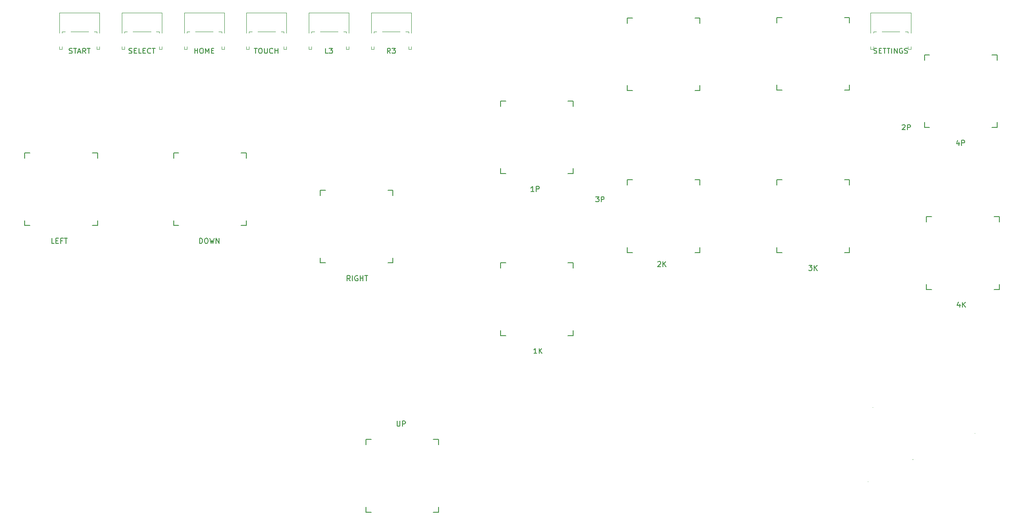
<source format=gto>
G04 #@! TF.GenerationSoftware,KiCad,Pcbnew,(5.1.9)-1*
G04 #@! TF.CreationDate,2021-09-13T12:17:35-05:00*
G04 #@! TF.ProjectId,OSFRD,4f534652-442e-46b6-9963-61645f706362,rev?*
G04 #@! TF.SameCoordinates,Original*
G04 #@! TF.FileFunction,Legend,Top*
G04 #@! TF.FilePolarity,Positive*
%FSLAX46Y46*%
G04 Gerber Fmt 4.6, Leading zero omitted, Abs format (unit mm)*
G04 Created by KiCad (PCBNEW (5.1.9)-1) date 2021-09-13 12:17:35*
%MOMM*%
%LPD*%
G01*
G04 APERTURE LIST*
%ADD10C,0.150000*%
%ADD11C,0.010000*%
%ADD12C,0.120000*%
%ADD13O,1.700000X1.700000*%
%ADD14R,1.700000X1.700000*%
%ADD15O,1.500000X1.500000*%
%ADD16O,1.800000X1.800000*%
%ADD17C,2.100000*%
%ADD18C,1.750000*%
%ADD19C,1.701800*%
%ADD20C,3.987800*%
%ADD21C,3.000000*%
%ADD22C,6.200000*%
G04 APERTURE END LIST*
D10*
X131364285Y-111842380D02*
X131364285Y-112651904D01*
X131411904Y-112747142D01*
X131459523Y-112794761D01*
X131554761Y-112842380D01*
X131745238Y-112842380D01*
X131840476Y-112794761D01*
X131888095Y-112747142D01*
X131935714Y-112651904D01*
X131935714Y-111842380D01*
X132411904Y-112842380D02*
X132411904Y-111842380D01*
X132792857Y-111842380D01*
X132888095Y-111890000D01*
X132935714Y-111937619D01*
X132983333Y-112032857D01*
X132983333Y-112175714D01*
X132935714Y-112270952D01*
X132888095Y-112318571D01*
X132792857Y-112366190D01*
X132411904Y-112366190D01*
X65397619Y-77612380D02*
X64921428Y-77612380D01*
X64921428Y-76612380D01*
X65730952Y-77088571D02*
X66064285Y-77088571D01*
X66207142Y-77612380D02*
X65730952Y-77612380D01*
X65730952Y-76612380D01*
X66207142Y-76612380D01*
X66969047Y-77088571D02*
X66635714Y-77088571D01*
X66635714Y-77612380D02*
X66635714Y-76612380D01*
X67111904Y-76612380D01*
X67350000Y-76612380D02*
X67921428Y-76612380D01*
X67635714Y-77612380D02*
X67635714Y-76612380D01*
X228614285Y-54807619D02*
X228661904Y-54760000D01*
X228757142Y-54712380D01*
X228995238Y-54712380D01*
X229090476Y-54760000D01*
X229138095Y-54807619D01*
X229185714Y-54902857D01*
X229185714Y-54998095D01*
X229138095Y-55140952D01*
X228566666Y-55712380D01*
X229185714Y-55712380D01*
X229614285Y-55712380D02*
X229614285Y-54712380D01*
X229995238Y-54712380D01*
X230090476Y-54760000D01*
X230138095Y-54807619D01*
X230185714Y-54902857D01*
X230185714Y-55045714D01*
X230138095Y-55140952D01*
X230090476Y-55188571D01*
X229995238Y-55236190D01*
X229614285Y-55236190D01*
X169616666Y-68602380D02*
X170235714Y-68602380D01*
X169902380Y-68983333D01*
X170045238Y-68983333D01*
X170140476Y-69030952D01*
X170188095Y-69078571D01*
X170235714Y-69173809D01*
X170235714Y-69411904D01*
X170188095Y-69507142D01*
X170140476Y-69554761D01*
X170045238Y-69602380D01*
X169759523Y-69602380D01*
X169664285Y-69554761D01*
X169616666Y-69507142D01*
X170664285Y-69602380D02*
X170664285Y-68602380D01*
X171045238Y-68602380D01*
X171140476Y-68650000D01*
X171188095Y-68697619D01*
X171235714Y-68792857D01*
X171235714Y-68935714D01*
X171188095Y-69030952D01*
X171140476Y-69078571D01*
X171045238Y-69126190D01*
X170664285Y-69126190D01*
X239540476Y-58045714D02*
X239540476Y-58712380D01*
X239302380Y-57664761D02*
X239064285Y-58379047D01*
X239683333Y-58379047D01*
X240064285Y-58712380D02*
X240064285Y-57712380D01*
X240445238Y-57712380D01*
X240540476Y-57760000D01*
X240588095Y-57807619D01*
X240635714Y-57902857D01*
X240635714Y-58045714D01*
X240588095Y-58140952D01*
X240540476Y-58188571D01*
X240445238Y-58236190D01*
X240064285Y-58236190D01*
X239690476Y-89245714D02*
X239690476Y-89912380D01*
X239452380Y-88864761D02*
X239214285Y-89579047D01*
X239833333Y-89579047D01*
X240214285Y-89912380D02*
X240214285Y-88912380D01*
X240785714Y-89912380D02*
X240357142Y-89340952D01*
X240785714Y-88912380D02*
X240214285Y-89483809D01*
X210616666Y-81812380D02*
X211235714Y-81812380D01*
X210902380Y-82193333D01*
X211045238Y-82193333D01*
X211140476Y-82240952D01*
X211188095Y-82288571D01*
X211235714Y-82383809D01*
X211235714Y-82621904D01*
X211188095Y-82717142D01*
X211140476Y-82764761D01*
X211045238Y-82812380D01*
X210759523Y-82812380D01*
X210664285Y-82764761D01*
X210616666Y-82717142D01*
X211664285Y-82812380D02*
X211664285Y-81812380D01*
X212235714Y-82812380D02*
X211807142Y-82240952D01*
X212235714Y-81812380D02*
X211664285Y-82383809D01*
X181564285Y-81197619D02*
X181611904Y-81150000D01*
X181707142Y-81102380D01*
X181945238Y-81102380D01*
X182040476Y-81150000D01*
X182088095Y-81197619D01*
X182135714Y-81292857D01*
X182135714Y-81388095D01*
X182088095Y-81530952D01*
X181516666Y-82102380D01*
X182135714Y-82102380D01*
X182564285Y-82102380D02*
X182564285Y-81102380D01*
X183135714Y-82102380D02*
X182707142Y-81530952D01*
X183135714Y-81102380D02*
X182564285Y-81673809D01*
X158285714Y-98812380D02*
X157714285Y-98812380D01*
X158000000Y-98812380D02*
X158000000Y-97812380D01*
X157904761Y-97955238D01*
X157809523Y-98050476D01*
X157714285Y-98098095D01*
X158714285Y-98812380D02*
X158714285Y-97812380D01*
X159285714Y-98812380D02*
X158857142Y-98240952D01*
X159285714Y-97812380D02*
X158714285Y-98383809D01*
X157735714Y-67612380D02*
X157164285Y-67612380D01*
X157450000Y-67612380D02*
X157450000Y-66612380D01*
X157354761Y-66755238D01*
X157259523Y-66850476D01*
X157164285Y-66898095D01*
X158164285Y-67612380D02*
X158164285Y-66612380D01*
X158545238Y-66612380D01*
X158640476Y-66660000D01*
X158688095Y-66707619D01*
X158735714Y-66802857D01*
X158735714Y-66945714D01*
X158688095Y-67040952D01*
X158640476Y-67088571D01*
X158545238Y-67136190D01*
X158164285Y-67136190D01*
X122366666Y-84812380D02*
X122033333Y-84336190D01*
X121795238Y-84812380D02*
X121795238Y-83812380D01*
X122176190Y-83812380D01*
X122271428Y-83860000D01*
X122319047Y-83907619D01*
X122366666Y-84002857D01*
X122366666Y-84145714D01*
X122319047Y-84240952D01*
X122271428Y-84288571D01*
X122176190Y-84336190D01*
X121795238Y-84336190D01*
X122795238Y-84812380D02*
X122795238Y-83812380D01*
X123795238Y-83860000D02*
X123700000Y-83812380D01*
X123557142Y-83812380D01*
X123414285Y-83860000D01*
X123319047Y-83955238D01*
X123271428Y-84050476D01*
X123223809Y-84240952D01*
X123223809Y-84383809D01*
X123271428Y-84574285D01*
X123319047Y-84669523D01*
X123414285Y-84764761D01*
X123557142Y-84812380D01*
X123652380Y-84812380D01*
X123795238Y-84764761D01*
X123842857Y-84717142D01*
X123842857Y-84383809D01*
X123652380Y-84383809D01*
X124271428Y-84812380D02*
X124271428Y-83812380D01*
X124271428Y-84288571D02*
X124842857Y-84288571D01*
X124842857Y-84812380D02*
X124842857Y-83812380D01*
X125176190Y-83812380D02*
X125747619Y-83812380D01*
X125461904Y-84812380D02*
X125461904Y-83812380D01*
X93369047Y-77612380D02*
X93369047Y-76612380D01*
X93607142Y-76612380D01*
X93750000Y-76660000D01*
X93845238Y-76755238D01*
X93892857Y-76850476D01*
X93940476Y-77040952D01*
X93940476Y-77183809D01*
X93892857Y-77374285D01*
X93845238Y-77469523D01*
X93750000Y-77564761D01*
X93607142Y-77612380D01*
X93369047Y-77612380D01*
X94559523Y-76612380D02*
X94750000Y-76612380D01*
X94845238Y-76660000D01*
X94940476Y-76755238D01*
X94988095Y-76945714D01*
X94988095Y-77279047D01*
X94940476Y-77469523D01*
X94845238Y-77564761D01*
X94750000Y-77612380D01*
X94559523Y-77612380D01*
X94464285Y-77564761D01*
X94369047Y-77469523D01*
X94321428Y-77279047D01*
X94321428Y-76945714D01*
X94369047Y-76755238D01*
X94464285Y-76660000D01*
X94559523Y-76612380D01*
X95321428Y-76612380D02*
X95559523Y-77612380D01*
X95750000Y-76898095D01*
X95940476Y-77612380D01*
X96178571Y-76612380D01*
X96559523Y-77612380D02*
X96559523Y-76612380D01*
X97130952Y-77612380D01*
X97130952Y-76612380D01*
D11*
G36*
X230655500Y-119199875D02*
G01*
X230639625Y-119215750D01*
X230623750Y-119199875D01*
X230639625Y-119184000D01*
X230655500Y-119199875D01*
G37*
X230655500Y-119199875D02*
X230639625Y-119215750D01*
X230623750Y-119199875D01*
X230639625Y-119184000D01*
X230655500Y-119199875D01*
G36*
X222908135Y-109175564D02*
G01*
X222908500Y-109182750D01*
X222884092Y-109213279D01*
X222874876Y-109214500D01*
X222855913Y-109195048D01*
X222860875Y-109182750D01*
X222889405Y-109152461D01*
X222894498Y-109151000D01*
X222908135Y-109175564D01*
G37*
X222908135Y-109175564D02*
X222908500Y-109182750D01*
X222884092Y-109213279D01*
X222874876Y-109214500D01*
X222855913Y-109195048D01*
X222860875Y-109182750D01*
X222889405Y-109152461D01*
X222894498Y-109151000D01*
X222908135Y-109175564D01*
G36*
X242593500Y-114215125D02*
G01*
X242577625Y-114231000D01*
X242561750Y-114215125D01*
X242577625Y-114199250D01*
X242593500Y-114215125D01*
G37*
X242593500Y-114215125D02*
X242577625Y-114231000D01*
X242561750Y-114215125D01*
X242577625Y-114199250D01*
X242593500Y-114215125D01*
G36*
X244244500Y-116945625D02*
G01*
X244228625Y-116961500D01*
X244212750Y-116945625D01*
X244228625Y-116929750D01*
X244244500Y-116945625D01*
G37*
X244244500Y-116945625D02*
X244228625Y-116961500D01*
X244212750Y-116945625D01*
X244228625Y-116929750D01*
X244244500Y-116945625D01*
G36*
X238074416Y-125163583D02*
G01*
X238078216Y-125201263D01*
X238074416Y-125205916D01*
X238055541Y-125201558D01*
X238053250Y-125184750D01*
X238064866Y-125158616D01*
X238074416Y-125163583D01*
G37*
X238074416Y-125163583D02*
X238078216Y-125201263D01*
X238074416Y-125205916D01*
X238055541Y-125201558D01*
X238053250Y-125184750D01*
X238064866Y-125158616D01*
X238074416Y-125163583D01*
G36*
X222051250Y-123486125D02*
G01*
X222035375Y-123502000D01*
X222019500Y-123486125D01*
X222035375Y-123470250D01*
X222051250Y-123486125D01*
G37*
X222051250Y-123486125D02*
X222035375Y-123502000D01*
X222019500Y-123486125D01*
X222035375Y-123470250D01*
X222051250Y-123486125D01*
G36*
X242593500Y-114225125D02*
G01*
X242577625Y-114241000D01*
X242561750Y-114225125D01*
X242577625Y-114209250D01*
X242593500Y-114225125D01*
G37*
X242593500Y-114225125D02*
X242577625Y-114241000D01*
X242561750Y-114225125D01*
X242577625Y-114209250D01*
X242593500Y-114225125D01*
G36*
X222051250Y-123496125D02*
G01*
X222035375Y-123512000D01*
X222019500Y-123496125D01*
X222035375Y-123480250D01*
X222051250Y-123496125D01*
G37*
X222051250Y-123496125D02*
X222035375Y-123512000D01*
X222019500Y-123496125D01*
X222035375Y-123480250D01*
X222051250Y-123496125D01*
G36*
X230655500Y-119209875D02*
G01*
X230639625Y-119225750D01*
X230623750Y-119209875D01*
X230639625Y-119194000D01*
X230655500Y-119209875D01*
G37*
X230655500Y-119209875D02*
X230639625Y-119225750D01*
X230623750Y-119209875D01*
X230639625Y-119194000D01*
X230655500Y-119209875D01*
G36*
X222908135Y-109185564D02*
G01*
X222908500Y-109192750D01*
X222884092Y-109223279D01*
X222874876Y-109224500D01*
X222855913Y-109205048D01*
X222860875Y-109192750D01*
X222889405Y-109162461D01*
X222894498Y-109161000D01*
X222908135Y-109185564D01*
G37*
X222908135Y-109185564D02*
X222908500Y-109192750D01*
X222884092Y-109223279D01*
X222874876Y-109224500D01*
X222855913Y-109205048D01*
X222860875Y-109192750D01*
X222889405Y-109162461D01*
X222894498Y-109161000D01*
X222908135Y-109185564D01*
G36*
X238074416Y-125173583D02*
G01*
X238078216Y-125211263D01*
X238074416Y-125215916D01*
X238055541Y-125211558D01*
X238053250Y-125194750D01*
X238064866Y-125168616D01*
X238074416Y-125173583D01*
G37*
X238074416Y-125173583D02*
X238078216Y-125211263D01*
X238074416Y-125215916D01*
X238055541Y-125211558D01*
X238053250Y-125194750D01*
X238064866Y-125168616D01*
X238074416Y-125173583D01*
G36*
X244244500Y-116955625D02*
G01*
X244228625Y-116971500D01*
X244212750Y-116955625D01*
X244228625Y-116939750D01*
X244244500Y-116955625D01*
G37*
X244244500Y-116955625D02*
X244228625Y-116971500D01*
X244212750Y-116955625D01*
X244228625Y-116939750D01*
X244244500Y-116955625D01*
D12*
X128550000Y-36820000D02*
X131950000Y-36820000D01*
X126910000Y-36820000D02*
X127450000Y-36820000D01*
X134110000Y-39650000D02*
X134110000Y-40160000D01*
X133590000Y-40160000D02*
X134110000Y-40160000D01*
X133590000Y-39650000D02*
X133590000Y-40160000D01*
X133050000Y-36820000D02*
X133590000Y-36820000D01*
X126390000Y-39650000D02*
X126390000Y-40160000D01*
X126910000Y-39650000D02*
X126910000Y-40160000D01*
X133590000Y-36820000D02*
X133590000Y-37050000D01*
X126390000Y-33150000D02*
X126390000Y-37050000D01*
X126390000Y-40160000D02*
X126910000Y-40160000D01*
X134110000Y-33150000D02*
X134110000Y-37050000D01*
X126390000Y-33150000D02*
X134110000Y-33150000D01*
X126910000Y-36820000D02*
X126910000Y-37050000D01*
X92550000Y-36820000D02*
X95950000Y-36820000D01*
X90910000Y-36820000D02*
X91450000Y-36820000D01*
X98110000Y-39650000D02*
X98110000Y-40160000D01*
X97590000Y-40160000D02*
X98110000Y-40160000D01*
X97590000Y-39650000D02*
X97590000Y-40160000D01*
X97050000Y-36820000D02*
X97590000Y-36820000D01*
X90390000Y-39650000D02*
X90390000Y-40160000D01*
X90910000Y-39650000D02*
X90910000Y-40160000D01*
X97590000Y-36820000D02*
X97590000Y-37050000D01*
X90390000Y-33150000D02*
X90390000Y-37050000D01*
X90390000Y-40160000D02*
X90910000Y-40160000D01*
X98110000Y-33150000D02*
X98110000Y-37050000D01*
X90390000Y-33150000D02*
X98110000Y-33150000D01*
X90910000Y-36820000D02*
X90910000Y-37050000D01*
X116550000Y-36820000D02*
X119950000Y-36820000D01*
X114910000Y-36820000D02*
X115450000Y-36820000D01*
X122110000Y-39650000D02*
X122110000Y-40160000D01*
X121590000Y-40160000D02*
X122110000Y-40160000D01*
X121590000Y-39650000D02*
X121590000Y-40160000D01*
X121050000Y-36820000D02*
X121590000Y-36820000D01*
X114390000Y-39650000D02*
X114390000Y-40160000D01*
X114910000Y-39650000D02*
X114910000Y-40160000D01*
X121590000Y-36820000D02*
X121590000Y-37050000D01*
X114390000Y-33150000D02*
X114390000Y-37050000D01*
X114390000Y-40160000D02*
X114910000Y-40160000D01*
X122110000Y-33150000D02*
X122110000Y-37050000D01*
X114390000Y-33150000D02*
X122110000Y-33150000D01*
X114910000Y-36820000D02*
X114910000Y-37050000D01*
X80550000Y-36820000D02*
X83950000Y-36820000D01*
X78910000Y-36820000D02*
X79450000Y-36820000D01*
X86110000Y-39650000D02*
X86110000Y-40160000D01*
X85590000Y-40160000D02*
X86110000Y-40160000D01*
X85590000Y-39650000D02*
X85590000Y-40160000D01*
X85050000Y-36820000D02*
X85590000Y-36820000D01*
X78390000Y-39650000D02*
X78390000Y-40160000D01*
X78910000Y-39650000D02*
X78910000Y-40160000D01*
X85590000Y-36820000D02*
X85590000Y-37050000D01*
X78390000Y-33150000D02*
X78390000Y-37050000D01*
X78390000Y-40160000D02*
X78910000Y-40160000D01*
X86110000Y-33150000D02*
X86110000Y-37050000D01*
X78390000Y-33150000D02*
X86110000Y-33150000D01*
X78910000Y-36820000D02*
X78910000Y-37050000D01*
X224700000Y-36820000D02*
X228100000Y-36820000D01*
X223060000Y-36820000D02*
X223600000Y-36820000D01*
X230260000Y-39650000D02*
X230260000Y-40160000D01*
X229740000Y-40160000D02*
X230260000Y-40160000D01*
X229740000Y-39650000D02*
X229740000Y-40160000D01*
X229200000Y-36820000D02*
X229740000Y-36820000D01*
X222540000Y-39650000D02*
X222540000Y-40160000D01*
X223060000Y-39650000D02*
X223060000Y-40160000D01*
X229740000Y-36820000D02*
X229740000Y-37050000D01*
X222540000Y-33150000D02*
X222540000Y-37050000D01*
X222540000Y-40160000D02*
X223060000Y-40160000D01*
X230260000Y-33150000D02*
X230260000Y-37050000D01*
X222540000Y-33150000D02*
X230260000Y-33150000D01*
X223060000Y-36820000D02*
X223060000Y-37050000D01*
X104550000Y-36820000D02*
X107950000Y-36820000D01*
X102910000Y-36820000D02*
X103450000Y-36820000D01*
X110110000Y-39650000D02*
X110110000Y-40160000D01*
X109590000Y-40160000D02*
X110110000Y-40160000D01*
X109590000Y-39650000D02*
X109590000Y-40160000D01*
X109050000Y-36820000D02*
X109590000Y-36820000D01*
X102390000Y-39650000D02*
X102390000Y-40160000D01*
X102910000Y-39650000D02*
X102910000Y-40160000D01*
X109590000Y-36820000D02*
X109590000Y-37050000D01*
X102390000Y-33150000D02*
X102390000Y-37050000D01*
X102390000Y-40160000D02*
X102910000Y-40160000D01*
X110110000Y-33150000D02*
X110110000Y-37050000D01*
X102390000Y-33150000D02*
X110110000Y-33150000D01*
X102910000Y-36820000D02*
X102910000Y-37050000D01*
X68550000Y-36820000D02*
X71950000Y-36820000D01*
X66910000Y-36820000D02*
X67450000Y-36820000D01*
X74110000Y-39650000D02*
X74110000Y-40160000D01*
X73590000Y-40160000D02*
X74110000Y-40160000D01*
X73590000Y-39650000D02*
X73590000Y-40160000D01*
X73050000Y-36820000D02*
X73590000Y-36820000D01*
X66390000Y-39650000D02*
X66390000Y-40160000D01*
X66910000Y-39650000D02*
X66910000Y-40160000D01*
X73590000Y-36820000D02*
X73590000Y-37050000D01*
X66390000Y-33150000D02*
X66390000Y-37050000D01*
X66390000Y-40160000D02*
X66910000Y-40160000D01*
X74110000Y-33150000D02*
X74110000Y-37050000D01*
X66390000Y-33150000D02*
X74110000Y-33150000D01*
X66910000Y-36820000D02*
X66910000Y-37050000D01*
D10*
X165285000Y-81360000D02*
X165285000Y-82360000D01*
X164285000Y-95360000D02*
X165285000Y-95360000D01*
X165285000Y-81360000D02*
X164285000Y-81360000D01*
X165285000Y-94360000D02*
X165285000Y-95360000D01*
X151285000Y-95360000D02*
X151285000Y-94360000D01*
X152285000Y-81360000D02*
X151285000Y-81360000D01*
X151285000Y-95360000D02*
X152285000Y-95360000D01*
X151285000Y-82360000D02*
X151285000Y-81360000D01*
X247285000Y-72460000D02*
X247285000Y-73460000D01*
X246285000Y-86460000D02*
X247285000Y-86460000D01*
X247285000Y-72460000D02*
X246285000Y-72460000D01*
X247285000Y-85460000D02*
X247285000Y-86460000D01*
X233285000Y-86460000D02*
X233285000Y-85460000D01*
X234285000Y-72460000D02*
X233285000Y-72460000D01*
X233285000Y-86460000D02*
X234285000Y-86460000D01*
X233285000Y-73460000D02*
X233285000Y-72460000D01*
X218485000Y-65360000D02*
X218485000Y-66360000D01*
X217485000Y-79360000D02*
X218485000Y-79360000D01*
X218485000Y-65360000D02*
X217485000Y-65360000D01*
X218485000Y-78360000D02*
X218485000Y-79360000D01*
X204485000Y-79360000D02*
X204485000Y-78360000D01*
X205485000Y-65360000D02*
X204485000Y-65360000D01*
X204485000Y-79360000D02*
X205485000Y-79360000D01*
X204485000Y-66360000D02*
X204485000Y-65360000D01*
X189685000Y-65360000D02*
X189685000Y-66360000D01*
X188685000Y-79360000D02*
X189685000Y-79360000D01*
X189685000Y-65360000D02*
X188685000Y-65360000D01*
X189685000Y-78360000D02*
X189685000Y-79360000D01*
X175685000Y-79360000D02*
X175685000Y-78360000D01*
X176685000Y-65360000D02*
X175685000Y-65360000D01*
X175685000Y-79360000D02*
X176685000Y-79360000D01*
X175685000Y-66360000D02*
X175685000Y-65360000D01*
X246885000Y-41260000D02*
X246885000Y-42260000D01*
X245885000Y-55260000D02*
X246885000Y-55260000D01*
X246885000Y-41260000D02*
X245885000Y-41260000D01*
X246885000Y-54260000D02*
X246885000Y-55260000D01*
X232885000Y-55260000D02*
X232885000Y-54260000D01*
X233885000Y-41260000D02*
X232885000Y-41260000D01*
X232885000Y-55260000D02*
X233885000Y-55260000D01*
X232885000Y-42260000D02*
X232885000Y-41260000D01*
X218485000Y-34060000D02*
X218485000Y-35060000D01*
X217485000Y-48060000D02*
X218485000Y-48060000D01*
X218485000Y-34060000D02*
X217485000Y-34060000D01*
X218485000Y-47060000D02*
X218485000Y-48060000D01*
X204485000Y-48060000D02*
X204485000Y-47060000D01*
X205485000Y-34060000D02*
X204485000Y-34060000D01*
X204485000Y-48060000D02*
X205485000Y-48060000D01*
X204485000Y-35060000D02*
X204485000Y-34060000D01*
X189685000Y-34160000D02*
X189685000Y-35160000D01*
X188685000Y-48160000D02*
X189685000Y-48160000D01*
X189685000Y-34160000D02*
X188685000Y-34160000D01*
X189685000Y-47160000D02*
X189685000Y-48160000D01*
X175685000Y-48160000D02*
X175685000Y-47160000D01*
X176685000Y-34160000D02*
X175685000Y-34160000D01*
X175685000Y-48160000D02*
X176685000Y-48160000D01*
X175685000Y-35160000D02*
X175685000Y-34160000D01*
X165285000Y-50160000D02*
X165285000Y-51160000D01*
X164285000Y-64160000D02*
X165285000Y-64160000D01*
X165285000Y-50160000D02*
X164285000Y-50160000D01*
X165285000Y-63160000D02*
X165285000Y-64160000D01*
X151285000Y-64160000D02*
X151285000Y-63160000D01*
X152285000Y-50160000D02*
X151285000Y-50160000D01*
X151285000Y-64160000D02*
X152285000Y-64160000D01*
X151285000Y-51160000D02*
X151285000Y-50160000D01*
X102355000Y-60160000D02*
X102355000Y-61160000D01*
X101355000Y-74160000D02*
X102355000Y-74160000D01*
X102355000Y-60160000D02*
X101355000Y-60160000D01*
X102355000Y-73160000D02*
X102355000Y-74160000D01*
X88355000Y-74160000D02*
X88355000Y-73160000D01*
X89355000Y-60160000D02*
X88355000Y-60160000D01*
X88355000Y-74160000D02*
X89355000Y-74160000D01*
X88355000Y-61160000D02*
X88355000Y-60160000D01*
X139390000Y-115390000D02*
X139390000Y-116390000D01*
X138390000Y-129390000D02*
X139390000Y-129390000D01*
X139390000Y-115390000D02*
X138390000Y-115390000D01*
X139390000Y-128390000D02*
X139390000Y-129390000D01*
X125390000Y-129390000D02*
X125390000Y-128390000D01*
X126390000Y-115390000D02*
X125390000Y-115390000D01*
X125390000Y-129390000D02*
X126390000Y-129390000D01*
X125390000Y-116390000D02*
X125390000Y-115390000D01*
X130590000Y-67360000D02*
X130590000Y-68360000D01*
X129590000Y-81360000D02*
X130590000Y-81360000D01*
X130590000Y-67360000D02*
X129590000Y-67360000D01*
X130590000Y-80360000D02*
X130590000Y-81360000D01*
X116590000Y-81360000D02*
X116590000Y-80360000D01*
X117590000Y-67360000D02*
X116590000Y-67360000D01*
X116590000Y-81360000D02*
X117590000Y-81360000D01*
X116590000Y-68360000D02*
X116590000Y-67360000D01*
X73720000Y-60160000D02*
X73720000Y-61160000D01*
X72720000Y-74160000D02*
X73720000Y-74160000D01*
X73720000Y-60160000D02*
X72720000Y-60160000D01*
X73720000Y-73160000D02*
X73720000Y-74160000D01*
X59720000Y-74160000D02*
X59720000Y-73160000D01*
X60720000Y-60160000D02*
X59720000Y-60160000D01*
X59720000Y-74160000D02*
X60720000Y-74160000D01*
X59720000Y-61160000D02*
X59720000Y-60160000D01*
X130083333Y-40982380D02*
X129750000Y-40506190D01*
X129511904Y-40982380D02*
X129511904Y-39982380D01*
X129892857Y-39982380D01*
X129988095Y-40030000D01*
X130035714Y-40077619D01*
X130083333Y-40172857D01*
X130083333Y-40315714D01*
X130035714Y-40410952D01*
X129988095Y-40458571D01*
X129892857Y-40506190D01*
X129511904Y-40506190D01*
X130416666Y-39982380D02*
X131035714Y-39982380D01*
X130702380Y-40363333D01*
X130845238Y-40363333D01*
X130940476Y-40410952D01*
X130988095Y-40458571D01*
X131035714Y-40553809D01*
X131035714Y-40791904D01*
X130988095Y-40887142D01*
X130940476Y-40934761D01*
X130845238Y-40982380D01*
X130559523Y-40982380D01*
X130464285Y-40934761D01*
X130416666Y-40887142D01*
X92416666Y-40982380D02*
X92416666Y-39982380D01*
X92416666Y-40458571D02*
X92988095Y-40458571D01*
X92988095Y-40982380D02*
X92988095Y-39982380D01*
X93654761Y-39982380D02*
X93845238Y-39982380D01*
X93940476Y-40030000D01*
X94035714Y-40125238D01*
X94083333Y-40315714D01*
X94083333Y-40649047D01*
X94035714Y-40839523D01*
X93940476Y-40934761D01*
X93845238Y-40982380D01*
X93654761Y-40982380D01*
X93559523Y-40934761D01*
X93464285Y-40839523D01*
X93416666Y-40649047D01*
X93416666Y-40315714D01*
X93464285Y-40125238D01*
X93559523Y-40030000D01*
X93654761Y-39982380D01*
X94511904Y-40982380D02*
X94511904Y-39982380D01*
X94845238Y-40696666D01*
X95178571Y-39982380D01*
X95178571Y-40982380D01*
X95654761Y-40458571D02*
X95988095Y-40458571D01*
X96130952Y-40982380D02*
X95654761Y-40982380D01*
X95654761Y-39982380D01*
X96130952Y-39982380D01*
X118083333Y-40982380D02*
X117607142Y-40982380D01*
X117607142Y-39982380D01*
X118321428Y-39982380D02*
X118940476Y-39982380D01*
X118607142Y-40363333D01*
X118750000Y-40363333D01*
X118845238Y-40410952D01*
X118892857Y-40458571D01*
X118940476Y-40553809D01*
X118940476Y-40791904D01*
X118892857Y-40887142D01*
X118845238Y-40934761D01*
X118750000Y-40982380D01*
X118464285Y-40982380D01*
X118369047Y-40934761D01*
X118321428Y-40887142D01*
X79773809Y-40934761D02*
X79916666Y-40982380D01*
X80154761Y-40982380D01*
X80250000Y-40934761D01*
X80297619Y-40887142D01*
X80345238Y-40791904D01*
X80345238Y-40696666D01*
X80297619Y-40601428D01*
X80250000Y-40553809D01*
X80154761Y-40506190D01*
X79964285Y-40458571D01*
X79869047Y-40410952D01*
X79821428Y-40363333D01*
X79773809Y-40268095D01*
X79773809Y-40172857D01*
X79821428Y-40077619D01*
X79869047Y-40030000D01*
X79964285Y-39982380D01*
X80202380Y-39982380D01*
X80345238Y-40030000D01*
X80773809Y-40458571D02*
X81107142Y-40458571D01*
X81250000Y-40982380D02*
X80773809Y-40982380D01*
X80773809Y-39982380D01*
X81250000Y-39982380D01*
X82154761Y-40982380D02*
X81678571Y-40982380D01*
X81678571Y-39982380D01*
X82488095Y-40458571D02*
X82821428Y-40458571D01*
X82964285Y-40982380D02*
X82488095Y-40982380D01*
X82488095Y-39982380D01*
X82964285Y-39982380D01*
X83964285Y-40887142D02*
X83916666Y-40934761D01*
X83773809Y-40982380D01*
X83678571Y-40982380D01*
X83535714Y-40934761D01*
X83440476Y-40839523D01*
X83392857Y-40744285D01*
X83345238Y-40553809D01*
X83345238Y-40410952D01*
X83392857Y-40220476D01*
X83440476Y-40125238D01*
X83535714Y-40030000D01*
X83678571Y-39982380D01*
X83773809Y-39982380D01*
X83916666Y-40030000D01*
X83964285Y-40077619D01*
X84250000Y-39982380D02*
X84821428Y-39982380D01*
X84535714Y-40982380D02*
X84535714Y-39982380D01*
X223161904Y-40934761D02*
X223304761Y-40982380D01*
X223542857Y-40982380D01*
X223638095Y-40934761D01*
X223685714Y-40887142D01*
X223733333Y-40791904D01*
X223733333Y-40696666D01*
X223685714Y-40601428D01*
X223638095Y-40553809D01*
X223542857Y-40506190D01*
X223352380Y-40458571D01*
X223257142Y-40410952D01*
X223209523Y-40363333D01*
X223161904Y-40268095D01*
X223161904Y-40172857D01*
X223209523Y-40077619D01*
X223257142Y-40030000D01*
X223352380Y-39982380D01*
X223590476Y-39982380D01*
X223733333Y-40030000D01*
X224161904Y-40458571D02*
X224495238Y-40458571D01*
X224638095Y-40982380D02*
X224161904Y-40982380D01*
X224161904Y-39982380D01*
X224638095Y-39982380D01*
X224923809Y-39982380D02*
X225495238Y-39982380D01*
X225209523Y-40982380D02*
X225209523Y-39982380D01*
X225685714Y-39982380D02*
X226257142Y-39982380D01*
X225971428Y-40982380D02*
X225971428Y-39982380D01*
X226590476Y-40982380D02*
X226590476Y-39982380D01*
X227066666Y-40982380D02*
X227066666Y-39982380D01*
X227638095Y-40982380D01*
X227638095Y-39982380D01*
X228638095Y-40030000D02*
X228542857Y-39982380D01*
X228400000Y-39982380D01*
X228257142Y-40030000D01*
X228161904Y-40125238D01*
X228114285Y-40220476D01*
X228066666Y-40410952D01*
X228066666Y-40553809D01*
X228114285Y-40744285D01*
X228161904Y-40839523D01*
X228257142Y-40934761D01*
X228400000Y-40982380D01*
X228495238Y-40982380D01*
X228638095Y-40934761D01*
X228685714Y-40887142D01*
X228685714Y-40553809D01*
X228495238Y-40553809D01*
X229066666Y-40934761D02*
X229209523Y-40982380D01*
X229447619Y-40982380D01*
X229542857Y-40934761D01*
X229590476Y-40887142D01*
X229638095Y-40791904D01*
X229638095Y-40696666D01*
X229590476Y-40601428D01*
X229542857Y-40553809D01*
X229447619Y-40506190D01*
X229257142Y-40458571D01*
X229161904Y-40410952D01*
X229114285Y-40363333D01*
X229066666Y-40268095D01*
X229066666Y-40172857D01*
X229114285Y-40077619D01*
X229161904Y-40030000D01*
X229257142Y-39982380D01*
X229495238Y-39982380D01*
X229638095Y-40030000D01*
X103892857Y-39982380D02*
X104464285Y-39982380D01*
X104178571Y-40982380D02*
X104178571Y-39982380D01*
X104988095Y-39982380D02*
X105178571Y-39982380D01*
X105273809Y-40030000D01*
X105369047Y-40125238D01*
X105416666Y-40315714D01*
X105416666Y-40649047D01*
X105369047Y-40839523D01*
X105273809Y-40934761D01*
X105178571Y-40982380D01*
X104988095Y-40982380D01*
X104892857Y-40934761D01*
X104797619Y-40839523D01*
X104750000Y-40649047D01*
X104750000Y-40315714D01*
X104797619Y-40125238D01*
X104892857Y-40030000D01*
X104988095Y-39982380D01*
X105845238Y-39982380D02*
X105845238Y-40791904D01*
X105892857Y-40887142D01*
X105940476Y-40934761D01*
X106035714Y-40982380D01*
X106226190Y-40982380D01*
X106321428Y-40934761D01*
X106369047Y-40887142D01*
X106416666Y-40791904D01*
X106416666Y-39982380D01*
X107464285Y-40887142D02*
X107416666Y-40934761D01*
X107273809Y-40982380D01*
X107178571Y-40982380D01*
X107035714Y-40934761D01*
X106940476Y-40839523D01*
X106892857Y-40744285D01*
X106845238Y-40553809D01*
X106845238Y-40410952D01*
X106892857Y-40220476D01*
X106940476Y-40125238D01*
X107035714Y-40030000D01*
X107178571Y-39982380D01*
X107273809Y-39982380D01*
X107416666Y-40030000D01*
X107464285Y-40077619D01*
X107892857Y-40982380D02*
X107892857Y-39982380D01*
X107892857Y-40458571D02*
X108464285Y-40458571D01*
X108464285Y-40982380D02*
X108464285Y-39982380D01*
X68273809Y-40934761D02*
X68416666Y-40982380D01*
X68654761Y-40982380D01*
X68750000Y-40934761D01*
X68797619Y-40887142D01*
X68845238Y-40791904D01*
X68845238Y-40696666D01*
X68797619Y-40601428D01*
X68750000Y-40553809D01*
X68654761Y-40506190D01*
X68464285Y-40458571D01*
X68369047Y-40410952D01*
X68321428Y-40363333D01*
X68273809Y-40268095D01*
X68273809Y-40172857D01*
X68321428Y-40077619D01*
X68369047Y-40030000D01*
X68464285Y-39982380D01*
X68702380Y-39982380D01*
X68845238Y-40030000D01*
X69130952Y-39982380D02*
X69702380Y-39982380D01*
X69416666Y-40982380D02*
X69416666Y-39982380D01*
X69988095Y-40696666D02*
X70464285Y-40696666D01*
X69892857Y-40982380D02*
X70226190Y-39982380D01*
X70559523Y-40982380D01*
X71464285Y-40982380D02*
X71130952Y-40506190D01*
X70892857Y-40982380D02*
X70892857Y-39982380D01*
X71273809Y-39982380D01*
X71369047Y-40030000D01*
X71416666Y-40077619D01*
X71464285Y-40172857D01*
X71464285Y-40315714D01*
X71416666Y-40410952D01*
X71369047Y-40458571D01*
X71273809Y-40506190D01*
X70892857Y-40506190D01*
X71750000Y-39982380D02*
X72321428Y-39982380D01*
X72035714Y-40982380D02*
X72035714Y-39982380D01*
%LPC*%
D11*
G36*
X227067750Y-117255829D02*
G01*
X227038774Y-117291815D01*
X226959734Y-117337842D01*
X226842462Y-117389769D01*
X226698791Y-117443454D01*
X226540552Y-117494757D01*
X226379578Y-117539535D01*
X226227699Y-117573647D01*
X226107602Y-117591905D01*
X225993034Y-117602227D01*
X225921215Y-117600423D01*
X225871763Y-117581219D01*
X225824299Y-117539337D01*
X225798297Y-117511836D01*
X225754260Y-117467425D01*
X225712178Y-117438646D01*
X225659720Y-117424416D01*
X225584554Y-117423651D01*
X225474348Y-117435267D01*
X225316772Y-117458180D01*
X225269653Y-117465375D01*
X225168365Y-117471895D01*
X225124124Y-117457192D01*
X225138820Y-117429191D01*
X225214339Y-117395818D01*
X225250639Y-117385559D01*
X225356662Y-117356326D01*
X225447858Y-117327607D01*
X225473806Y-117318094D01*
X225612958Y-117288201D01*
X225739577Y-117308605D01*
X225829500Y-117368375D01*
X225878991Y-117412289D01*
X225936185Y-117436155D01*
X226021474Y-117445603D01*
X226112846Y-117446634D01*
X226301648Y-117435383D01*
X226494367Y-117406453D01*
X226668365Y-117364208D01*
X226797875Y-117314619D01*
X226900268Y-117270047D01*
X226989591Y-117244144D01*
X227050276Y-117240302D01*
X227067750Y-117255829D01*
G37*
X227067750Y-117255829D02*
X227038774Y-117291815D01*
X226959734Y-117337842D01*
X226842462Y-117389769D01*
X226698791Y-117443454D01*
X226540552Y-117494757D01*
X226379578Y-117539535D01*
X226227699Y-117573647D01*
X226107602Y-117591905D01*
X225993034Y-117602227D01*
X225921215Y-117600423D01*
X225871763Y-117581219D01*
X225824299Y-117539337D01*
X225798297Y-117511836D01*
X225754260Y-117467425D01*
X225712178Y-117438646D01*
X225659720Y-117424416D01*
X225584554Y-117423651D01*
X225474348Y-117435267D01*
X225316772Y-117458180D01*
X225269653Y-117465375D01*
X225168365Y-117471895D01*
X225124124Y-117457192D01*
X225138820Y-117429191D01*
X225214339Y-117395818D01*
X225250639Y-117385559D01*
X225356662Y-117356326D01*
X225447858Y-117327607D01*
X225473806Y-117318094D01*
X225612958Y-117288201D01*
X225739577Y-117308605D01*
X225829500Y-117368375D01*
X225878991Y-117412289D01*
X225936185Y-117436155D01*
X226021474Y-117445603D01*
X226112846Y-117446634D01*
X226301648Y-117435383D01*
X226494367Y-117406453D01*
X226668365Y-117364208D01*
X226797875Y-117314619D01*
X226900268Y-117270047D01*
X226989591Y-117244144D01*
X227050276Y-117240302D01*
X227067750Y-117255829D01*
G36*
X242920820Y-116947397D02*
G01*
X242942750Y-116983847D01*
X242968403Y-117018927D01*
X242998312Y-117023534D01*
X243044023Y-117042365D01*
X243050144Y-117070615D01*
X243066152Y-117108110D01*
X243105875Y-117106555D01*
X243178049Y-117112950D01*
X243238516Y-117155924D01*
X243260250Y-117209809D01*
X243234268Y-117252198D01*
X243166085Y-117264547D01*
X243070338Y-117245121D01*
X243044486Y-117235374D01*
X242975675Y-117195774D01*
X242960931Y-117158651D01*
X242962381Y-117155921D01*
X242963242Y-117132405D01*
X242936092Y-117138194D01*
X242888757Y-117127997D01*
X242845651Y-117079793D01*
X242822638Y-117017997D01*
X242829753Y-116974527D01*
X242873055Y-116943108D01*
X242920820Y-116947397D01*
G37*
X242920820Y-116947397D02*
X242942750Y-116983847D01*
X242968403Y-117018927D01*
X242998312Y-117023534D01*
X243044023Y-117042365D01*
X243050144Y-117070615D01*
X243066152Y-117108110D01*
X243105875Y-117106555D01*
X243178049Y-117112950D01*
X243238516Y-117155924D01*
X243260250Y-117209809D01*
X243234268Y-117252198D01*
X243166085Y-117264547D01*
X243070338Y-117245121D01*
X243044486Y-117235374D01*
X242975675Y-117195774D01*
X242960931Y-117158651D01*
X242962381Y-117155921D01*
X242963242Y-117132405D01*
X242936092Y-117138194D01*
X242888757Y-117127997D01*
X242845651Y-117079793D01*
X242822638Y-117017997D01*
X242829753Y-116974527D01*
X242873055Y-116943108D01*
X242920820Y-116947397D01*
G36*
X243401774Y-111760752D02*
G01*
X243530797Y-111772496D01*
X243554915Y-111776199D01*
X243744423Y-111832135D01*
X243948383Y-111934990D01*
X244150948Y-112075878D01*
X244264288Y-112174085D01*
X244359189Y-112274853D01*
X244399475Y-112348350D01*
X244386375Y-112397530D01*
X244363562Y-112412436D01*
X244356098Y-112421291D01*
X244387375Y-112416422D01*
X244459187Y-112431167D01*
X244505353Y-112476813D01*
X244539232Y-112530066D01*
X244529540Y-112559830D01*
X244468521Y-112589265D01*
X244467581Y-112589655D01*
X244391401Y-112609159D01*
X244335202Y-112603390D01*
X244316351Y-112575808D01*
X244322361Y-112560698D01*
X244309065Y-112531149D01*
X244261876Y-112501211D01*
X244204765Y-112454503D01*
X244201389Y-112407763D01*
X244190769Y-112350316D01*
X244127899Y-112302757D01*
X244063241Y-112266506D01*
X243999758Y-112222909D01*
X243918636Y-112158349D01*
X243856728Y-112106471D01*
X243799681Y-112071386D01*
X243764515Y-112068433D01*
X243751018Y-112059468D01*
X243757937Y-112031328D01*
X243762653Y-111994733D01*
X243726499Y-111988482D01*
X243690128Y-111994281D01*
X243598712Y-111997129D01*
X243494522Y-111980433D01*
X243402775Y-111950274D01*
X243348685Y-111912735D01*
X243348048Y-111911777D01*
X243327186Y-111896735D01*
X243324201Y-111907375D01*
X243294334Y-111923253D01*
X243213847Y-111934184D01*
X243095535Y-111938521D01*
X243082248Y-111938529D01*
X242949574Y-111941393D01*
X242866362Y-111952509D01*
X242818823Y-111974467D01*
X242803764Y-111990832D01*
X242754018Y-112036994D01*
X242671604Y-112091915D01*
X242631723Y-112114090D01*
X242534708Y-112176073D01*
X242423610Y-112263502D01*
X242346680Y-112334020D01*
X242272224Y-112415086D01*
X242196213Y-112508980D01*
X242126124Y-112604608D01*
X242069437Y-112690876D01*
X242033630Y-112756691D01*
X242026181Y-112790959D01*
X242037985Y-112791939D01*
X242059728Y-112795029D01*
X242059733Y-112836967D01*
X242042457Y-112913538D01*
X242014111Y-113002148D01*
X241984580Y-113062854D01*
X241974924Y-113073701D01*
X241964677Y-113094457D01*
X241982312Y-113097513D01*
X242012137Y-113125028D01*
X242022000Y-113177375D01*
X242008408Y-113237384D01*
X241982312Y-113257715D01*
X241972058Y-113270553D01*
X241998187Y-113291043D01*
X242038674Y-113336333D01*
X242052940Y-113393821D01*
X242038410Y-113438085D01*
X242014062Y-113447736D01*
X241994101Y-113456378D01*
X242018130Y-113475936D01*
X242045005Y-113517657D01*
X242039930Y-113539174D01*
X242044822Y-113578396D01*
X242067612Y-113593746D01*
X242111051Y-113633307D01*
X242117250Y-113657021D01*
X242131699Y-113697096D01*
X242142243Y-113701250D01*
X242164282Y-113728110D01*
X242172258Y-113767918D01*
X242200898Y-113840475D01*
X242234528Y-113876448D01*
X242270768Y-113917358D01*
X242269524Y-113940558D01*
X242268806Y-113976464D01*
X242306069Y-114018399D01*
X242361064Y-114047062D01*
X242384857Y-114050500D01*
X242429589Y-114071722D01*
X242440298Y-114140095D01*
X242438001Y-114165725D01*
X242461332Y-114200135D01*
X242521906Y-114230014D01*
X242593825Y-114244100D01*
X242616303Y-114243284D01*
X242666713Y-114253983D01*
X242746886Y-114286325D01*
X242778709Y-114301801D01*
X242895098Y-114345113D01*
X243021691Y-114370165D01*
X243041656Y-114371655D01*
X243135956Y-114382033D01*
X243205213Y-114399962D01*
X243218532Y-114407147D01*
X243278120Y-114416084D01*
X243327189Y-114397909D01*
X243408760Y-114369441D01*
X243508130Y-114352974D01*
X243511781Y-114352726D01*
X243662728Y-114325579D01*
X243792943Y-114269843D01*
X243853361Y-114223924D01*
X243920885Y-114191473D01*
X243962095Y-114194436D01*
X244010458Y-114194820D01*
X244022250Y-114154453D01*
X244044216Y-114103621D01*
X244101684Y-114028102D01*
X244178621Y-113947791D01*
X244252093Y-113873110D01*
X244297080Y-113816625D01*
X244304322Y-113790051D01*
X244303549Y-113789724D01*
X244299812Y-113762186D01*
X244332948Y-113709217D01*
X244337678Y-113703638D01*
X244384683Y-113631280D01*
X244403250Y-113568395D01*
X244425509Y-113509440D01*
X244450875Y-113490481D01*
X244487466Y-113456969D01*
X244498336Y-113412142D01*
X244478228Y-113384649D01*
X244470453Y-113383750D01*
X244440809Y-113357326D01*
X244425800Y-113320250D01*
X244424855Y-113269664D01*
X244440111Y-113256750D01*
X244456883Y-113232016D01*
X244451255Y-113194449D01*
X244449433Y-113116069D01*
X244464737Y-113070010D01*
X244481356Y-113015883D01*
X244458558Y-112993584D01*
X244436124Y-112970418D01*
X244454475Y-112920020D01*
X244461956Y-112907044D01*
X244488109Y-112856643D01*
X244477354Y-112846555D01*
X244456930Y-112853157D01*
X244412633Y-112844348D01*
X244389347Y-112792931D01*
X244394603Y-112704518D01*
X244448852Y-112641714D01*
X244524279Y-112621750D01*
X244576132Y-112643660D01*
X244604207Y-112692191D01*
X244599148Y-112741539D01*
X244574901Y-112761372D01*
X244546430Y-112796023D01*
X244561060Y-112843553D01*
X244609955Y-112880307D01*
X244620575Y-112883661D01*
X244657931Y-112914704D01*
X244679409Y-112967664D01*
X244678958Y-113016248D01*
X244655276Y-113034500D01*
X244629135Y-113060370D01*
X244625500Y-113083998D01*
X244640892Y-113116861D01*
X244657250Y-113113875D01*
X244686572Y-113114883D01*
X244689000Y-113125230D01*
X244663925Y-113162791D01*
X244649312Y-113170090D01*
X244631825Y-113194650D01*
X244664169Y-113245402D01*
X244668297Y-113250110D01*
X244704671Y-113308786D01*
X244706723Y-113349009D01*
X244695250Y-113375825D01*
X244684220Y-113424241D01*
X244671653Y-113506182D01*
X244655572Y-113633569D01*
X244645884Y-113715549D01*
X244626955Y-113786258D01*
X244598277Y-113821449D01*
X244576106Y-113851715D01*
X244580537Y-113864307D01*
X244580407Y-113910543D01*
X244556437Y-113982511D01*
X244519960Y-114055666D01*
X244482308Y-114105462D01*
X244465260Y-114114000D01*
X244441879Y-114132157D01*
X244442884Y-114137812D01*
X244433195Y-114186803D01*
X244394168Y-114258868D01*
X244340914Y-114332415D01*
X244288547Y-114385850D01*
X244259571Y-114399750D01*
X244225683Y-114414590D01*
X244228219Y-114430843D01*
X244232576Y-114488928D01*
X244193530Y-114547536D01*
X244127789Y-114586723D01*
X244092570Y-114592756D01*
X244043480Y-114599180D01*
X244045738Y-114611145D01*
X244046062Y-114611277D01*
X244082854Y-114645516D01*
X244085750Y-114658269D01*
X244065824Y-114674067D01*
X244051462Y-114668056D01*
X244010084Y-114674519D01*
X243971175Y-114712540D01*
X243909926Y-114762061D01*
X243820267Y-114797157D01*
X243807024Y-114799937D01*
X243726345Y-114818873D01*
X243677072Y-114838070D01*
X243673000Y-114841538D01*
X243605800Y-114884512D01*
X243502203Y-114908482D01*
X243387850Y-114907993D01*
X243371987Y-114905583D01*
X243281668Y-114895085D01*
X243215321Y-114896463D01*
X243205697Y-114898926D01*
X243149484Y-114899955D01*
X243070285Y-114880944D01*
X243070147Y-114880896D01*
X243000839Y-114863205D01*
X242974732Y-114876798D01*
X242973490Y-114885589D01*
X242958839Y-114898148D01*
X242933802Y-114873248D01*
X242919614Y-114860125D01*
X243419000Y-114860125D01*
X243434875Y-114876000D01*
X243450750Y-114860125D01*
X243434875Y-114844250D01*
X243419000Y-114860125D01*
X242919614Y-114860125D01*
X242871353Y-114815490D01*
X242790339Y-114767257D01*
X242717540Y-114743243D01*
X242697459Y-114743553D01*
X242625825Y-114730404D01*
X242565038Y-114696083D01*
X242794583Y-114696083D01*
X242798941Y-114714958D01*
X242815750Y-114717250D01*
X242841883Y-114705633D01*
X242836916Y-114696083D01*
X242799236Y-114692283D01*
X242794583Y-114696083D01*
X242565038Y-114696083D01*
X242547393Y-114686120D01*
X242942750Y-114686120D01*
X242970754Y-114706316D01*
X243040006Y-114716825D01*
X243059166Y-114717250D01*
X243128967Y-114712624D01*
X243157349Y-114701135D01*
X243155692Y-114697358D01*
X243110407Y-114677111D01*
X243060113Y-114669625D01*
X243271686Y-114669625D01*
X243295050Y-114686706D01*
X243372474Y-114699018D01*
X243494601Y-114705093D01*
X243498419Y-114705156D01*
X243612201Y-114703708D01*
X243696380Y-114696434D01*
X243735453Y-114684819D01*
X243736500Y-114682340D01*
X243713061Y-114668447D01*
X243688875Y-114674018D01*
X243648034Y-114673856D01*
X243641250Y-114659792D01*
X243666329Y-114620628D01*
X243680937Y-114613117D01*
X243692385Y-114600833D01*
X243778833Y-114600833D01*
X243783191Y-114619708D01*
X243800000Y-114622000D01*
X243826133Y-114610383D01*
X243821166Y-114600833D01*
X243783486Y-114597033D01*
X243778833Y-114600833D01*
X243692385Y-114600833D01*
X243704852Y-114587456D01*
X243699763Y-114576380D01*
X243660634Y-114574279D01*
X243592259Y-114598812D01*
X243581764Y-114604049D01*
X243481797Y-114637484D01*
X243383831Y-114646077D01*
X243310995Y-114649266D01*
X243272298Y-114668204D01*
X243271686Y-114669625D01*
X243060113Y-114669625D01*
X243042066Y-114666939D01*
X242977503Y-114668259D01*
X242943549Y-114682486D01*
X242942750Y-114686120D01*
X242547393Y-114686120D01*
X242524525Y-114673209D01*
X242403052Y-114577909D01*
X242399205Y-114574375D01*
X242688750Y-114574375D01*
X242704625Y-114590250D01*
X242720500Y-114574375D01*
X242704625Y-114558500D01*
X242688750Y-114574375D01*
X242399205Y-114574375D01*
X242364636Y-114542625D01*
X242815750Y-114542625D01*
X242831625Y-114558500D01*
X243927000Y-114558500D01*
X243938616Y-114584633D01*
X243948166Y-114579666D01*
X243951966Y-114541986D01*
X243948166Y-114537333D01*
X243929291Y-114541691D01*
X243927000Y-114558500D01*
X242831625Y-114558500D01*
X242847500Y-114542625D01*
X242831625Y-114526750D01*
X242815750Y-114542625D01*
X242364636Y-114542625D01*
X242339500Y-114519540D01*
X242238977Y-114419312D01*
X243969538Y-114419312D01*
X243974625Y-114431500D01*
X244016684Y-114462064D01*
X244025997Y-114463250D01*
X244043211Y-114443687D01*
X244038125Y-114431500D01*
X243996065Y-114400935D01*
X243986752Y-114399750D01*
X243969538Y-114419312D01*
X242238977Y-114419312D01*
X242235717Y-114416062D01*
X242151386Y-114324912D01*
X242094058Y-114254972D01*
X242071286Y-114215127D01*
X242075775Y-114209250D01*
X242070840Y-114189215D01*
X242031839Y-114139374D01*
X242016028Y-114121937D01*
X241925665Y-113991415D01*
X241847688Y-113814043D01*
X241787574Y-113606094D01*
X241763920Y-113463125D01*
X241926750Y-113463125D01*
X241942625Y-113479000D01*
X241958500Y-113463125D01*
X241942625Y-113447250D01*
X241926750Y-113463125D01*
X241763920Y-113463125D01*
X241750802Y-113383843D01*
X241745160Y-113317110D01*
X241738192Y-113175042D01*
X241740046Y-113086816D01*
X241751417Y-113043297D01*
X241766697Y-113034500D01*
X241792138Y-113011748D01*
X241788268Y-112986875D01*
X241781300Y-112914829D01*
X241813937Y-112869949D01*
X241861717Y-112866149D01*
X241920076Y-112863032D01*
X241940915Y-112846765D01*
X241931628Y-112820106D01*
X241873061Y-112809743D01*
X241822288Y-112803472D01*
X241822288Y-112791758D01*
X241823562Y-112791222D01*
X241856689Y-112750003D01*
X241863250Y-112713448D01*
X241882232Y-112630055D01*
X241932185Y-112516935D01*
X242002619Y-112392457D01*
X242083043Y-112274990D01*
X242162969Y-112182902D01*
X242170029Y-112176256D01*
X242316774Y-112045503D01*
X242432584Y-111954541D01*
X242529515Y-111896428D01*
X242568442Y-111882515D01*
X243167645Y-111882515D01*
X243183238Y-111889528D01*
X243223208Y-111891500D01*
X243273180Y-111874008D01*
X243535138Y-111874008D01*
X243536547Y-111906223D01*
X243563491Y-111902361D01*
X243604491Y-111871101D01*
X243609500Y-111856353D01*
X243592109Y-111828835D01*
X243557264Y-111841459D01*
X243535138Y-111874008D01*
X243273180Y-111874008D01*
X243280191Y-111871554D01*
X243292000Y-111839987D01*
X243284661Y-111806204D01*
X243251885Y-111819549D01*
X243236437Y-111831003D01*
X243186536Y-111868736D01*
X243167645Y-111882515D01*
X242568442Y-111882515D01*
X242619624Y-111864222D01*
X242714969Y-111850982D01*
X242736760Y-111849963D01*
X242832280Y-111843350D01*
X242895552Y-111832697D01*
X242910945Y-111824031D01*
X242940289Y-111798692D01*
X243018519Y-111778619D01*
X243131160Y-111764888D01*
X243263737Y-111758574D01*
X243401774Y-111760752D01*
G37*
X243401774Y-111760752D02*
X243530797Y-111772496D01*
X243554915Y-111776199D01*
X243744423Y-111832135D01*
X243948383Y-111934990D01*
X244150948Y-112075878D01*
X244264288Y-112174085D01*
X244359189Y-112274853D01*
X244399475Y-112348350D01*
X244386375Y-112397530D01*
X244363562Y-112412436D01*
X244356098Y-112421291D01*
X244387375Y-112416422D01*
X244459187Y-112431167D01*
X244505353Y-112476813D01*
X244539232Y-112530066D01*
X244529540Y-112559830D01*
X244468521Y-112589265D01*
X244467581Y-112589655D01*
X244391401Y-112609159D01*
X244335202Y-112603390D01*
X244316351Y-112575808D01*
X244322361Y-112560698D01*
X244309065Y-112531149D01*
X244261876Y-112501211D01*
X244204765Y-112454503D01*
X244201389Y-112407763D01*
X244190769Y-112350316D01*
X244127899Y-112302757D01*
X244063241Y-112266506D01*
X243999758Y-112222909D01*
X243918636Y-112158349D01*
X243856728Y-112106471D01*
X243799681Y-112071386D01*
X243764515Y-112068433D01*
X243751018Y-112059468D01*
X243757937Y-112031328D01*
X243762653Y-111994733D01*
X243726499Y-111988482D01*
X243690128Y-111994281D01*
X243598712Y-111997129D01*
X243494522Y-111980433D01*
X243402775Y-111950274D01*
X243348685Y-111912735D01*
X243348048Y-111911777D01*
X243327186Y-111896735D01*
X243324201Y-111907375D01*
X243294334Y-111923253D01*
X243213847Y-111934184D01*
X243095535Y-111938521D01*
X243082248Y-111938529D01*
X242949574Y-111941393D01*
X242866362Y-111952509D01*
X242818823Y-111974467D01*
X242803764Y-111990832D01*
X242754018Y-112036994D01*
X242671604Y-112091915D01*
X242631723Y-112114090D01*
X242534708Y-112176073D01*
X242423610Y-112263502D01*
X242346680Y-112334020D01*
X242272224Y-112415086D01*
X242196213Y-112508980D01*
X242126124Y-112604608D01*
X242069437Y-112690876D01*
X242033630Y-112756691D01*
X242026181Y-112790959D01*
X242037985Y-112791939D01*
X242059728Y-112795029D01*
X242059733Y-112836967D01*
X242042457Y-112913538D01*
X242014111Y-113002148D01*
X241984580Y-113062854D01*
X241974924Y-113073701D01*
X241964677Y-113094457D01*
X241982312Y-113097513D01*
X242012137Y-113125028D01*
X242022000Y-113177375D01*
X242008408Y-113237384D01*
X241982312Y-113257715D01*
X241972058Y-113270553D01*
X241998187Y-113291043D01*
X242038674Y-113336333D01*
X242052940Y-113393821D01*
X242038410Y-113438085D01*
X242014062Y-113447736D01*
X241994101Y-113456378D01*
X242018130Y-113475936D01*
X242045005Y-113517657D01*
X242039930Y-113539174D01*
X242044822Y-113578396D01*
X242067612Y-113593746D01*
X242111051Y-113633307D01*
X242117250Y-113657021D01*
X242131699Y-113697096D01*
X242142243Y-113701250D01*
X242164282Y-113728110D01*
X242172258Y-113767918D01*
X242200898Y-113840475D01*
X242234528Y-113876448D01*
X242270768Y-113917358D01*
X242269524Y-113940558D01*
X242268806Y-113976464D01*
X242306069Y-114018399D01*
X242361064Y-114047062D01*
X242384857Y-114050500D01*
X242429589Y-114071722D01*
X242440298Y-114140095D01*
X242438001Y-114165725D01*
X242461332Y-114200135D01*
X242521906Y-114230014D01*
X242593825Y-114244100D01*
X242616303Y-114243284D01*
X242666713Y-114253983D01*
X242746886Y-114286325D01*
X242778709Y-114301801D01*
X242895098Y-114345113D01*
X243021691Y-114370165D01*
X243041656Y-114371655D01*
X243135956Y-114382033D01*
X243205213Y-114399962D01*
X243218532Y-114407147D01*
X243278120Y-114416084D01*
X243327189Y-114397909D01*
X243408760Y-114369441D01*
X243508130Y-114352974D01*
X243511781Y-114352726D01*
X243662728Y-114325579D01*
X243792943Y-114269843D01*
X243853361Y-114223924D01*
X243920885Y-114191473D01*
X243962095Y-114194436D01*
X244010458Y-114194820D01*
X244022250Y-114154453D01*
X244044216Y-114103621D01*
X244101684Y-114028102D01*
X244178621Y-113947791D01*
X244252093Y-113873110D01*
X244297080Y-113816625D01*
X244304322Y-113790051D01*
X244303549Y-113789724D01*
X244299812Y-113762186D01*
X244332948Y-113709217D01*
X244337678Y-113703638D01*
X244384683Y-113631280D01*
X244403250Y-113568395D01*
X244425509Y-113509440D01*
X244450875Y-113490481D01*
X244487466Y-113456969D01*
X244498336Y-113412142D01*
X244478228Y-113384649D01*
X244470453Y-113383750D01*
X244440809Y-113357326D01*
X244425800Y-113320250D01*
X244424855Y-113269664D01*
X244440111Y-113256750D01*
X244456883Y-113232016D01*
X244451255Y-113194449D01*
X244449433Y-113116069D01*
X244464737Y-113070010D01*
X244481356Y-113015883D01*
X244458558Y-112993584D01*
X244436124Y-112970418D01*
X244454475Y-112920020D01*
X244461956Y-112907044D01*
X244488109Y-112856643D01*
X244477354Y-112846555D01*
X244456930Y-112853157D01*
X244412633Y-112844348D01*
X244389347Y-112792931D01*
X244394603Y-112704518D01*
X244448852Y-112641714D01*
X244524279Y-112621750D01*
X244576132Y-112643660D01*
X244604207Y-112692191D01*
X244599148Y-112741539D01*
X244574901Y-112761372D01*
X244546430Y-112796023D01*
X244561060Y-112843553D01*
X244609955Y-112880307D01*
X244620575Y-112883661D01*
X244657931Y-112914704D01*
X244679409Y-112967664D01*
X244678958Y-113016248D01*
X244655276Y-113034500D01*
X244629135Y-113060370D01*
X244625500Y-113083998D01*
X244640892Y-113116861D01*
X244657250Y-113113875D01*
X244686572Y-113114883D01*
X244689000Y-113125230D01*
X244663925Y-113162791D01*
X244649312Y-113170090D01*
X244631825Y-113194650D01*
X244664169Y-113245402D01*
X244668297Y-113250110D01*
X244704671Y-113308786D01*
X244706723Y-113349009D01*
X244695250Y-113375825D01*
X244684220Y-113424241D01*
X244671653Y-113506182D01*
X244655572Y-113633569D01*
X244645884Y-113715549D01*
X244626955Y-113786258D01*
X244598277Y-113821449D01*
X244576106Y-113851715D01*
X244580537Y-113864307D01*
X244580407Y-113910543D01*
X244556437Y-113982511D01*
X244519960Y-114055666D01*
X244482308Y-114105462D01*
X244465260Y-114114000D01*
X244441879Y-114132157D01*
X244442884Y-114137812D01*
X244433195Y-114186803D01*
X244394168Y-114258868D01*
X244340914Y-114332415D01*
X244288547Y-114385850D01*
X244259571Y-114399750D01*
X244225683Y-114414590D01*
X244228219Y-114430843D01*
X244232576Y-114488928D01*
X244193530Y-114547536D01*
X244127789Y-114586723D01*
X244092570Y-114592756D01*
X244043480Y-114599180D01*
X244045738Y-114611145D01*
X244046062Y-114611277D01*
X244082854Y-114645516D01*
X244085750Y-114658269D01*
X244065824Y-114674067D01*
X244051462Y-114668056D01*
X244010084Y-114674519D01*
X243971175Y-114712540D01*
X243909926Y-114762061D01*
X243820267Y-114797157D01*
X243807024Y-114799937D01*
X243726345Y-114818873D01*
X243677072Y-114838070D01*
X243673000Y-114841538D01*
X243605800Y-114884512D01*
X243502203Y-114908482D01*
X243387850Y-114907993D01*
X243371987Y-114905583D01*
X243281668Y-114895085D01*
X243215321Y-114896463D01*
X243205697Y-114898926D01*
X243149484Y-114899955D01*
X243070285Y-114880944D01*
X243070147Y-114880896D01*
X243000839Y-114863205D01*
X242974732Y-114876798D01*
X242973490Y-114885589D01*
X242958839Y-114898148D01*
X242933802Y-114873248D01*
X242919614Y-114860125D01*
X243419000Y-114860125D01*
X243434875Y-114876000D01*
X243450750Y-114860125D01*
X243434875Y-114844250D01*
X243419000Y-114860125D01*
X242919614Y-114860125D01*
X242871353Y-114815490D01*
X242790339Y-114767257D01*
X242717540Y-114743243D01*
X242697459Y-114743553D01*
X242625825Y-114730404D01*
X242565038Y-114696083D01*
X242794583Y-114696083D01*
X242798941Y-114714958D01*
X242815750Y-114717250D01*
X242841883Y-114705633D01*
X242836916Y-114696083D01*
X242799236Y-114692283D01*
X242794583Y-114696083D01*
X242565038Y-114696083D01*
X242547393Y-114686120D01*
X242942750Y-114686120D01*
X242970754Y-114706316D01*
X243040006Y-114716825D01*
X243059166Y-114717250D01*
X243128967Y-114712624D01*
X243157349Y-114701135D01*
X243155692Y-114697358D01*
X243110407Y-114677111D01*
X243060113Y-114669625D01*
X243271686Y-114669625D01*
X243295050Y-114686706D01*
X243372474Y-114699018D01*
X243494601Y-114705093D01*
X243498419Y-114705156D01*
X243612201Y-114703708D01*
X243696380Y-114696434D01*
X243735453Y-114684819D01*
X243736500Y-114682340D01*
X243713061Y-114668447D01*
X243688875Y-114674018D01*
X243648034Y-114673856D01*
X243641250Y-114659792D01*
X243666329Y-114620628D01*
X243680937Y-114613117D01*
X243692385Y-114600833D01*
X243778833Y-114600833D01*
X243783191Y-114619708D01*
X243800000Y-114622000D01*
X243826133Y-114610383D01*
X243821166Y-114600833D01*
X243783486Y-114597033D01*
X243778833Y-114600833D01*
X243692385Y-114600833D01*
X243704852Y-114587456D01*
X243699763Y-114576380D01*
X243660634Y-114574279D01*
X243592259Y-114598812D01*
X243581764Y-114604049D01*
X243481797Y-114637484D01*
X243383831Y-114646077D01*
X243310995Y-114649266D01*
X243272298Y-114668204D01*
X243271686Y-114669625D01*
X243060113Y-114669625D01*
X243042066Y-114666939D01*
X242977503Y-114668259D01*
X242943549Y-114682486D01*
X242942750Y-114686120D01*
X242547393Y-114686120D01*
X242524525Y-114673209D01*
X242403052Y-114577909D01*
X242399205Y-114574375D01*
X242688750Y-114574375D01*
X242704625Y-114590250D01*
X242720500Y-114574375D01*
X242704625Y-114558500D01*
X242688750Y-114574375D01*
X242399205Y-114574375D01*
X242364636Y-114542625D01*
X242815750Y-114542625D01*
X242831625Y-114558500D01*
X243927000Y-114558500D01*
X243938616Y-114584633D01*
X243948166Y-114579666D01*
X243951966Y-114541986D01*
X243948166Y-114537333D01*
X243929291Y-114541691D01*
X243927000Y-114558500D01*
X242831625Y-114558500D01*
X242847500Y-114542625D01*
X242831625Y-114526750D01*
X242815750Y-114542625D01*
X242364636Y-114542625D01*
X242339500Y-114519540D01*
X242238977Y-114419312D01*
X243969538Y-114419312D01*
X243974625Y-114431500D01*
X244016684Y-114462064D01*
X244025997Y-114463250D01*
X244043211Y-114443687D01*
X244038125Y-114431500D01*
X243996065Y-114400935D01*
X243986752Y-114399750D01*
X243969538Y-114419312D01*
X242238977Y-114419312D01*
X242235717Y-114416062D01*
X242151386Y-114324912D01*
X242094058Y-114254972D01*
X242071286Y-114215127D01*
X242075775Y-114209250D01*
X242070840Y-114189215D01*
X242031839Y-114139374D01*
X242016028Y-114121937D01*
X241925665Y-113991415D01*
X241847688Y-113814043D01*
X241787574Y-113606094D01*
X241763920Y-113463125D01*
X241926750Y-113463125D01*
X241942625Y-113479000D01*
X241958500Y-113463125D01*
X241942625Y-113447250D01*
X241926750Y-113463125D01*
X241763920Y-113463125D01*
X241750802Y-113383843D01*
X241745160Y-113317110D01*
X241738192Y-113175042D01*
X241740046Y-113086816D01*
X241751417Y-113043297D01*
X241766697Y-113034500D01*
X241792138Y-113011748D01*
X241788268Y-112986875D01*
X241781300Y-112914829D01*
X241813937Y-112869949D01*
X241861717Y-112866149D01*
X241920076Y-112863032D01*
X241940915Y-112846765D01*
X241931628Y-112820106D01*
X241873061Y-112809743D01*
X241822288Y-112803472D01*
X241822288Y-112791758D01*
X241823562Y-112791222D01*
X241856689Y-112750003D01*
X241863250Y-112713448D01*
X241882232Y-112630055D01*
X241932185Y-112516935D01*
X242002619Y-112392457D01*
X242083043Y-112274990D01*
X242162969Y-112182902D01*
X242170029Y-112176256D01*
X242316774Y-112045503D01*
X242432584Y-111954541D01*
X242529515Y-111896428D01*
X242568442Y-111882515D01*
X243167645Y-111882515D01*
X243183238Y-111889528D01*
X243223208Y-111891500D01*
X243273180Y-111874008D01*
X243535138Y-111874008D01*
X243536547Y-111906223D01*
X243563491Y-111902361D01*
X243604491Y-111871101D01*
X243609500Y-111856353D01*
X243592109Y-111828835D01*
X243557264Y-111841459D01*
X243535138Y-111874008D01*
X243273180Y-111874008D01*
X243280191Y-111871554D01*
X243292000Y-111839987D01*
X243284661Y-111806204D01*
X243251885Y-111819549D01*
X243236437Y-111831003D01*
X243186536Y-111868736D01*
X243167645Y-111882515D01*
X242568442Y-111882515D01*
X242619624Y-111864222D01*
X242714969Y-111850982D01*
X242736760Y-111849963D01*
X242832280Y-111843350D01*
X242895552Y-111832697D01*
X242910945Y-111824031D01*
X242940289Y-111798692D01*
X243018519Y-111778619D01*
X243131160Y-111764888D01*
X243263737Y-111758574D01*
X243401774Y-111760752D01*
G36*
X243387110Y-115526951D02*
G01*
X243427902Y-115532320D01*
X243531547Y-115544241D01*
X243613614Y-115549061D01*
X243641250Y-115547836D01*
X243672807Y-115546096D01*
X243650372Y-115566389D01*
X243641250Y-115572689D01*
X243618623Y-115596057D01*
X243650008Y-115604975D01*
X243679443Y-115605763D01*
X243764628Y-115617375D01*
X243848897Y-115645261D01*
X243909914Y-115680322D01*
X243927000Y-115706596D01*
X243952854Y-115730127D01*
X243975621Y-115733250D01*
X244028598Y-115758936D01*
X244042518Y-115780875D01*
X244080599Y-115823037D01*
X244101625Y-115828500D01*
X244147506Y-115854059D01*
X244160859Y-115876458D01*
X244182314Y-115931682D01*
X244188068Y-115946138D01*
X244214347Y-115979448D01*
X244270926Y-116039123D01*
X244304959Y-116072831D01*
X244368766Y-116137719D01*
X244391978Y-116177901D01*
X244380250Y-116212180D01*
X244355601Y-116241276D01*
X244317521Y-116287239D01*
X244324706Y-116303023D01*
X244362691Y-116304750D01*
X244436127Y-116325712D01*
X244484291Y-116393903D01*
X244510008Y-116495250D01*
X244529737Y-116592996D01*
X244559114Y-116714104D01*
X244574425Y-116770801D01*
X244603076Y-116924320D01*
X244592686Y-117037946D01*
X244543796Y-117106290D01*
X244540619Y-117108262D01*
X244514352Y-117136420D01*
X244539052Y-117175271D01*
X244543787Y-117180073D01*
X244576854Y-117247571D01*
X244577708Y-117289862D01*
X244556851Y-117354915D01*
X244516873Y-117449409D01*
X244465540Y-117557996D01*
X244410621Y-117665328D01*
X244359883Y-117756057D01*
X244321091Y-117814832D01*
X244305005Y-117828750D01*
X244279259Y-117854406D01*
X244276250Y-117874896D01*
X244251729Y-117930256D01*
X244186950Y-118008003D01*
X244095083Y-118096210D01*
X243989300Y-118182950D01*
X243882771Y-118256297D01*
X243813552Y-118293867D01*
X243701447Y-118337600D01*
X243568840Y-118378042D01*
X243437414Y-118409734D01*
X243328851Y-118427216D01*
X243279728Y-118428265D01*
X243229483Y-118421127D01*
X243141559Y-118407186D01*
X243088695Y-118398451D01*
X242992891Y-118375369D01*
X242924100Y-118345957D01*
X242906618Y-118330748D01*
X242883738Y-118307120D01*
X242879736Y-118313892D01*
X242854321Y-118312734D01*
X242788196Y-118285824D01*
X242696687Y-118239520D01*
X242594045Y-118174777D01*
X242485631Y-118092045D01*
X242384171Y-118002969D01*
X242302393Y-117919195D01*
X242270760Y-117876375D01*
X243133250Y-117876375D01*
X243149125Y-117892250D01*
X243165000Y-117876375D01*
X243292000Y-117876375D01*
X243307875Y-117892250D01*
X243323750Y-117876375D01*
X243307875Y-117860500D01*
X243292000Y-117876375D01*
X243165000Y-117876375D01*
X243149125Y-117860500D01*
X243133250Y-117876375D01*
X242270760Y-117876375D01*
X242253023Y-117852367D01*
X242244250Y-117825551D01*
X242223880Y-117777804D01*
X242197974Y-117746188D01*
X242169399Y-117691280D01*
X242475069Y-117691280D01*
X242484103Y-117736397D01*
X242514125Y-117772701D01*
X242569898Y-117796023D01*
X242605142Y-117782526D01*
X242605051Y-117749557D01*
X242604883Y-117749375D01*
X242784000Y-117749375D01*
X242799875Y-117765250D01*
X242815750Y-117749375D01*
X242799875Y-117733500D01*
X242784000Y-117749375D01*
X242604883Y-117749375D01*
X242575164Y-117717315D01*
X242558423Y-117719681D01*
X242531657Y-117713887D01*
X242530000Y-117703623D01*
X242506952Y-117671292D01*
X242498250Y-117670000D01*
X242475069Y-117691280D01*
X242169399Y-117691280D01*
X242167688Y-117687993D01*
X242169620Y-117653206D01*
X242168113Y-117612974D01*
X242153212Y-117606500D01*
X242114258Y-117577851D01*
X242071669Y-117502885D01*
X242044317Y-117431875D01*
X242339500Y-117431875D01*
X242355375Y-117447750D01*
X242371250Y-117431875D01*
X242355375Y-117416000D01*
X242339500Y-117431875D01*
X242044317Y-117431875D01*
X242031296Y-117398073D01*
X241998988Y-117279886D01*
X241997908Y-117273125D01*
X242085500Y-117273125D01*
X242101375Y-117289000D01*
X242117250Y-117273125D01*
X242101375Y-117257250D01*
X242085500Y-117273125D01*
X241997908Y-117273125D01*
X241980594Y-117164794D01*
X241978434Y-117114375D01*
X241982911Y-117004620D01*
X241993230Y-116875875D01*
X242007492Y-116743133D01*
X242023796Y-116621385D01*
X242040242Y-116525624D01*
X242054930Y-116470841D01*
X242060922Y-116463500D01*
X242078921Y-116440251D01*
X242074018Y-116415875D01*
X242244250Y-116415875D01*
X242260125Y-116431750D01*
X242276000Y-116415875D01*
X242260125Y-116400000D01*
X242244250Y-116415875D01*
X242074018Y-116415875D01*
X242074601Y-116375056D01*
X242089142Y-116368250D01*
X242111304Y-116345539D01*
X242108547Y-116328562D01*
X242116902Y-116281727D01*
X242151563Y-116208563D01*
X242199639Y-116132697D01*
X242242770Y-116082500D01*
X242268704Y-116045175D01*
X242302562Y-115984294D01*
X242383486Y-115856007D01*
X242474410Y-115757918D01*
X242566025Y-115695328D01*
X242649027Y-115673534D01*
X242714107Y-115697837D01*
X242740003Y-115735205D01*
X242748563Y-115778915D01*
X242729054Y-115829029D01*
X242674067Y-115899321D01*
X242620448Y-115957455D01*
X242540847Y-116036526D01*
X242475380Y-116092872D01*
X242438340Y-116114250D01*
X242417963Y-116137144D01*
X242422004Y-116158580D01*
X242411709Y-116207551D01*
X242369940Y-116251293D01*
X242324845Y-116296268D01*
X242318620Y-116328402D01*
X242320533Y-116372273D01*
X242307528Y-116457138D01*
X242287328Y-116544950D01*
X242259534Y-116678052D01*
X242257696Y-116777525D01*
X242270928Y-116839139D01*
X242286496Y-116931832D01*
X242279461Y-117010526D01*
X242278457Y-117013404D01*
X242272846Y-117074270D01*
X242319951Y-117114510D01*
X242377968Y-117165685D01*
X242398367Y-117209018D01*
X242435392Y-117279592D01*
X242515877Y-117369018D01*
X242627168Y-117466417D01*
X242756613Y-117560916D01*
X242891557Y-117641638D01*
X242916526Y-117654398D01*
X243027627Y-117707707D01*
X243101875Y-117735215D01*
X243158706Y-117740518D01*
X243217553Y-117727215D01*
X243249901Y-117716105D01*
X243358633Y-117683521D01*
X243435622Y-117672608D01*
X243470323Y-117684081D01*
X243466849Y-117701386D01*
X243471951Y-117719448D01*
X243496543Y-117713934D01*
X243531797Y-117686696D01*
X243531581Y-117672355D01*
X243545929Y-117655966D01*
X243658126Y-117655966D01*
X243677547Y-117673482D01*
X243722028Y-117698304D01*
X243726115Y-117681574D01*
X243716301Y-117654307D01*
X243684830Y-117623129D01*
X243666283Y-117626526D01*
X243658126Y-117655966D01*
X243545929Y-117655966D01*
X243550797Y-117650407D01*
X243615094Y-117617496D01*
X243682575Y-117590989D01*
X243808400Y-117536006D01*
X243908446Y-117463379D01*
X244002578Y-117356720D01*
X244054618Y-117284071D01*
X244114552Y-117204049D01*
X244169485Y-117142323D01*
X244177985Y-117134544D01*
X244209203Y-117096891D01*
X244187627Y-117075899D01*
X244175237Y-117049405D01*
X244216361Y-116996361D01*
X244230905Y-116982480D01*
X244284326Y-116929029D01*
X244294178Y-116897053D01*
X244264628Y-116866154D01*
X244256028Y-116859573D01*
X244221510Y-116824570D01*
X244240450Y-116813759D01*
X244267184Y-116802381D01*
X244247598Y-116768858D01*
X244221068Y-116705796D01*
X244212909Y-116633921D01*
X244208953Y-116552008D01*
X244295858Y-116552008D01*
X244308996Y-116558750D01*
X244336285Y-116533018D01*
X244339750Y-116511125D01*
X244332957Y-116468763D01*
X244327271Y-116463500D01*
X244306799Y-116488327D01*
X244296518Y-116511125D01*
X244295858Y-116552008D01*
X244208953Y-116552008D01*
X244207892Y-116530054D01*
X244191890Y-116433070D01*
X244176257Y-116384125D01*
X244403250Y-116384125D01*
X244419125Y-116400000D01*
X244435000Y-116384125D01*
X244419125Y-116368250D01*
X244403250Y-116384125D01*
X244176257Y-116384125D01*
X244169247Y-116362179D01*
X244145646Y-116336500D01*
X244130253Y-116320625D01*
X244244500Y-116320625D01*
X244260375Y-116336500D01*
X244276250Y-116320625D01*
X244260375Y-116304750D01*
X244244500Y-116320625D01*
X244130253Y-116320625D01*
X244120659Y-116310731D01*
X244117500Y-116288875D01*
X244134016Y-116246613D01*
X244148065Y-116241250D01*
X244144006Y-116220973D01*
X244103515Y-116167972D01*
X244039772Y-116098375D01*
X244007644Y-116066625D01*
X244149250Y-116066625D01*
X244165125Y-116082500D01*
X244181000Y-116066625D01*
X244165125Y-116050750D01*
X244149250Y-116066625D01*
X244007644Y-116066625D01*
X243964466Y-116023956D01*
X243906475Y-115972277D01*
X243880690Y-115955500D01*
X243847808Y-115934432D01*
X243846138Y-115932850D01*
X243963867Y-115932850D01*
X243971593Y-115950594D01*
X244003562Y-115984679D01*
X244021940Y-115977687D01*
X244022250Y-115973248D01*
X243999698Y-115946394D01*
X243985594Y-115936593D01*
X243963867Y-115932850D01*
X243846138Y-115932850D01*
X243793100Y-115882617D01*
X243782608Y-115871488D01*
X243732344Y-115822304D01*
X243705926Y-115806311D01*
X243704750Y-115808720D01*
X243682195Y-115808706D01*
X243627652Y-115779435D01*
X243624957Y-115777681D01*
X243547399Y-115746270D01*
X243436898Y-115723551D01*
X243368284Y-115717126D01*
X243237253Y-115704037D01*
X243166008Y-115678362D01*
X243151666Y-115637772D01*
X243162401Y-115622125D01*
X243546000Y-115622125D01*
X243561875Y-115638000D01*
X243577750Y-115622125D01*
X243561875Y-115606250D01*
X243546000Y-115622125D01*
X243162401Y-115622125D01*
X243191346Y-115579938D01*
X243194540Y-115576709D01*
X243243543Y-115537285D01*
X243299966Y-115522176D01*
X243387110Y-115526951D01*
G37*
X243387110Y-115526951D02*
X243427902Y-115532320D01*
X243531547Y-115544241D01*
X243613614Y-115549061D01*
X243641250Y-115547836D01*
X243672807Y-115546096D01*
X243650372Y-115566389D01*
X243641250Y-115572689D01*
X243618623Y-115596057D01*
X243650008Y-115604975D01*
X243679443Y-115605763D01*
X243764628Y-115617375D01*
X243848897Y-115645261D01*
X243909914Y-115680322D01*
X243927000Y-115706596D01*
X243952854Y-115730127D01*
X243975621Y-115733250D01*
X244028598Y-115758936D01*
X244042518Y-115780875D01*
X244080599Y-115823037D01*
X244101625Y-115828500D01*
X244147506Y-115854059D01*
X244160859Y-115876458D01*
X244182314Y-115931682D01*
X244188068Y-115946138D01*
X244214347Y-115979448D01*
X244270926Y-116039123D01*
X244304959Y-116072831D01*
X244368766Y-116137719D01*
X244391978Y-116177901D01*
X244380250Y-116212180D01*
X244355601Y-116241276D01*
X244317521Y-116287239D01*
X244324706Y-116303023D01*
X244362691Y-116304750D01*
X244436127Y-116325712D01*
X244484291Y-116393903D01*
X244510008Y-116495250D01*
X244529737Y-116592996D01*
X244559114Y-116714104D01*
X244574425Y-116770801D01*
X244603076Y-116924320D01*
X244592686Y-117037946D01*
X244543796Y-117106290D01*
X244540619Y-117108262D01*
X244514352Y-117136420D01*
X244539052Y-117175271D01*
X244543787Y-117180073D01*
X244576854Y-117247571D01*
X244577708Y-117289862D01*
X244556851Y-117354915D01*
X244516873Y-117449409D01*
X244465540Y-117557996D01*
X244410621Y-117665328D01*
X244359883Y-117756057D01*
X244321091Y-117814832D01*
X244305005Y-117828750D01*
X244279259Y-117854406D01*
X244276250Y-117874896D01*
X244251729Y-117930256D01*
X244186950Y-118008003D01*
X244095083Y-118096210D01*
X243989300Y-118182950D01*
X243882771Y-118256297D01*
X243813552Y-118293867D01*
X243701447Y-118337600D01*
X243568840Y-118378042D01*
X243437414Y-118409734D01*
X243328851Y-118427216D01*
X243279728Y-118428265D01*
X243229483Y-118421127D01*
X243141559Y-118407186D01*
X243088695Y-118398451D01*
X242992891Y-118375369D01*
X242924100Y-118345957D01*
X242906618Y-118330748D01*
X242883738Y-118307120D01*
X242879736Y-118313892D01*
X242854321Y-118312734D01*
X242788196Y-118285824D01*
X242696687Y-118239520D01*
X242594045Y-118174777D01*
X242485631Y-118092045D01*
X242384171Y-118002969D01*
X242302393Y-117919195D01*
X242270760Y-117876375D01*
X243133250Y-117876375D01*
X243149125Y-117892250D01*
X243165000Y-117876375D01*
X243292000Y-117876375D01*
X243307875Y-117892250D01*
X243323750Y-117876375D01*
X243307875Y-117860500D01*
X243292000Y-117876375D01*
X243165000Y-117876375D01*
X243149125Y-117860500D01*
X243133250Y-117876375D01*
X242270760Y-117876375D01*
X242253023Y-117852367D01*
X242244250Y-117825551D01*
X242223880Y-117777804D01*
X242197974Y-117746188D01*
X242169399Y-117691280D01*
X242475069Y-117691280D01*
X242484103Y-117736397D01*
X242514125Y-117772701D01*
X242569898Y-117796023D01*
X242605142Y-117782526D01*
X242605051Y-117749557D01*
X242604883Y-117749375D01*
X242784000Y-117749375D01*
X242799875Y-117765250D01*
X242815750Y-117749375D01*
X242799875Y-117733500D01*
X242784000Y-117749375D01*
X242604883Y-117749375D01*
X242575164Y-117717315D01*
X242558423Y-117719681D01*
X242531657Y-117713887D01*
X242530000Y-117703623D01*
X242506952Y-117671292D01*
X242498250Y-117670000D01*
X242475069Y-117691280D01*
X242169399Y-117691280D01*
X242167688Y-117687993D01*
X242169620Y-117653206D01*
X242168113Y-117612974D01*
X242153212Y-117606500D01*
X242114258Y-117577851D01*
X242071669Y-117502885D01*
X242044317Y-117431875D01*
X242339500Y-117431875D01*
X242355375Y-117447750D01*
X242371250Y-117431875D01*
X242355375Y-117416000D01*
X242339500Y-117431875D01*
X242044317Y-117431875D01*
X242031296Y-117398073D01*
X241998988Y-117279886D01*
X241997908Y-117273125D01*
X242085500Y-117273125D01*
X242101375Y-117289000D01*
X242117250Y-117273125D01*
X242101375Y-117257250D01*
X242085500Y-117273125D01*
X241997908Y-117273125D01*
X241980594Y-117164794D01*
X241978434Y-117114375D01*
X241982911Y-117004620D01*
X241993230Y-116875875D01*
X242007492Y-116743133D01*
X242023796Y-116621385D01*
X242040242Y-116525624D01*
X242054930Y-116470841D01*
X242060922Y-116463500D01*
X242078921Y-116440251D01*
X242074018Y-116415875D01*
X242244250Y-116415875D01*
X242260125Y-116431750D01*
X242276000Y-116415875D01*
X242260125Y-116400000D01*
X242244250Y-116415875D01*
X242074018Y-116415875D01*
X242074601Y-116375056D01*
X242089142Y-116368250D01*
X242111304Y-116345539D01*
X242108547Y-116328562D01*
X242116902Y-116281727D01*
X242151563Y-116208563D01*
X242199639Y-116132697D01*
X242242770Y-116082500D01*
X242268704Y-116045175D01*
X242302562Y-115984294D01*
X242383486Y-115856007D01*
X242474410Y-115757918D01*
X242566025Y-115695328D01*
X242649027Y-115673534D01*
X242714107Y-115697837D01*
X242740003Y-115735205D01*
X242748563Y-115778915D01*
X242729054Y-115829029D01*
X242674067Y-115899321D01*
X242620448Y-115957455D01*
X242540847Y-116036526D01*
X242475380Y-116092872D01*
X242438340Y-116114250D01*
X242417963Y-116137144D01*
X242422004Y-116158580D01*
X242411709Y-116207551D01*
X242369940Y-116251293D01*
X242324845Y-116296268D01*
X242318620Y-116328402D01*
X242320533Y-116372273D01*
X242307528Y-116457138D01*
X242287328Y-116544950D01*
X242259534Y-116678052D01*
X242257696Y-116777525D01*
X242270928Y-116839139D01*
X242286496Y-116931832D01*
X242279461Y-117010526D01*
X242278457Y-117013404D01*
X242272846Y-117074270D01*
X242319951Y-117114510D01*
X242377968Y-117165685D01*
X242398367Y-117209018D01*
X242435392Y-117279592D01*
X242515877Y-117369018D01*
X242627168Y-117466417D01*
X242756613Y-117560916D01*
X242891557Y-117641638D01*
X242916526Y-117654398D01*
X243027627Y-117707707D01*
X243101875Y-117735215D01*
X243158706Y-117740518D01*
X243217553Y-117727215D01*
X243249901Y-117716105D01*
X243358633Y-117683521D01*
X243435622Y-117672608D01*
X243470323Y-117684081D01*
X243466849Y-117701386D01*
X243471951Y-117719448D01*
X243496543Y-117713934D01*
X243531797Y-117686696D01*
X243531581Y-117672355D01*
X243545929Y-117655966D01*
X243658126Y-117655966D01*
X243677547Y-117673482D01*
X243722028Y-117698304D01*
X243726115Y-117681574D01*
X243716301Y-117654307D01*
X243684830Y-117623129D01*
X243666283Y-117626526D01*
X243658126Y-117655966D01*
X243545929Y-117655966D01*
X243550797Y-117650407D01*
X243615094Y-117617496D01*
X243682575Y-117590989D01*
X243808400Y-117536006D01*
X243908446Y-117463379D01*
X244002578Y-117356720D01*
X244054618Y-117284071D01*
X244114552Y-117204049D01*
X244169485Y-117142323D01*
X244177985Y-117134544D01*
X244209203Y-117096891D01*
X244187627Y-117075899D01*
X244175237Y-117049405D01*
X244216361Y-116996361D01*
X244230905Y-116982480D01*
X244284326Y-116929029D01*
X244294178Y-116897053D01*
X244264628Y-116866154D01*
X244256028Y-116859573D01*
X244221510Y-116824570D01*
X244240450Y-116813759D01*
X244267184Y-116802381D01*
X244247598Y-116768858D01*
X244221068Y-116705796D01*
X244212909Y-116633921D01*
X244208953Y-116552008D01*
X244295858Y-116552008D01*
X244308996Y-116558750D01*
X244336285Y-116533018D01*
X244339750Y-116511125D01*
X244332957Y-116468763D01*
X244327271Y-116463500D01*
X244306799Y-116488327D01*
X244296518Y-116511125D01*
X244295858Y-116552008D01*
X244208953Y-116552008D01*
X244207892Y-116530054D01*
X244191890Y-116433070D01*
X244176257Y-116384125D01*
X244403250Y-116384125D01*
X244419125Y-116400000D01*
X244435000Y-116384125D01*
X244419125Y-116368250D01*
X244403250Y-116384125D01*
X244176257Y-116384125D01*
X244169247Y-116362179D01*
X244145646Y-116336500D01*
X244130253Y-116320625D01*
X244244500Y-116320625D01*
X244260375Y-116336500D01*
X244276250Y-116320625D01*
X244260375Y-116304750D01*
X244244500Y-116320625D01*
X244130253Y-116320625D01*
X244120659Y-116310731D01*
X244117500Y-116288875D01*
X244134016Y-116246613D01*
X244148065Y-116241250D01*
X244144006Y-116220973D01*
X244103515Y-116167972D01*
X244039772Y-116098375D01*
X244007644Y-116066625D01*
X244149250Y-116066625D01*
X244165125Y-116082500D01*
X244181000Y-116066625D01*
X244165125Y-116050750D01*
X244149250Y-116066625D01*
X244007644Y-116066625D01*
X243964466Y-116023956D01*
X243906475Y-115972277D01*
X243880690Y-115955500D01*
X243847808Y-115934432D01*
X243846138Y-115932850D01*
X243963867Y-115932850D01*
X243971593Y-115950594D01*
X244003562Y-115984679D01*
X244021940Y-115977687D01*
X244022250Y-115973248D01*
X243999698Y-115946394D01*
X243985594Y-115936593D01*
X243963867Y-115932850D01*
X243846138Y-115932850D01*
X243793100Y-115882617D01*
X243782608Y-115871488D01*
X243732344Y-115822304D01*
X243705926Y-115806311D01*
X243704750Y-115808720D01*
X243682195Y-115808706D01*
X243627652Y-115779435D01*
X243624957Y-115777681D01*
X243547399Y-115746270D01*
X243436898Y-115723551D01*
X243368284Y-115717126D01*
X243237253Y-115704037D01*
X243166008Y-115678362D01*
X243151666Y-115637772D01*
X243162401Y-115622125D01*
X243546000Y-115622125D01*
X243561875Y-115638000D01*
X243577750Y-115622125D01*
X243561875Y-115606250D01*
X243546000Y-115622125D01*
X243162401Y-115622125D01*
X243191346Y-115579938D01*
X243194540Y-115576709D01*
X243243543Y-115537285D01*
X243299966Y-115522176D01*
X243387110Y-115526951D01*
G36*
X233308650Y-112349808D02*
G01*
X233314053Y-112361716D01*
X233344707Y-112411684D01*
X233400033Y-112479342D01*
X233408630Y-112488716D01*
X233485070Y-112572877D01*
X233556162Y-112654216D01*
X233628147Y-112728270D01*
X233694945Y-112783772D01*
X233732168Y-112812793D01*
X233736023Y-112835161D01*
X233698498Y-112861196D01*
X233611580Y-112901220D01*
X233599695Y-112906463D01*
X233328244Y-113058878D01*
X233080121Y-113262225D01*
X232866969Y-113505022D01*
X232700431Y-113775785D01*
X232684269Y-113809318D01*
X232601941Y-114020716D01*
X232553067Y-114238604D01*
X232536773Y-114475423D01*
X232552181Y-114743613D01*
X232597097Y-115048307D01*
X232577812Y-115113718D01*
X232500242Y-115183245D01*
X232372908Y-115236795D01*
X232208317Y-115255879D01*
X232022982Y-115239808D01*
X231893750Y-115208516D01*
X231758238Y-115141973D01*
X231627989Y-115035935D01*
X231521230Y-114908609D01*
X231456187Y-114778201D01*
X231453481Y-114768736D01*
X231436672Y-114670909D01*
X231453040Y-114587858D01*
X231479412Y-114530611D01*
X231559359Y-114420165D01*
X231672796Y-114344512D01*
X231829709Y-114298468D01*
X231958378Y-114282078D01*
X232070944Y-114269462D01*
X232156203Y-114253955D01*
X232196632Y-114238793D01*
X232197241Y-114237979D01*
X232203950Y-114223231D01*
X232210217Y-114196286D01*
X232217137Y-114147680D01*
X232225806Y-114067948D01*
X232237319Y-113947625D01*
X232252771Y-113777248D01*
X232260215Y-113693923D01*
X232282096Y-113448471D01*
X232191110Y-113413544D01*
X232092174Y-113393361D01*
X231996289Y-113395167D01*
X231854048Y-113387811D01*
X231712955Y-113328708D01*
X231584309Y-113228795D01*
X231479407Y-113099008D01*
X231409547Y-112950285D01*
X231385927Y-112804312D01*
X231404361Y-112756114D01*
X231454831Y-112751989D01*
X231529398Y-112786669D01*
X231620127Y-112854888D01*
X231719079Y-112951379D01*
X231818317Y-113070874D01*
X231846712Y-113110072D01*
X231910799Y-113201519D01*
X232005462Y-113121899D01*
X232111997Y-113039743D01*
X232257822Y-112937346D01*
X232426681Y-112825238D01*
X232602316Y-112713947D01*
X232768471Y-112614004D01*
X232908891Y-112535939D01*
X232915047Y-112532746D01*
X233034569Y-112470163D01*
X233140764Y-112413039D01*
X233214061Y-112371938D01*
X233223460Y-112366319D01*
X233281187Y-112338199D01*
X233308650Y-112349808D01*
G37*
X233308650Y-112349808D02*
X233314053Y-112361716D01*
X233344707Y-112411684D01*
X233400033Y-112479342D01*
X233408630Y-112488716D01*
X233485070Y-112572877D01*
X233556162Y-112654216D01*
X233628147Y-112728270D01*
X233694945Y-112783772D01*
X233732168Y-112812793D01*
X233736023Y-112835161D01*
X233698498Y-112861196D01*
X233611580Y-112901220D01*
X233599695Y-112906463D01*
X233328244Y-113058878D01*
X233080121Y-113262225D01*
X232866969Y-113505022D01*
X232700431Y-113775785D01*
X232684269Y-113809318D01*
X232601941Y-114020716D01*
X232553067Y-114238604D01*
X232536773Y-114475423D01*
X232552181Y-114743613D01*
X232597097Y-115048307D01*
X232577812Y-115113718D01*
X232500242Y-115183245D01*
X232372908Y-115236795D01*
X232208317Y-115255879D01*
X232022982Y-115239808D01*
X231893750Y-115208516D01*
X231758238Y-115141973D01*
X231627989Y-115035935D01*
X231521230Y-114908609D01*
X231456187Y-114778201D01*
X231453481Y-114768736D01*
X231436672Y-114670909D01*
X231453040Y-114587858D01*
X231479412Y-114530611D01*
X231559359Y-114420165D01*
X231672796Y-114344512D01*
X231829709Y-114298468D01*
X231958378Y-114282078D01*
X232070944Y-114269462D01*
X232156203Y-114253955D01*
X232196632Y-114238793D01*
X232197241Y-114237979D01*
X232203950Y-114223231D01*
X232210217Y-114196286D01*
X232217137Y-114147680D01*
X232225806Y-114067948D01*
X232237319Y-113947625D01*
X232252771Y-113777248D01*
X232260215Y-113693923D01*
X232282096Y-113448471D01*
X232191110Y-113413544D01*
X232092174Y-113393361D01*
X231996289Y-113395167D01*
X231854048Y-113387811D01*
X231712955Y-113328708D01*
X231584309Y-113228795D01*
X231479407Y-113099008D01*
X231409547Y-112950285D01*
X231385927Y-112804312D01*
X231404361Y-112756114D01*
X231454831Y-112751989D01*
X231529398Y-112786669D01*
X231620127Y-112854888D01*
X231719079Y-112951379D01*
X231818317Y-113070874D01*
X231846712Y-113110072D01*
X231910799Y-113201519D01*
X232005462Y-113121899D01*
X232111997Y-113039743D01*
X232257822Y-112937346D01*
X232426681Y-112825238D01*
X232602316Y-112713947D01*
X232768471Y-112614004D01*
X232908891Y-112535939D01*
X232915047Y-112532746D01*
X233034569Y-112470163D01*
X233140764Y-112413039D01*
X233214061Y-112371938D01*
X233223460Y-112366319D01*
X233281187Y-112338199D01*
X233308650Y-112349808D01*
G36*
X243704750Y-112278144D02*
G01*
X243754547Y-112316431D01*
X243783716Y-112361866D01*
X243822493Y-112415701D01*
X243854036Y-112431250D01*
X243896971Y-112456460D01*
X243930636Y-112502687D01*
X243972842Y-112566590D01*
X244003190Y-112596779D01*
X244037731Y-112634536D01*
X244040713Y-112644404D01*
X244050515Y-112690659D01*
X244068475Y-112758709D01*
X244077951Y-112844686D01*
X244065887Y-112907199D01*
X244046742Y-112931848D01*
X244020870Y-112921706D01*
X243979840Y-112869473D01*
X243927000Y-112786932D01*
X243868315Y-112690733D01*
X243823604Y-112614758D01*
X243803377Y-112577138D01*
X243773096Y-112536173D01*
X243716497Y-112477862D01*
X243711852Y-112473525D01*
X243660872Y-112415146D01*
X243658488Y-112372306D01*
X243668511Y-112357283D01*
X243687667Y-112308685D01*
X243680662Y-112289044D01*
X243683045Y-112274410D01*
X243704750Y-112278144D01*
G37*
X243704750Y-112278144D02*
X243754547Y-112316431D01*
X243783716Y-112361866D01*
X243822493Y-112415701D01*
X243854036Y-112431250D01*
X243896971Y-112456460D01*
X243930636Y-112502687D01*
X243972842Y-112566590D01*
X244003190Y-112596779D01*
X244037731Y-112634536D01*
X244040713Y-112644404D01*
X244050515Y-112690659D01*
X244068475Y-112758709D01*
X244077951Y-112844686D01*
X244065887Y-112907199D01*
X244046742Y-112931848D01*
X244020870Y-112921706D01*
X243979840Y-112869473D01*
X243927000Y-112786932D01*
X243868315Y-112690733D01*
X243823604Y-112614758D01*
X243803377Y-112577138D01*
X243773096Y-112536173D01*
X243716497Y-112477862D01*
X243711852Y-112473525D01*
X243660872Y-112415146D01*
X243658488Y-112372306D01*
X243668511Y-112357283D01*
X243687667Y-112308685D01*
X243680662Y-112289044D01*
X243683045Y-112274410D01*
X243704750Y-112278144D01*
G36*
X243354824Y-112208480D02*
G01*
X243429277Y-112229686D01*
X243458201Y-112251870D01*
X243478923Y-112269244D01*
X243482013Y-112253979D01*
X243508169Y-112223460D01*
X243530125Y-112219583D01*
X243572277Y-112242274D01*
X243577750Y-112261916D01*
X243596730Y-112300654D01*
X243609500Y-112304250D01*
X243640327Y-112328410D01*
X243641250Y-112336000D01*
X243613660Y-112358292D01*
X243547185Y-112367747D01*
X243546000Y-112367750D01*
X243476279Y-112377728D01*
X243451732Y-112414858D01*
X243450750Y-112431250D01*
X243437453Y-112482842D01*
X243419000Y-112494750D01*
X243393051Y-112468207D01*
X243387250Y-112432367D01*
X243363602Y-112374454D01*
X243309477Y-112328507D01*
X243250104Y-112312691D01*
X243230037Y-112319174D01*
X243190393Y-112313911D01*
X243178544Y-112300478D01*
X243149603Y-112292674D01*
X243117750Y-112335299D01*
X243098380Y-112412253D01*
X243090423Y-112544490D01*
X243093765Y-112724849D01*
X243108290Y-112946168D01*
X243131160Y-113177375D01*
X243144496Y-113302909D01*
X243154113Y-113407336D01*
X243158315Y-113471831D01*
X243158338Y-113479000D01*
X243161962Y-113538632D01*
X243173162Y-113635033D01*
X243189210Y-113750336D01*
X243207378Y-113866674D01*
X243224938Y-113966182D01*
X243239163Y-114030992D01*
X243244858Y-114045692D01*
X243264559Y-114053189D01*
X243278696Y-114025637D01*
X243288098Y-113956247D01*
X243293596Y-113838233D01*
X243296018Y-113664807D01*
X243296197Y-113625773D01*
X243299104Y-113460767D01*
X243306074Y-113333043D01*
X243316391Y-113251525D01*
X243328427Y-113225000D01*
X243343213Y-113204697D01*
X243335984Y-113187359D01*
X243324292Y-113133137D01*
X243320695Y-113032709D01*
X243325073Y-112902839D01*
X243337304Y-112760286D01*
X243339192Y-112743973D01*
X243361619Y-112624169D01*
X243393215Y-112548416D01*
X243424256Y-112526500D01*
X243441145Y-112556655D01*
X243441640Y-112644955D01*
X243434796Y-112717679D01*
X243425251Y-112842694D01*
X243419047Y-113012726D01*
X243416270Y-113209375D01*
X243417008Y-113414240D01*
X243421347Y-113608922D01*
X243429375Y-113775021D01*
X243429761Y-113780625D01*
X243427927Y-113961907D01*
X243393936Y-114091001D01*
X243328430Y-114166751D01*
X243232052Y-114188004D01*
X243204617Y-114184904D01*
X243135075Y-114153265D01*
X243104396Y-114119411D01*
X243090625Y-114068588D01*
X243073004Y-113966783D01*
X243052975Y-113826293D01*
X243031980Y-113659416D01*
X243011464Y-113478448D01*
X242992869Y-113295687D01*
X242977638Y-113123430D01*
X242967215Y-112973975D01*
X242965107Y-112932447D01*
X242957221Y-112821250D01*
X242945778Y-112736514D01*
X242933576Y-112697243D01*
X242932164Y-112658324D01*
X242949052Y-112630030D01*
X242970338Y-112576325D01*
X242949922Y-112526186D01*
X242929397Y-112475479D01*
X242951832Y-112451895D01*
X242970302Y-112437720D01*
X242947651Y-112433756D01*
X242867761Y-112457971D01*
X242777731Y-112532197D01*
X242687552Y-112646220D01*
X242614727Y-112774008D01*
X242545588Y-112904628D01*
X242492271Y-112976209D01*
X242452416Y-112990551D01*
X242423661Y-112949456D01*
X242416508Y-112925250D01*
X242417735Y-112836765D01*
X242459262Y-112711756D01*
X242481532Y-112662436D01*
X242589820Y-112479636D01*
X242716063Y-112355168D01*
X242858467Y-112288375D01*
X243514250Y-112288375D01*
X243530125Y-112304250D01*
X243546000Y-112288375D01*
X243530125Y-112272500D01*
X243514250Y-112288375D01*
X242858467Y-112288375D01*
X242865218Y-112285209D01*
X242995490Y-112266196D01*
X243066938Y-112256024D01*
X243101024Y-112236448D01*
X243101500Y-112233731D01*
X243121256Y-112219584D01*
X243133250Y-112224875D01*
X243185597Y-112228297D01*
X243204668Y-112219981D01*
X243269675Y-112203952D01*
X243354824Y-112208480D01*
G37*
X243354824Y-112208480D02*
X243429277Y-112229686D01*
X243458201Y-112251870D01*
X243478923Y-112269244D01*
X243482013Y-112253979D01*
X243508169Y-112223460D01*
X243530125Y-112219583D01*
X243572277Y-112242274D01*
X243577750Y-112261916D01*
X243596730Y-112300654D01*
X243609500Y-112304250D01*
X243640327Y-112328410D01*
X243641250Y-112336000D01*
X243613660Y-112358292D01*
X243547185Y-112367747D01*
X243546000Y-112367750D01*
X243476279Y-112377728D01*
X243451732Y-112414858D01*
X243450750Y-112431250D01*
X243437453Y-112482842D01*
X243419000Y-112494750D01*
X243393051Y-112468207D01*
X243387250Y-112432367D01*
X243363602Y-112374454D01*
X243309477Y-112328507D01*
X243250104Y-112312691D01*
X243230037Y-112319174D01*
X243190393Y-112313911D01*
X243178544Y-112300478D01*
X243149603Y-112292674D01*
X243117750Y-112335299D01*
X243098380Y-112412253D01*
X243090423Y-112544490D01*
X243093765Y-112724849D01*
X243108290Y-112946168D01*
X243131160Y-113177375D01*
X243144496Y-113302909D01*
X243154113Y-113407336D01*
X243158315Y-113471831D01*
X243158338Y-113479000D01*
X243161962Y-113538632D01*
X243173162Y-113635033D01*
X243189210Y-113750336D01*
X243207378Y-113866674D01*
X243224938Y-113966182D01*
X243239163Y-114030992D01*
X243244858Y-114045692D01*
X243264559Y-114053189D01*
X243278696Y-114025637D01*
X243288098Y-113956247D01*
X243293596Y-113838233D01*
X243296018Y-113664807D01*
X243296197Y-113625773D01*
X243299104Y-113460767D01*
X243306074Y-113333043D01*
X243316391Y-113251525D01*
X243328427Y-113225000D01*
X243343213Y-113204697D01*
X243335984Y-113187359D01*
X243324292Y-113133137D01*
X243320695Y-113032709D01*
X243325073Y-112902839D01*
X243337304Y-112760286D01*
X243339192Y-112743973D01*
X243361619Y-112624169D01*
X243393215Y-112548416D01*
X243424256Y-112526500D01*
X243441145Y-112556655D01*
X243441640Y-112644955D01*
X243434796Y-112717679D01*
X243425251Y-112842694D01*
X243419047Y-113012726D01*
X243416270Y-113209375D01*
X243417008Y-113414240D01*
X243421347Y-113608922D01*
X243429375Y-113775021D01*
X243429761Y-113780625D01*
X243427927Y-113961907D01*
X243393936Y-114091001D01*
X243328430Y-114166751D01*
X243232052Y-114188004D01*
X243204617Y-114184904D01*
X243135075Y-114153265D01*
X243104396Y-114119411D01*
X243090625Y-114068588D01*
X243073004Y-113966783D01*
X243052975Y-113826293D01*
X243031980Y-113659416D01*
X243011464Y-113478448D01*
X242992869Y-113295687D01*
X242977638Y-113123430D01*
X242967215Y-112973975D01*
X242965107Y-112932447D01*
X242957221Y-112821250D01*
X242945778Y-112736514D01*
X242933576Y-112697243D01*
X242932164Y-112658324D01*
X242949052Y-112630030D01*
X242970338Y-112576325D01*
X242949922Y-112526186D01*
X242929397Y-112475479D01*
X242951832Y-112451895D01*
X242970302Y-112437720D01*
X242947651Y-112433756D01*
X242867761Y-112457971D01*
X242777731Y-112532197D01*
X242687552Y-112646220D01*
X242614727Y-112774008D01*
X242545588Y-112904628D01*
X242492271Y-112976209D01*
X242452416Y-112990551D01*
X242423661Y-112949456D01*
X242416508Y-112925250D01*
X242417735Y-112836765D01*
X242459262Y-112711756D01*
X242481532Y-112662436D01*
X242589820Y-112479636D01*
X242716063Y-112355168D01*
X242858467Y-112288375D01*
X243514250Y-112288375D01*
X243530125Y-112304250D01*
X243546000Y-112288375D01*
X243530125Y-112272500D01*
X243514250Y-112288375D01*
X242858467Y-112288375D01*
X242865218Y-112285209D01*
X242995490Y-112266196D01*
X243066938Y-112256024D01*
X243101024Y-112236448D01*
X243101500Y-112233731D01*
X243121256Y-112219584D01*
X243133250Y-112224875D01*
X243185597Y-112228297D01*
X243204668Y-112219981D01*
X243269675Y-112203952D01*
X243354824Y-112208480D01*
G36*
X227056754Y-120003501D02*
G01*
X227035488Y-120043621D01*
X227000906Y-120085847D01*
X226873087Y-120236215D01*
X226781942Y-120357282D01*
X226718177Y-120463552D01*
X226672497Y-120569532D01*
X226652934Y-120628918D01*
X226598623Y-120846009D01*
X226552253Y-121105964D01*
X226516571Y-121388362D01*
X226494323Y-121672779D01*
X226488315Y-121853062D01*
X226485226Y-121995124D01*
X226480190Y-122110401D01*
X226473933Y-122186221D01*
X226467875Y-122210250D01*
X226439767Y-122188850D01*
X226381294Y-122132687D01*
X226304992Y-122053814D01*
X226303282Y-122051994D01*
X226178170Y-121905544D01*
X226097895Y-121772911D01*
X226053864Y-121633596D01*
X226037485Y-121467101D01*
X226036692Y-121416037D01*
X226040281Y-121278331D01*
X226056882Y-121171702D01*
X226093566Y-121065868D01*
X226143520Y-120958585D01*
X226235246Y-120805952D01*
X226368496Y-120630145D01*
X226532307Y-120443733D01*
X226715717Y-120259284D01*
X226885457Y-120107877D01*
X226977069Y-120036521D01*
X227035724Y-120001431D01*
X227056754Y-120003501D01*
G37*
X227056754Y-120003501D02*
X227035488Y-120043621D01*
X227000906Y-120085847D01*
X226873087Y-120236215D01*
X226781942Y-120357282D01*
X226718177Y-120463552D01*
X226672497Y-120569532D01*
X226652934Y-120628918D01*
X226598623Y-120846009D01*
X226552253Y-121105964D01*
X226516571Y-121388362D01*
X226494323Y-121672779D01*
X226488315Y-121853062D01*
X226485226Y-121995124D01*
X226480190Y-122110401D01*
X226473933Y-122186221D01*
X226467875Y-122210250D01*
X226439767Y-122188850D01*
X226381294Y-122132687D01*
X226304992Y-122053814D01*
X226303282Y-122051994D01*
X226178170Y-121905544D01*
X226097895Y-121772911D01*
X226053864Y-121633596D01*
X226037485Y-121467101D01*
X226036692Y-121416037D01*
X226040281Y-121278331D01*
X226056882Y-121171702D01*
X226093566Y-121065868D01*
X226143520Y-120958585D01*
X226235246Y-120805952D01*
X226368496Y-120630145D01*
X226532307Y-120443733D01*
X226715717Y-120259284D01*
X226885457Y-120107877D01*
X226977069Y-120036521D01*
X227035724Y-120001431D01*
X227056754Y-120003501D01*
G36*
X243348912Y-116017110D02*
G01*
X243417237Y-116031502D01*
X243450205Y-116028221D01*
X243450750Y-116026308D01*
X243468406Y-116027102D01*
X243488850Y-116044399D01*
X243550734Y-116078494D01*
X243577024Y-116082500D01*
X243627418Y-116102473D01*
X243696471Y-116153230D01*
X243770458Y-116221028D01*
X243835654Y-116292124D01*
X243878336Y-116352773D01*
X243884778Y-116389233D01*
X243884089Y-116389993D01*
X243889299Y-116422831D01*
X243916054Y-116457090D01*
X243944293Y-116520126D01*
X243950883Y-116611667D01*
X243937676Y-116704396D01*
X243906522Y-116770998D01*
X243894064Y-116781732D01*
X243875260Y-116806897D01*
X243899594Y-116822275D01*
X243923077Y-116837643D01*
X243903187Y-116841993D01*
X243866898Y-116869738D01*
X243863500Y-116887186D01*
X243845765Y-116937333D01*
X243803376Y-116998520D01*
X243752555Y-117052350D01*
X243709526Y-117080427D01*
X243695046Y-117078212D01*
X243674205Y-117014729D01*
X243696262Y-116917879D01*
X243719617Y-116867003D01*
X243747830Y-116782733D01*
X243746116Y-116679618D01*
X243737917Y-116628903D01*
X243734315Y-116606375D01*
X243895250Y-116606375D01*
X243911125Y-116622250D01*
X243927000Y-116606375D01*
X243911125Y-116590500D01*
X243895250Y-116606375D01*
X243734315Y-116606375D01*
X243723627Y-116539542D01*
X243718721Y-116480550D01*
X243720672Y-116468744D01*
X243712106Y-116438083D01*
X243667837Y-116385236D01*
X243603428Y-116325485D01*
X243534445Y-116274111D01*
X243505543Y-116257540D01*
X243400214Y-116229410D01*
X243270354Y-116227453D01*
X243141934Y-116248994D01*
X243040926Y-116291360D01*
X243020077Y-116307523D01*
X242962496Y-116375360D01*
X242902336Y-116466988D01*
X242890073Y-116489009D01*
X242850450Y-116575841D01*
X242843043Y-116647347D01*
X242864138Y-116740226D01*
X242864518Y-116741516D01*
X242886017Y-116828694D01*
X242882539Y-116880235D01*
X242852081Y-116919700D01*
X242849147Y-116922383D01*
X242788288Y-116964196D01*
X242744743Y-116955647D01*
X242710499Y-116891737D01*
X242690802Y-116823622D01*
X242672202Y-116733375D01*
X242720500Y-116733375D01*
X242736375Y-116749250D01*
X242752250Y-116733375D01*
X242736375Y-116717500D01*
X242720500Y-116733375D01*
X242672202Y-116733375D01*
X242670956Y-116727333D01*
X242673646Y-116674224D01*
X242692929Y-116651417D01*
X242714991Y-116620891D01*
X242687906Y-116573609D01*
X242660155Y-116526781D01*
X242682022Y-116492115D01*
X242692735Y-116483876D01*
X242728808Y-116439116D01*
X242730978Y-116415137D01*
X242745352Y-116371699D01*
X242797797Y-116303234D01*
X242841910Y-116257125D01*
X242942750Y-116257125D01*
X242958625Y-116273000D01*
X242974500Y-116257125D01*
X242958625Y-116241250D01*
X242942750Y-116257125D01*
X242841910Y-116257125D01*
X242872286Y-116225375D01*
X243514250Y-116225375D01*
X243530125Y-116241250D01*
X243546000Y-116225375D01*
X243530125Y-116209500D01*
X243514250Y-116225375D01*
X242872286Y-116225375D01*
X242875213Y-116222316D01*
X242906920Y-116193625D01*
X243323750Y-116193625D01*
X243339625Y-116209500D01*
X243355500Y-116193625D01*
X243339625Y-116177750D01*
X243323750Y-116193625D01*
X242906920Y-116193625D01*
X242942008Y-116161875D01*
X243260250Y-116161875D01*
X243276125Y-116177750D01*
X243292000Y-116161875D01*
X243276125Y-116146000D01*
X243260250Y-116161875D01*
X242942008Y-116161875D01*
X242964501Y-116141522D01*
X243052564Y-116073427D01*
X243126303Y-116030608D01*
X243134971Y-116027264D01*
X243276024Y-116004719D01*
X243348912Y-116017110D01*
G37*
X243348912Y-116017110D02*
X243417237Y-116031502D01*
X243450205Y-116028221D01*
X243450750Y-116026308D01*
X243468406Y-116027102D01*
X243488850Y-116044399D01*
X243550734Y-116078494D01*
X243577024Y-116082500D01*
X243627418Y-116102473D01*
X243696471Y-116153230D01*
X243770458Y-116221028D01*
X243835654Y-116292124D01*
X243878336Y-116352773D01*
X243884778Y-116389233D01*
X243884089Y-116389993D01*
X243889299Y-116422831D01*
X243916054Y-116457090D01*
X243944293Y-116520126D01*
X243950883Y-116611667D01*
X243937676Y-116704396D01*
X243906522Y-116770998D01*
X243894064Y-116781732D01*
X243875260Y-116806897D01*
X243899594Y-116822275D01*
X243923077Y-116837643D01*
X243903187Y-116841993D01*
X243866898Y-116869738D01*
X243863500Y-116887186D01*
X243845765Y-116937333D01*
X243803376Y-116998520D01*
X243752555Y-117052350D01*
X243709526Y-117080427D01*
X243695046Y-117078212D01*
X243674205Y-117014729D01*
X243696262Y-116917879D01*
X243719617Y-116867003D01*
X243747830Y-116782733D01*
X243746116Y-116679618D01*
X243737917Y-116628903D01*
X243734315Y-116606375D01*
X243895250Y-116606375D01*
X243911125Y-116622250D01*
X243927000Y-116606375D01*
X243911125Y-116590500D01*
X243895250Y-116606375D01*
X243734315Y-116606375D01*
X243723627Y-116539542D01*
X243718721Y-116480550D01*
X243720672Y-116468744D01*
X243712106Y-116438083D01*
X243667837Y-116385236D01*
X243603428Y-116325485D01*
X243534445Y-116274111D01*
X243505543Y-116257540D01*
X243400214Y-116229410D01*
X243270354Y-116227453D01*
X243141934Y-116248994D01*
X243040926Y-116291360D01*
X243020077Y-116307523D01*
X242962496Y-116375360D01*
X242902336Y-116466988D01*
X242890073Y-116489009D01*
X242850450Y-116575841D01*
X242843043Y-116647347D01*
X242864138Y-116740226D01*
X242864518Y-116741516D01*
X242886017Y-116828694D01*
X242882539Y-116880235D01*
X242852081Y-116919700D01*
X242849147Y-116922383D01*
X242788288Y-116964196D01*
X242744743Y-116955647D01*
X242710499Y-116891737D01*
X242690802Y-116823622D01*
X242672202Y-116733375D01*
X242720500Y-116733375D01*
X242736375Y-116749250D01*
X242752250Y-116733375D01*
X242736375Y-116717500D01*
X242720500Y-116733375D01*
X242672202Y-116733375D01*
X242670956Y-116727333D01*
X242673646Y-116674224D01*
X242692929Y-116651417D01*
X242714991Y-116620891D01*
X242687906Y-116573609D01*
X242660155Y-116526781D01*
X242682022Y-116492115D01*
X242692735Y-116483876D01*
X242728808Y-116439116D01*
X242730978Y-116415137D01*
X242745352Y-116371699D01*
X242797797Y-116303234D01*
X242841910Y-116257125D01*
X242942750Y-116257125D01*
X242958625Y-116273000D01*
X242974500Y-116257125D01*
X242958625Y-116241250D01*
X242942750Y-116257125D01*
X242841910Y-116257125D01*
X242872286Y-116225375D01*
X243514250Y-116225375D01*
X243530125Y-116241250D01*
X243546000Y-116225375D01*
X243530125Y-116209500D01*
X243514250Y-116225375D01*
X242872286Y-116225375D01*
X242875213Y-116222316D01*
X242906920Y-116193625D01*
X243323750Y-116193625D01*
X243339625Y-116209500D01*
X243355500Y-116193625D01*
X243339625Y-116177750D01*
X243323750Y-116193625D01*
X242906920Y-116193625D01*
X242942008Y-116161875D01*
X243260250Y-116161875D01*
X243276125Y-116177750D01*
X243292000Y-116161875D01*
X243276125Y-116146000D01*
X243260250Y-116161875D01*
X242942008Y-116161875D01*
X242964501Y-116141522D01*
X243052564Y-116073427D01*
X243126303Y-116030608D01*
X243134971Y-116027264D01*
X243276024Y-116004719D01*
X243348912Y-116017110D01*
G36*
X237017056Y-109006648D02*
G01*
X237054097Y-109012851D01*
X237097580Y-109027460D01*
X237155317Y-109054514D01*
X237235117Y-109098057D01*
X237344789Y-109162128D01*
X237492144Y-109250770D01*
X237684991Y-109368024D01*
X237709985Y-109383250D01*
X237915245Y-109506014D01*
X238079567Y-109597767D01*
X238214486Y-109663262D01*
X238331536Y-109707247D01*
X238442252Y-109734476D01*
X238558168Y-109749698D01*
X238608875Y-109753508D01*
X238986704Y-109804802D01*
X239328452Y-109907986D01*
X239633265Y-110062478D01*
X239900291Y-110267698D01*
X240128676Y-110523066D01*
X240317568Y-110828001D01*
X240379847Y-110959097D01*
X240480522Y-111263657D01*
X240518550Y-111574310D01*
X240494029Y-111887411D01*
X240407060Y-112199312D01*
X240341608Y-112350746D01*
X240274024Y-112500898D01*
X240234879Y-112618954D01*
X240218011Y-112726065D01*
X240216007Y-112781877D01*
X240203125Y-112980017D01*
X240169775Y-113182453D01*
X240121404Y-113356831D01*
X240117324Y-113367875D01*
X239992945Y-113624478D01*
X239815164Y-113886244D01*
X239592475Y-114144156D01*
X239333373Y-114389199D01*
X239046352Y-114612355D01*
X238790863Y-114775737D01*
X238590138Y-114891875D01*
X238607078Y-115018875D01*
X238625931Y-115165450D01*
X238636080Y-115264621D01*
X238638098Y-115331799D01*
X238632561Y-115382397D01*
X238622204Y-115424373D01*
X238584216Y-115499462D01*
X238517504Y-115586913D01*
X238483894Y-115622249D01*
X238418731Y-115688335D01*
X238377837Y-115735202D01*
X238370750Y-115747388D01*
X238381465Y-115783030D01*
X238409036Y-115858521D01*
X238434250Y-115923750D01*
X238480623Y-116061092D01*
X238493652Y-116171304D01*
X238473274Y-116281333D01*
X238433134Y-116386727D01*
X238394736Y-116497704D01*
X238394604Y-116561303D01*
X238399895Y-116568845D01*
X238443179Y-116582999D01*
X238534964Y-116596205D01*
X238660257Y-116606682D01*
X238758198Y-116611383D01*
X239195303Y-116637512D01*
X239573833Y-116684008D01*
X239893354Y-116750780D01*
X240153432Y-116837742D01*
X240333732Y-116931512D01*
X240457203Y-117038935D01*
X240521105Y-117163341D01*
X240525474Y-117306081D01*
X240470350Y-117468506D01*
X240355770Y-117651968D01*
X240354167Y-117654125D01*
X240261869Y-117789936D01*
X240211854Y-117898219D01*
X240199198Y-117993916D01*
X240214548Y-118077902D01*
X240233107Y-118161104D01*
X240226247Y-118231304D01*
X240189918Y-118318948D01*
X240179758Y-118339278D01*
X240125183Y-118441243D01*
X240071519Y-118532554D01*
X240054323Y-118559000D01*
X240013954Y-118624267D01*
X239955456Y-118726490D01*
X239889886Y-118846227D01*
X239873748Y-118876500D01*
X239791852Y-119029238D01*
X239731358Y-119135479D01*
X239684905Y-119205341D01*
X239645132Y-119248939D01*
X239604680Y-119276390D01*
X239571826Y-119291496D01*
X239483183Y-119317405D01*
X239380101Y-119323505D01*
X239249855Y-119308809D01*
X239079714Y-119272332D01*
X238974000Y-119245162D01*
X238798040Y-119203300D01*
X238601194Y-119164596D01*
X238403132Y-119132208D01*
X238223524Y-119109295D01*
X238082039Y-119099015D01*
X238062020Y-119098750D01*
X238028962Y-119101620D01*
X238007919Y-119118022D01*
X237996180Y-119159642D01*
X237991035Y-119238166D01*
X237989775Y-119365282D01*
X237989750Y-119410418D01*
X237995805Y-119640677D01*
X238016453Y-119849195D01*
X238055418Y-120059957D01*
X238116423Y-120296944D01*
X238139974Y-120378076D01*
X238217916Y-120586982D01*
X238309808Y-120734053D01*
X238415861Y-120819450D01*
X238536282Y-120843334D01*
X238671280Y-120805865D01*
X238686044Y-120798515D01*
X238817607Y-120697521D01*
X238926063Y-120548114D01*
X238987844Y-120406612D01*
X239062290Y-120241711D01*
X239158461Y-120134466D01*
X239278901Y-120084109D01*
X239426152Y-120089871D01*
X239602758Y-120150984D01*
X239689442Y-120194678D01*
X239876673Y-120300054D01*
X240014104Y-120387594D01*
X240110003Y-120465159D01*
X240172637Y-120540609D01*
X240210275Y-120621806D01*
X240229967Y-120708564D01*
X240231093Y-120829822D01*
X240207240Y-120992489D01*
X240162200Y-121181364D01*
X240099763Y-121381246D01*
X240023722Y-121576936D01*
X240000307Y-121629344D01*
X239950454Y-121741643D01*
X239913295Y-121833503D01*
X239895434Y-121888366D01*
X239894750Y-121893930D01*
X239881200Y-121954402D01*
X239844835Y-122056458D01*
X239792081Y-122185314D01*
X239729366Y-122326189D01*
X239663117Y-122464300D01*
X239599760Y-122584864D01*
X239577781Y-122623000D01*
X239392872Y-122885021D01*
X239180187Y-123101379D01*
X238946165Y-123267087D01*
X238697246Y-123377156D01*
X238559656Y-123411566D01*
X238329767Y-123430880D01*
X238082614Y-123412649D01*
X237836881Y-123360983D01*
X237611258Y-123279988D01*
X237424430Y-123173773D01*
X237402535Y-123157204D01*
X237332507Y-123117908D01*
X237275059Y-123110911D01*
X237273331Y-123111515D01*
X237244408Y-123130921D01*
X237247850Y-123167987D01*
X237275243Y-123225995D01*
X237324627Y-123377848D01*
X237317777Y-123522086D01*
X237257765Y-123647277D01*
X237147660Y-123741987D01*
X237134784Y-123748943D01*
X237050717Y-123778797D01*
X236934634Y-123803883D01*
X236857270Y-123814103D01*
X236511397Y-123857185D01*
X236137674Y-123922357D01*
X235753322Y-124005448D01*
X235375564Y-124102286D01*
X235021620Y-124208700D01*
X234708713Y-124320518D01*
X234624250Y-124354987D01*
X234382010Y-124458034D01*
X234186802Y-124542904D01*
X234026757Y-124615147D01*
X233890005Y-124680310D01*
X233764677Y-124743942D01*
X233638903Y-124811593D01*
X233592375Y-124837361D01*
X233268230Y-125027011D01*
X232997627Y-125206185D01*
X232772812Y-125381002D01*
X232586032Y-125557578D01*
X232429535Y-125742032D01*
X232406393Y-125773226D01*
X232316499Y-125889474D01*
X232241597Y-125963030D01*
X232164519Y-126005957D01*
X232068099Y-126030317D01*
X232032664Y-126035833D01*
X231930885Y-126037156D01*
X231815655Y-126008645D01*
X231719125Y-125970245D01*
X231436199Y-125848695D01*
X231196599Y-125751178D01*
X230986805Y-125673432D01*
X230793294Y-125611196D01*
X230602544Y-125560207D01*
X230401035Y-125516205D01*
X230175245Y-125474927D01*
X230115750Y-125464921D01*
X229987335Y-125439522D01*
X229895166Y-125407911D01*
X229812142Y-125359478D01*
X229771685Y-125330224D01*
X229665745Y-125250819D01*
X229422435Y-125363392D01*
X229290914Y-125421206D01*
X229163996Y-125471892D01*
X229065630Y-125505980D01*
X229052125Y-125509805D01*
X228936274Y-125529012D01*
X228779998Y-125539635D01*
X228605793Y-125541636D01*
X228436156Y-125534976D01*
X228293584Y-125519614D01*
X228249953Y-125511205D01*
X227995054Y-125422932D01*
X227742237Y-125280473D01*
X227501815Y-125092608D01*
X227284100Y-124868114D01*
X227099405Y-124615772D01*
X227008664Y-124454526D01*
X226947391Y-124335011D01*
X226895349Y-124238648D01*
X226859728Y-124178479D01*
X226849244Y-124165188D01*
X226807456Y-124152986D01*
X226726847Y-124137476D01*
X226687925Y-124131300D01*
X226359656Y-124053659D01*
X226045851Y-123924228D01*
X225756096Y-123749557D01*
X225499977Y-123536195D01*
X225287081Y-123290692D01*
X225160741Y-123087892D01*
X225090162Y-122963892D01*
X225011956Y-122841832D01*
X224956704Y-122765875D01*
X224742168Y-122447281D01*
X224582244Y-122096684D01*
X224477559Y-121715506D01*
X224464718Y-121644283D01*
X224440815Y-121323839D01*
X224476563Y-121003769D01*
X224572589Y-120682628D01*
X224729517Y-120358976D01*
X224947974Y-120031367D01*
X225228584Y-119698361D01*
X225373501Y-119548161D01*
X225495793Y-119423729D01*
X225600335Y-119312927D01*
X225679485Y-119224214D01*
X225725600Y-119166048D01*
X225734249Y-119148925D01*
X225715832Y-119098679D01*
X225665717Y-119009800D01*
X225591612Y-118893449D01*
X225501226Y-118760787D01*
X225402266Y-118622977D01*
X225302441Y-118491179D01*
X225209457Y-118376554D01*
X225168805Y-118330125D01*
X225037700Y-118171677D01*
X224957439Y-118039297D01*
X224924816Y-117925728D01*
X224936624Y-117823709D01*
X224940390Y-117813162D01*
X224955274Y-117760090D01*
X224951803Y-117709707D01*
X224924072Y-117650947D01*
X224866172Y-117572745D01*
X224772196Y-117464032D01*
X224727471Y-117414272D01*
X224641546Y-117316527D01*
X224566253Y-117226275D01*
X224517852Y-117163008D01*
X224517759Y-117162872D01*
X224467637Y-117037309D01*
X224477483Y-116901256D01*
X224546130Y-116761398D01*
X224599335Y-116695195D01*
X224662986Y-116625265D01*
X224528729Y-116314195D01*
X224463508Y-116164808D01*
X224404855Y-116035440D01*
X224344458Y-115908851D01*
X224274009Y-115767803D01*
X224185198Y-115595056D01*
X224141969Y-115511875D01*
X224094101Y-115415032D01*
X224061231Y-115339148D01*
X224051304Y-115305500D01*
X224037390Y-115256991D01*
X224003858Y-115183362D01*
X224000861Y-115177625D01*
X223971013Y-115109963D01*
X223927773Y-114997895D01*
X223877130Y-114857484D01*
X223829206Y-114717250D01*
X223653525Y-114110786D01*
X223536806Y-113524212D01*
X223478715Y-112954698D01*
X223478916Y-112400267D01*
X223713826Y-112400267D01*
X223716149Y-112423982D01*
X223743205Y-112428533D01*
X223797544Y-112404965D01*
X223889868Y-112348394D01*
X223908625Y-112336121D01*
X224027976Y-112263739D01*
X224111754Y-112230209D01*
X224171963Y-112232327D01*
X224209377Y-112255835D01*
X224237168Y-112274514D01*
X224274529Y-112280739D01*
X224332708Y-112272435D01*
X224422951Y-112247527D01*
X224556506Y-112203939D01*
X224634652Y-112177363D01*
X224818364Y-112119042D01*
X224977185Y-112077439D01*
X225097749Y-112055828D01*
X225140027Y-112053555D01*
X225273875Y-112056861D01*
X225115125Y-112103039D01*
X224970457Y-112149301D01*
X224797271Y-112210888D01*
X224617454Y-112279435D01*
X224452896Y-112346579D01*
X224325484Y-112403956D01*
X224318075Y-112407613D01*
X224233390Y-112442449D01*
X224170294Y-112455355D01*
X224155126Y-112452301D01*
X224121065Y-112464793D01*
X224057573Y-112513069D01*
X223977001Y-112585098D01*
X223891700Y-112668844D01*
X223814020Y-112752277D01*
X223756311Y-112823361D01*
X223732550Y-112864016D01*
X223726179Y-112929033D01*
X223731110Y-113044078D01*
X223745546Y-113197043D01*
X223767694Y-113375820D01*
X223795759Y-113568303D01*
X223827947Y-113762384D01*
X223862462Y-113945954D01*
X223897510Y-114106908D01*
X223931296Y-114233137D01*
X223939002Y-114256875D01*
X223972516Y-114359884D01*
X224012532Y-114489271D01*
X224037874Y-114574375D01*
X224071005Y-114683063D01*
X224100387Y-114771223D01*
X224116495Y-114812500D01*
X224140644Y-114866811D01*
X224178992Y-114957375D01*
X224210986Y-115034750D01*
X224402527Y-115464374D01*
X224607972Y-115847572D01*
X224836515Y-116201245D01*
X224874756Y-116254725D01*
X224969079Y-116378364D01*
X225042084Y-116456535D01*
X225103925Y-116498924D01*
X225144631Y-116512223D01*
X225270939Y-116542400D01*
X225334668Y-116570498D01*
X225336658Y-116597683D01*
X225277748Y-116625122D01*
X225234487Y-116637143D01*
X225147996Y-116666647D01*
X225037917Y-116714856D01*
X224919889Y-116773489D01*
X224809548Y-116834264D01*
X224722533Y-116888899D01*
X224674480Y-116929112D01*
X224670408Y-116935888D01*
X224683068Y-116984753D01*
X224741462Y-117067421D01*
X224839215Y-117175768D01*
X225091528Y-117465319D01*
X225329859Y-117794896D01*
X225538394Y-118141051D01*
X225670752Y-118408735D01*
X225725206Y-118512876D01*
X225769340Y-118554965D01*
X225803891Y-118535477D01*
X225817597Y-118503437D01*
X225891732Y-118319244D01*
X225987707Y-118176600D01*
X226117007Y-118064510D01*
X226291115Y-117971982D01*
X226427955Y-117919142D01*
X226583298Y-117879882D01*
X226782133Y-117851785D01*
X227005268Y-117835861D01*
X227233512Y-117833125D01*
X227447673Y-117844589D01*
X227564425Y-117859185D01*
X227735482Y-117893156D01*
X227916527Y-117939731D01*
X228090546Y-117993527D01*
X228240521Y-118049158D01*
X228349436Y-118101241D01*
X228369500Y-118113930D01*
X228472095Y-118168483D01*
X228570648Y-118194067D01*
X228643333Y-118185217D01*
X228646637Y-118183323D01*
X228682421Y-118137560D01*
X228730135Y-118043721D01*
X228784606Y-117914883D01*
X228840664Y-117764123D01*
X228893138Y-117604519D01*
X228936722Y-117449683D01*
X228968872Y-117327466D01*
X228997199Y-117228531D01*
X229016874Y-117169474D01*
X229020509Y-117161782D01*
X229034784Y-117112081D01*
X229051390Y-117013492D01*
X229068869Y-116880517D01*
X229085761Y-116727656D01*
X229100607Y-116569409D01*
X229111950Y-116420275D01*
X229118329Y-116294756D01*
X229118287Y-116207351D01*
X229117538Y-116197345D01*
X229113324Y-116098410D01*
X229128389Y-116058201D01*
X229167912Y-116073532D01*
X229226750Y-116130125D01*
X229289035Y-116184295D01*
X229340259Y-116209303D01*
X229343409Y-116209500D01*
X229381965Y-116229550D01*
X229385500Y-116242918D01*
X229412191Y-116271893D01*
X229482423Y-116316697D01*
X229581433Y-116368000D01*
X229589249Y-116371682D01*
X229720009Y-116426548D01*
X229834693Y-116455698D01*
X229966473Y-116466338D01*
X230028175Y-116467027D01*
X230168211Y-116460221D01*
X230304642Y-116442427D01*
X230402836Y-116418971D01*
X230492550Y-116391646D01*
X230546135Y-116388925D01*
X230585913Y-116410602D01*
X230593472Y-116417207D01*
X230643775Y-116453831D01*
X230689243Y-116454727D01*
X230747431Y-116415459D01*
X230802342Y-116364404D01*
X230870852Y-116307266D01*
X230944577Y-116272643D01*
X231046690Y-116251640D01*
X231117990Y-116243220D01*
X231242811Y-116226004D01*
X231323821Y-116201242D01*
X231380710Y-116161667D01*
X231402842Y-116138072D01*
X231455349Y-116070621D01*
X231486119Y-116019281D01*
X231487008Y-116016849D01*
X231521734Y-115995953D01*
X231605629Y-115969409D01*
X231725072Y-115941034D01*
X231829763Y-115920850D01*
X231999814Y-115885499D01*
X232157144Y-115842820D01*
X232280351Y-115798885D01*
X232311816Y-115784144D01*
X232409856Y-115742596D01*
X232473608Y-115734449D01*
X232495493Y-115759107D01*
X232480685Y-115797460D01*
X232428462Y-115842949D01*
X232330750Y-115896962D01*
X232203708Y-115952781D01*
X232063488Y-116003687D01*
X231926249Y-116042959D01*
X231855130Y-116057634D01*
X231727968Y-116082325D01*
X231640647Y-116111880D01*
X231569823Y-116157474D01*
X231492151Y-116230281D01*
X231490121Y-116232341D01*
X231410611Y-116308740D01*
X231347507Y-116349368D01*
X231274522Y-116365458D01*
X231172126Y-116368250D01*
X231041807Y-116380054D01*
X230918538Y-116411235D01*
X230820034Y-116455446D01*
X230764009Y-116506337D01*
X230759692Y-116516048D01*
X230777575Y-116550145D01*
X230834585Y-116604132D01*
X230885000Y-116642458D01*
X231160252Y-116800380D01*
X231466830Y-116913709D01*
X231789756Y-116979383D01*
X232114055Y-116994343D01*
X232421058Y-116956348D01*
X232650180Y-116890465D01*
X232880262Y-116797179D01*
X233089987Y-116686408D01*
X233258038Y-116568069D01*
X233261043Y-116565509D01*
X233422366Y-116393311D01*
X233563241Y-116177570D01*
X233674018Y-115937322D01*
X233745044Y-115691601D01*
X233762191Y-115577215D01*
X233780407Y-115456279D01*
X233804351Y-115389642D01*
X233831637Y-115380118D01*
X233859881Y-115430522D01*
X233867022Y-115453563D01*
X233887905Y-115596984D01*
X233885122Y-115782227D01*
X233859289Y-115992440D01*
X233844404Y-116071284D01*
X233822694Y-116186916D01*
X233809985Y-116276336D01*
X233808469Y-116323379D01*
X233809792Y-116326375D01*
X233863589Y-116353151D01*
X233965008Y-116382068D01*
X234098365Y-116410291D01*
X234247977Y-116434985D01*
X234398162Y-116453312D01*
X234533235Y-116462437D01*
X234565082Y-116462955D01*
X234839289Y-116463499D01*
X234861276Y-116614312D01*
X234882545Y-116709384D01*
X234917256Y-116816259D01*
X234958226Y-116917545D01*
X234998272Y-116995852D01*
X235030212Y-117033787D01*
X235035014Y-117035000D01*
X235068678Y-117054359D01*
X235126031Y-117101565D01*
X235132574Y-117107510D01*
X235294640Y-117221544D01*
X235471715Y-117275965D01*
X235648864Y-117277234D01*
X235856028Y-117232070D01*
X236024283Y-117140978D01*
X236163697Y-116998444D01*
X236167632Y-116993191D01*
X236283498Y-116791244D01*
X236337213Y-116584437D01*
X236329004Y-116378165D01*
X236259099Y-116177820D01*
X236127725Y-115988795D01*
X236125143Y-115985912D01*
X235987024Y-115832292D01*
X236100758Y-115683292D01*
X236173064Y-115583337D01*
X236235835Y-115487685D01*
X236262672Y-115441123D01*
X236292657Y-115379384D01*
X236289836Y-115362606D01*
X236251393Y-115379779D01*
X236247513Y-115381852D01*
X236130063Y-115413369D01*
X236003153Y-115400133D01*
X235947725Y-115377246D01*
X235882356Y-115359451D01*
X235762592Y-115345657D01*
X235597458Y-115336689D01*
X235471443Y-115333852D01*
X235292766Y-115328992D01*
X235153465Y-115319631D01*
X235062160Y-115306544D01*
X235029571Y-115294021D01*
X235014543Y-115266120D01*
X235037061Y-115245383D01*
X235103020Y-115230751D01*
X235218313Y-115221161D01*
X235388832Y-115215552D01*
X235472824Y-115214198D01*
X235707832Y-115216986D01*
X235882539Y-115232315D01*
X235983477Y-115254776D01*
X236074480Y-115280658D01*
X236135917Y-115281020D01*
X236196802Y-115254849D01*
X236210626Y-115246839D01*
X236287431Y-115209466D01*
X236347093Y-115193507D01*
X236347898Y-115193500D01*
X236379622Y-115174569D01*
X236419085Y-115113956D01*
X236469159Y-115005930D01*
X236532717Y-114844761D01*
X236561053Y-114768251D01*
X236594646Y-114676377D01*
X236671870Y-114831751D01*
X236715870Y-114927940D01*
X236772829Y-115063196D01*
X236834201Y-115216839D01*
X236873809Y-115320500D01*
X236934895Y-115480193D01*
X236998573Y-115640731D01*
X237055607Y-115779089D01*
X237083915Y-115844375D01*
X237169305Y-116034875D01*
X237040991Y-115910553D01*
X236912676Y-115786232D01*
X236883077Y-115864085D01*
X236837533Y-115999319D01*
X236785517Y-116178278D01*
X236731779Y-116382185D01*
X236681069Y-116592264D01*
X236638137Y-116789741D01*
X236609166Y-116946793D01*
X236590371Y-117023569D01*
X236552842Y-117066463D01*
X236476494Y-117095821D01*
X236456541Y-117101384D01*
X236238906Y-117162706D01*
X236076185Y-117214069D01*
X235961215Y-117258878D01*
X235886832Y-117300535D01*
X235845872Y-117342443D01*
X235831171Y-117388006D01*
X235830750Y-117398663D01*
X235838101Y-117443437D01*
X235869844Y-117473256D01*
X235940515Y-117497304D01*
X236013312Y-117513997D01*
X236145268Y-117546379D01*
X236214366Y-117572441D01*
X236221078Y-117590500D01*
X236165878Y-117598877D01*
X236049237Y-117595890D01*
X235991486Y-117591642D01*
X235789214Y-117563552D01*
X235573335Y-117509556D01*
X235372361Y-117442791D01*
X235230407Y-117392431D01*
X235108220Y-117350546D01*
X235019381Y-117321697D01*
X234978521Y-117310555D01*
X234948348Y-117336971D01*
X234912789Y-117417199D01*
X234873888Y-117541983D01*
X234833692Y-117702071D01*
X234794246Y-117888210D01*
X234757595Y-118091146D01*
X234725786Y-118301626D01*
X234700863Y-118510397D01*
X234692001Y-118606625D01*
X234678111Y-118808377D01*
X234668053Y-119021494D01*
X234661933Y-119233866D01*
X234659857Y-119433384D01*
X234661931Y-119607938D01*
X234668261Y-119745417D01*
X234678952Y-119833713D01*
X234681199Y-119842917D01*
X234707146Y-119936209D01*
X234795423Y-119820471D01*
X234866318Y-119718521D01*
X234930507Y-119612078D01*
X234941753Y-119590868D01*
X234985229Y-119520021D01*
X235011750Y-119503890D01*
X235019241Y-119535461D01*
X235005623Y-119607717D01*
X234974159Y-119700326D01*
X234868247Y-119942860D01*
X234759762Y-120135363D01*
X234640976Y-120291093D01*
X234610971Y-120323537D01*
X234497987Y-120421432D01*
X234400540Y-120459777D01*
X234313446Y-120439048D01*
X234231519Y-120359718D01*
X234230514Y-120358370D01*
X234203943Y-120317297D01*
X234185594Y-120270095D01*
X234174045Y-120204899D01*
X234167873Y-120109840D01*
X234165655Y-119973051D01*
X234165801Y-119818620D01*
X234168428Y-119620035D01*
X234175853Y-119465244D01*
X234190307Y-119334592D01*
X234214021Y-119208426D01*
X234249224Y-119067090D01*
X234252464Y-119055058D01*
X234346856Y-118631303D01*
X234393146Y-118230801D01*
X234395296Y-117877663D01*
X234375832Y-117652641D01*
X234336364Y-117473636D01*
X234270859Y-117324719D01*
X234173284Y-117189963D01*
X234108708Y-117121037D01*
X233963512Y-117003114D01*
X233798986Y-116926237D01*
X233601674Y-116885692D01*
X233409696Y-116876250D01*
X233280304Y-116878486D01*
X233186059Y-116889780D01*
X233101992Y-116917014D01*
X233003138Y-116967068D01*
X232931164Y-117008122D01*
X232736147Y-117142026D01*
X232537208Y-117315157D01*
X232352042Y-117509689D01*
X232198347Y-117707799D01*
X232134167Y-117810884D01*
X232076062Y-117910747D01*
X232028849Y-117984493D01*
X232001396Y-118018426D01*
X231999303Y-118019250D01*
X231993769Y-117989430D01*
X231991174Y-117907562D01*
X231991582Y-117785033D01*
X231995053Y-117633230D01*
X231996899Y-117578157D01*
X232001179Y-117415348D01*
X232001880Y-117274322D01*
X231999163Y-117167721D01*
X231993190Y-117108185D01*
X231990835Y-117101470D01*
X231952231Y-117098695D01*
X231864726Y-117135003D01*
X231729176Y-117210026D01*
X231705156Y-117224354D01*
X231557971Y-117309040D01*
X231435270Y-117367091D01*
X231317952Y-117403433D01*
X231186912Y-117422991D01*
X231023049Y-117430693D01*
X230901182Y-117431671D01*
X230754049Y-117433474D01*
X230658938Y-117439841D01*
X230604432Y-117452551D01*
X230579115Y-117473389D01*
X230575152Y-117482563D01*
X230568681Y-117530870D01*
X230561558Y-117630219D01*
X230554473Y-117768167D01*
X230548114Y-117932268D01*
X230545487Y-118017962D01*
X230539897Y-118186651D01*
X230533449Y-118331719D01*
X230526774Y-118441858D01*
X230520506Y-118505761D01*
X230517589Y-118516994D01*
X230509758Y-118512602D01*
X230500785Y-118478985D01*
X230489504Y-118408420D01*
X230474751Y-118293181D01*
X230455364Y-118125546D01*
X230446112Y-118042642D01*
X230430722Y-117940917D01*
X230411936Y-117867413D01*
X230398240Y-117842610D01*
X230355498Y-117841205D01*
X230270163Y-117853987D01*
X230162469Y-117877770D01*
X230028309Y-117904844D01*
X229891895Y-117916157D01*
X229728391Y-117913165D01*
X229646080Y-117908021D01*
X229451622Y-117894138D01*
X229311460Y-117885154D01*
X229216510Y-117882061D01*
X229157689Y-117885848D01*
X229125914Y-117897504D01*
X229112102Y-117918020D01*
X229107168Y-117948385D01*
X229105264Y-117966945D01*
X229107925Y-118040026D01*
X229124258Y-118152822D01*
X229150975Y-118283855D01*
X229158707Y-118316195D01*
X229199032Y-118481166D01*
X229228362Y-118607961D01*
X229250362Y-118716607D01*
X229268699Y-118827132D01*
X229287038Y-118959563D01*
X229309044Y-119133928D01*
X229310420Y-119145022D01*
X229338778Y-119431241D01*
X229358295Y-119750920D01*
X229368915Y-120088279D01*
X229370580Y-120427537D01*
X229363235Y-120752913D01*
X229346825Y-121048627D01*
X229321291Y-121298899D01*
X229318172Y-121321250D01*
X229241542Y-121738854D01*
X229140036Y-122099113D01*
X229013793Y-122401734D01*
X228862950Y-122646422D01*
X228687642Y-122832885D01*
X228575875Y-122913585D01*
X228431489Y-122970124D01*
X228287838Y-122965520D01*
X228149494Y-122902014D01*
X228021031Y-122781849D01*
X227907020Y-122607264D01*
X227892491Y-122578646D01*
X227842801Y-122466585D01*
X227807901Y-122355270D01*
X227782785Y-122223966D01*
X227762445Y-122051935D01*
X227760518Y-122032089D01*
X227750251Y-121870668D01*
X227745086Y-121668257D01*
X227744735Y-121442971D01*
X227748912Y-121212925D01*
X227757329Y-120996237D01*
X227769698Y-120811022D01*
X227781612Y-120702125D01*
X227871835Y-120156747D01*
X227986238Y-119621140D01*
X228120449Y-119114024D01*
X228240670Y-118737018D01*
X228270245Y-118650231D01*
X228283454Y-118587035D01*
X228273106Y-118537961D01*
X228232012Y-118493544D01*
X228152982Y-118444317D01*
X228028827Y-118380812D01*
X227935020Y-118334552D01*
X227751835Y-118255328D01*
X227570968Y-118203395D01*
X227375218Y-118175977D01*
X227147383Y-118170299D01*
X226962290Y-118177617D01*
X226826224Y-118186464D01*
X226734027Y-118201447D01*
X226672030Y-118233535D01*
X226626563Y-118293697D01*
X226583957Y-118392900D01*
X226539510Y-118516885D01*
X226463996Y-118701566D01*
X226376046Y-118871586D01*
X226286223Y-119007522D01*
X226248714Y-119051653D01*
X226207881Y-119092262D01*
X226128909Y-119168688D01*
X226019873Y-119273196D01*
X225888845Y-119398054D01*
X225743900Y-119535526D01*
X225719428Y-119558676D01*
X225416350Y-119862013D01*
X225169730Y-120146875D01*
X224976886Y-120417918D01*
X224835140Y-120679797D01*
X224741810Y-120937167D01*
X224694218Y-121194685D01*
X224686500Y-121352894D01*
X224692571Y-121454249D01*
X224708599Y-121580745D01*
X224731299Y-121715146D01*
X224757388Y-121840213D01*
X224783585Y-121938710D01*
X224806606Y-121993399D01*
X224809017Y-121996217D01*
X224851456Y-122001005D01*
X224926123Y-121982004D01*
X224949733Y-121972853D01*
X225086524Y-121932784D01*
X225205956Y-121929738D01*
X225292021Y-121963801D01*
X225299930Y-121970965D01*
X225335148Y-121996028D01*
X225381713Y-121998403D01*
X225459397Y-121977277D01*
X225501947Y-121962652D01*
X225619182Y-121912871D01*
X225750757Y-121844768D01*
X225824081Y-121800976D01*
X225913166Y-121747852D01*
X225979821Y-121715613D01*
X226007431Y-121710848D01*
X226000845Y-121743418D01*
X225948480Y-121795925D01*
X225861906Y-121861035D01*
X225752693Y-121931418D01*
X225632410Y-121999742D01*
X225512626Y-122058676D01*
X225404911Y-122100888D01*
X225380388Y-122108198D01*
X225293361Y-122124258D01*
X225238555Y-122109940D01*
X225216587Y-122091730D01*
X225178400Y-122064165D01*
X225129135Y-122061335D01*
X225046468Y-122082763D01*
X225030699Y-122087754D01*
X224947026Y-122123057D01*
X224905893Y-122168435D01*
X224906886Y-122233935D01*
X224949588Y-122329603D01*
X225016190Y-122438775D01*
X225190391Y-122657220D01*
X225414467Y-122857319D01*
X225675335Y-123028980D01*
X225948075Y-123157588D01*
X226098125Y-123211046D01*
X226222492Y-123241699D01*
X226352174Y-123255372D01*
X226482401Y-123258000D01*
X226805457Y-123231925D01*
X227097281Y-123154519D01*
X227234437Y-123094579D01*
X227306855Y-123064152D01*
X227349073Y-123058291D01*
X227353500Y-123064032D01*
X227325755Y-123112520D01*
X227249755Y-123176647D01*
X227136348Y-123248840D01*
X226996384Y-123321526D01*
X226961895Y-123337375D01*
X226861651Y-123384681D01*
X226797801Y-123427419D01*
X226769720Y-123476479D01*
X226776784Y-123542755D01*
X226818370Y-123637140D01*
X226893851Y-123770527D01*
X226933258Y-123837011D01*
X227062270Y-124027945D01*
X227215867Y-124214213D01*
X227379467Y-124380237D01*
X227538488Y-124510439D01*
X227602395Y-124551865D01*
X227814936Y-124647898D01*
X228062170Y-124713612D01*
X228323270Y-124746394D01*
X228577408Y-124743636D01*
X228803756Y-124702725D01*
X228804400Y-124702534D01*
X229076520Y-124590010D01*
X229109564Y-124567247D01*
X229636608Y-124567247D01*
X229670753Y-124599754D01*
X229739722Y-124626133D01*
X229774437Y-124632379D01*
X229995956Y-124665590D01*
X230238418Y-124709650D01*
X230477229Y-124759610D01*
X230687792Y-124810523D01*
X230762139Y-124831073D01*
X231017650Y-124905358D01*
X231124799Y-124780179D01*
X231192958Y-124708829D01*
X231249880Y-124663499D01*
X231271414Y-124655000D01*
X231312463Y-124632111D01*
X231384300Y-124570064D01*
X231477433Y-124478791D01*
X231582368Y-124368220D01*
X231689612Y-124248283D01*
X231789671Y-124128909D01*
X231855708Y-124043812D01*
X231946122Y-123930656D01*
X232009649Y-123870878D01*
X232045074Y-123865401D01*
X232052500Y-123894666D01*
X232034186Y-123941977D01*
X231984943Y-124026785D01*
X231913318Y-124136853D01*
X231827859Y-124259939D01*
X231737114Y-124383805D01*
X231649629Y-124496211D01*
X231573953Y-124584919D01*
X231560317Y-124599437D01*
X231476593Y-124677310D01*
X231401152Y-124731780D01*
X231354178Y-124750250D01*
X231300556Y-124771048D01*
X231231666Y-124820999D01*
X231168923Y-124881436D01*
X231133744Y-124933689D01*
X231131750Y-124944129D01*
X231158231Y-124967002D01*
X231226103Y-125004059D01*
X231282562Y-125030336D01*
X231393567Y-125079556D01*
X231529680Y-125140486D01*
X231639750Y-125190128D01*
X231787883Y-125252872D01*
X231893410Y-125282804D01*
X231968948Y-125278457D01*
X232027113Y-125238364D01*
X232080523Y-125161060D01*
X232093734Y-125137360D01*
X232224847Y-124947190D01*
X232412402Y-124749427D01*
X232650276Y-124547317D01*
X232932341Y-124344103D01*
X233252473Y-124143029D01*
X233604547Y-123947340D01*
X233982436Y-123760280D01*
X234380016Y-123585093D01*
X234791161Y-123425023D01*
X235209746Y-123283313D01*
X235629644Y-123163210D01*
X235973625Y-123082496D01*
X236129042Y-123052162D01*
X236303780Y-123021761D01*
X236485865Y-122992948D01*
X236663325Y-122967373D01*
X236824189Y-122946689D01*
X236956483Y-122932548D01*
X237048236Y-122926603D01*
X237085106Y-122929107D01*
X237144802Y-122926551D01*
X237213839Y-122893150D01*
X237268516Y-122844554D01*
X237285254Y-122796937D01*
X237262062Y-122752955D01*
X237208778Y-122674035D01*
X237135311Y-122574556D01*
X237105357Y-122535876D01*
X237005553Y-122399557D01*
X236903415Y-122245463D01*
X236820091Y-122105593D01*
X236815961Y-122097997D01*
X236750948Y-121983742D01*
X236702204Y-121916716D01*
X236660074Y-121886180D01*
X236620853Y-121880960D01*
X236155154Y-121912380D01*
X235710655Y-121954723D01*
X235300183Y-122006524D01*
X234936562Y-122066314D01*
X234846500Y-122083959D01*
X234607469Y-122133085D01*
X234414142Y-122174134D01*
X234249891Y-122211157D01*
X234098090Y-122248205D01*
X233942112Y-122289330D01*
X233765329Y-122338583D01*
X233560625Y-122397268D01*
X233409511Y-122443816D01*
X233227987Y-122504294D01*
X233028606Y-122574044D01*
X232823918Y-122648405D01*
X232626477Y-122722718D01*
X232448834Y-122792323D01*
X232303540Y-122852561D01*
X232203148Y-122898772D01*
X232187698Y-122906944D01*
X232138914Y-122931776D01*
X232045534Y-122977596D01*
X231920338Y-123038188D01*
X231776107Y-123107335D01*
X231754463Y-123117659D01*
X231602458Y-123191456D01*
X231462011Y-123262055D01*
X231348082Y-123321780D01*
X231275629Y-123362955D01*
X231272262Y-123365095D01*
X231177345Y-123424682D01*
X231066878Y-123491917D01*
X231033148Y-123512000D01*
X230832078Y-123635180D01*
X230629357Y-123767255D01*
X230432198Y-123902746D01*
X230247817Y-124036177D01*
X230083427Y-124162070D01*
X229946243Y-124274948D01*
X229843478Y-124369334D01*
X229782346Y-124439750D01*
X229768164Y-124472437D01*
X229740539Y-124519236D01*
X229703000Y-124528000D01*
X229644839Y-124539651D01*
X229636608Y-124567247D01*
X229109564Y-124567247D01*
X229320432Y-124421988D01*
X229537368Y-124197433D01*
X229717967Y-123933576D01*
X229782063Y-123820698D01*
X229831491Y-123727214D01*
X229858828Y-123667460D01*
X229861945Y-123655538D01*
X229875751Y-123607110D01*
X229909011Y-123533462D01*
X229911902Y-123527875D01*
X229946551Y-123441474D01*
X229986794Y-123310871D01*
X230028186Y-123154565D01*
X230066280Y-122991054D01*
X230096630Y-122838837D01*
X230114790Y-122716413D01*
X230117940Y-122670625D01*
X230125140Y-122546814D01*
X230142714Y-122484865D01*
X230172949Y-122483654D01*
X230218136Y-122542060D01*
X230252935Y-122604411D01*
X230352867Y-122758168D01*
X230489771Y-122919656D01*
X230643879Y-123068102D01*
X230795418Y-123182737D01*
X230814618Y-123194500D01*
X230908883Y-123254758D01*
X230989082Y-123313359D01*
X231011293Y-123332324D01*
X231059789Y-123371645D01*
X231093007Y-123366392D01*
X231126699Y-123332324D01*
X231180697Y-123259930D01*
X231225421Y-123184704D01*
X231265339Y-123126627D01*
X231339017Y-123036164D01*
X231435611Y-122926124D01*
X231534474Y-122819579D01*
X231636131Y-122712574D01*
X231719606Y-122624053D01*
X231776391Y-122563087D01*
X231797975Y-122538745D01*
X231797990Y-122538691D01*
X231779746Y-122513847D01*
X231732062Y-122454760D01*
X231683492Y-122396102D01*
X231542482Y-122217622D01*
X231406508Y-122027706D01*
X231281365Y-121836207D01*
X231172850Y-121652979D01*
X231086762Y-121487876D01*
X231028896Y-121350750D01*
X231005050Y-121251456D01*
X231004750Y-121242403D01*
X230990008Y-121169413D01*
X230975601Y-121135611D01*
X230936846Y-121040346D01*
X230892653Y-120894188D01*
X230845510Y-120709248D01*
X230797907Y-120497635D01*
X230752333Y-120271460D01*
X230711280Y-120042834D01*
X230677235Y-119823866D01*
X230652688Y-119626666D01*
X230643195Y-119518668D01*
X230639045Y-119394936D01*
X230645534Y-119324602D01*
X230660234Y-119310211D01*
X230680715Y-119354304D01*
X230703785Y-119455233D01*
X230720092Y-119541651D01*
X230731574Y-119597984D01*
X230733744Y-119606750D01*
X230742590Y-119643877D01*
X230760467Y-119724414D01*
X230779674Y-119813125D01*
X230805485Y-119917599D01*
X230844147Y-120054527D01*
X230891639Y-120211642D01*
X230943941Y-120376677D01*
X230997032Y-120537365D01*
X231046893Y-120681440D01*
X231089502Y-120796633D01*
X231120838Y-120870679D01*
X231132778Y-120890478D01*
X231161841Y-120948884D01*
X231163500Y-120964568D01*
X231178604Y-121018257D01*
X231219569Y-121113972D01*
X231279876Y-121239115D01*
X231353003Y-121381089D01*
X231432431Y-121527297D01*
X231511639Y-121665142D01*
X231584106Y-121782025D01*
X231595575Y-121799336D01*
X231710889Y-121957559D01*
X231823650Y-122087371D01*
X231924548Y-122178960D01*
X231994401Y-122219562D01*
X232046216Y-122209589D01*
X232143634Y-122161628D01*
X232282934Y-122077685D01*
X232398445Y-122001905D01*
X232532297Y-121914194D01*
X232650260Y-121841240D01*
X232740985Y-121789752D01*
X232793123Y-121766440D01*
X232797856Y-121765750D01*
X232834645Y-121753749D01*
X232841363Y-121712809D01*
X232816499Y-121635523D01*
X232758539Y-121514484D01*
X232738873Y-121476847D01*
X232660847Y-121308861D01*
X232576757Y-121093145D01*
X232491008Y-120844602D01*
X232408005Y-120578133D01*
X232332152Y-120308639D01*
X232267856Y-120051023D01*
X232219521Y-119820186D01*
X232191552Y-119631029D01*
X232190738Y-119622625D01*
X232188996Y-119386110D01*
X232222252Y-119133892D01*
X232285605Y-118883386D01*
X232374150Y-118652006D01*
X232482983Y-118457166D01*
X232539748Y-118383168D01*
X232606589Y-118313484D01*
X232669911Y-118274976D01*
X232755408Y-118255666D01*
X232829206Y-118248214D01*
X232934208Y-118243293D01*
X233007968Y-118254825D01*
X233055965Y-118291792D01*
X233083678Y-118363173D01*
X233096586Y-118477952D01*
X233100168Y-118645107D01*
X233100250Y-118692470D01*
X233092360Y-118934665D01*
X233067306Y-119134343D01*
X233039105Y-119256701D01*
X232977961Y-119477348D01*
X233093021Y-119415679D01*
X233221320Y-119370671D01*
X233323724Y-119372503D01*
X233421486Y-119374188D01*
X233533356Y-119344668D01*
X233619999Y-119308372D01*
X233725958Y-119264338D01*
X233816620Y-119234366D01*
X233863190Y-119225750D01*
X233915215Y-119243053D01*
X233921731Y-119283202D01*
X233886150Y-119328555D01*
X233838437Y-119353802D01*
X233759000Y-119387021D01*
X233654658Y-119436570D01*
X233598873Y-119465044D01*
X233487614Y-119514934D01*
X233391718Y-119532247D01*
X233297248Y-119526654D01*
X233181419Y-119522018D01*
X233092096Y-119546457D01*
X233047606Y-119571135D01*
X232996594Y-119607265D01*
X232964598Y-119648113D01*
X232944979Y-119710384D01*
X232931100Y-119810787D01*
X232924096Y-119882032D01*
X232907733Y-120267450D01*
X232931325Y-120631434D01*
X232993158Y-120967325D01*
X233091521Y-121268460D01*
X233224697Y-121528178D01*
X233390975Y-121739818D01*
X233405846Y-121754659D01*
X233594534Y-121901167D01*
X233796134Y-121987963D01*
X234005574Y-122016237D01*
X234217787Y-121987178D01*
X234427701Y-121901977D01*
X234630247Y-121761823D01*
X234820355Y-121567905D01*
X234948622Y-121392687D01*
X235013447Y-121297095D01*
X235066301Y-121226738D01*
X235097109Y-121194886D01*
X235099261Y-121194250D01*
X235124163Y-121219935D01*
X235169481Y-121287586D01*
X235225836Y-121383093D01*
X235231192Y-121392687D01*
X235290336Y-121495802D01*
X235333885Y-121554899D01*
X235376235Y-121581933D01*
X235431780Y-121588860D01*
X235467039Y-121588559D01*
X235566724Y-121573013D01*
X235688836Y-121535789D01*
X235767250Y-121503169D01*
X235894842Y-121444089D01*
X236028107Y-121384550D01*
X236092687Y-121356707D01*
X236178231Y-121314863D01*
X236232883Y-121277086D01*
X236243500Y-121260710D01*
X236232429Y-121215269D01*
X236203880Y-121132104D01*
X236176391Y-121060487D01*
X236130711Y-120944438D01*
X236096713Y-120849716D01*
X236071035Y-120761439D01*
X236050314Y-120664727D01*
X236031189Y-120544696D01*
X236010297Y-120386464D01*
X235993607Y-120251429D01*
X235979923Y-120071295D01*
X235975934Y-119846493D01*
X235981474Y-119595087D01*
X235996378Y-119335138D01*
X236002711Y-119257500D01*
X236028963Y-118971233D01*
X236053691Y-118727678D01*
X236076330Y-118531605D01*
X236096314Y-118387787D01*
X236113079Y-118300995D01*
X236117818Y-118285657D01*
X236135964Y-118253252D01*
X236169249Y-118227294D01*
X236227820Y-118204528D01*
X236321823Y-118181701D01*
X236461403Y-118155561D01*
X236592750Y-118133368D01*
X236689365Y-118116536D01*
X236756208Y-118104184D01*
X236910175Y-118078329D01*
X237032969Y-118064241D01*
X237119390Y-118060990D01*
X237164237Y-118067640D01*
X237162309Y-118083260D01*
X237108406Y-118106915D01*
X236997326Y-118137672D01*
X236973750Y-118143224D01*
X236808028Y-118186136D01*
X236659770Y-118233121D01*
X236543709Y-118278976D01*
X236474585Y-118318496D01*
X236472661Y-118320180D01*
X236455222Y-118368047D01*
X236442349Y-118469390D01*
X236433917Y-118614356D01*
X236429800Y-118793092D01*
X236429872Y-118995749D01*
X236434010Y-119212473D01*
X236442088Y-119433413D01*
X236453980Y-119648717D01*
X236469562Y-119848534D01*
X236488708Y-120023012D01*
X236494859Y-120067125D01*
X236565763Y-120476352D01*
X236650718Y-120830475D01*
X236752829Y-121136938D01*
X236875201Y-121403188D01*
X237020940Y-121636669D01*
X237193152Y-121844826D01*
X237267975Y-121920572D01*
X237402636Y-122049219D01*
X237506884Y-122143663D01*
X237594904Y-122214903D01*
X237680880Y-122273939D01*
X237778995Y-122331771D01*
X237844705Y-122367826D01*
X238096690Y-122472399D01*
X238362167Y-122525114D01*
X238627815Y-122525297D01*
X238880314Y-122472271D01*
X238996259Y-122426165D01*
X239097404Y-122364447D01*
X239220139Y-122268972D01*
X239349213Y-122154010D01*
X239469377Y-122033834D01*
X239565382Y-121922718D01*
X239617078Y-121845125D01*
X239665941Y-121749875D01*
X239502533Y-121748208D01*
X239369631Y-121741573D01*
X239232700Y-121726947D01*
X239192152Y-121720606D01*
X239092302Y-121708761D01*
X239022355Y-121721267D01*
X238951468Y-121763969D01*
X238947339Y-121767007D01*
X238849500Y-121839343D01*
X238721930Y-121754921D01*
X238643408Y-121705472D01*
X238587833Y-121675087D01*
X238574437Y-121670500D01*
X238539583Y-121652634D01*
X238474331Y-121607430D01*
X238438818Y-121580525D01*
X238356217Y-121521151D01*
X238285889Y-121478683D01*
X238267562Y-121470396D01*
X238221859Y-121437813D01*
X238215318Y-121401656D01*
X238251687Y-121384810D01*
X238294641Y-121400394D01*
X238377545Y-121442219D01*
X238486433Y-121502981D01*
X238555224Y-121543560D01*
X238672859Y-121611904D01*
X238772690Y-121665479D01*
X238840684Y-121696976D01*
X238859865Y-121702250D01*
X238910144Y-121680552D01*
X238958125Y-121638750D01*
X239013531Y-121594787D01*
X239084279Y-121578594D01*
X239184666Y-121589673D01*
X239323849Y-121625994D01*
X239497725Y-121656533D01*
X239639028Y-121636446D01*
X239744436Y-121566605D01*
X239787462Y-121504329D01*
X239817490Y-121432572D01*
X239856692Y-121320323D01*
X239900243Y-121183857D01*
X239943317Y-121039446D01*
X239981089Y-120903363D01*
X240008734Y-120791881D01*
X240021425Y-120721274D01*
X240021749Y-120714214D01*
X239993769Y-120675068D01*
X239912941Y-120612344D01*
X239783933Y-120529376D01*
X239665896Y-120460147D01*
X239507844Y-120370081D01*
X239396986Y-120307759D01*
X239324991Y-120270119D01*
X239283528Y-120254098D01*
X239264264Y-120256633D01*
X239258869Y-120274659D01*
X239259012Y-120305115D01*
X239258996Y-120310541D01*
X239241816Y-120404085D01*
X239197888Y-120528884D01*
X239136464Y-120663885D01*
X239066798Y-120788037D01*
X239019506Y-120855436D01*
X238901546Y-120966736D01*
X238756935Y-121048402D01*
X238601596Y-121096041D01*
X238451458Y-121105259D01*
X238322445Y-121071663D01*
X238294465Y-121055466D01*
X238182390Y-120973538D01*
X238097826Y-120890316D01*
X238030481Y-120790584D01*
X237970063Y-120659127D01*
X237906845Y-120482429D01*
X237834863Y-120217608D01*
X237783961Y-119915493D01*
X237753531Y-119569843D01*
X237742965Y-119174418D01*
X237747618Y-118844750D01*
X237754265Y-118640945D01*
X237761939Y-118452804D01*
X237770052Y-118291802D01*
X237778014Y-118169410D01*
X237785236Y-118097103D01*
X237786334Y-118090687D01*
X237806457Y-117987500D01*
X238156252Y-117987500D01*
X238666122Y-118018474D01*
X239185441Y-118111037D01*
X239434913Y-118176581D01*
X239565895Y-118213964D01*
X239671090Y-118242903D01*
X239737686Y-118259940D01*
X239754586Y-118262848D01*
X239768537Y-118233746D01*
X239803623Y-118159792D01*
X239853884Y-118053563D01*
X239891021Y-117974960D01*
X239955603Y-117843522D01*
X240017842Y-117726002D01*
X240068283Y-117639879D01*
X240086565Y-117613491D01*
X240134690Y-117544623D01*
X240137851Y-117502891D01*
X240089736Y-117474331D01*
X240013812Y-117452542D01*
X239928783Y-117434937D01*
X239866502Y-117440690D01*
X239798819Y-117476085D01*
X239746684Y-117512180D01*
X239655289Y-117573905D01*
X239591481Y-117599789D01*
X239532307Y-117592436D01*
X239454814Y-117554447D01*
X239441178Y-117546821D01*
X239364047Y-117513342D01*
X239273162Y-117497877D01*
X239146866Y-117497339D01*
X239106838Y-117499196D01*
X238947473Y-117507600D01*
X238772287Y-117516813D01*
X238656500Y-117522885D01*
X238525122Y-117524325D01*
X238451026Y-117513975D01*
X238429824Y-117495195D01*
X238457131Y-117471342D01*
X238528562Y-117445775D01*
X238639729Y-117421853D01*
X238786247Y-117402934D01*
X238816620Y-117400271D01*
X239011877Y-117386256D01*
X239156294Y-117381181D01*
X239261977Y-117385609D01*
X239341033Y-117400105D01*
X239405567Y-117425234D01*
X239410945Y-117427968D01*
X239506450Y-117468789D01*
X239584300Y-117472941D01*
X239671854Y-117438970D01*
X239720641Y-117411488D01*
X239791713Y-117373696D01*
X239851545Y-117359495D01*
X239926059Y-117366610D01*
X240012529Y-117385846D01*
X240113202Y-117408433D01*
X240173442Y-117412261D01*
X240214529Y-117393534D01*
X240257742Y-117348458D01*
X240264197Y-117340962D01*
X240313917Y-117276512D01*
X240338642Y-117231433D01*
X240339250Y-117227381D01*
X240309681Y-117183991D01*
X240227479Y-117132581D01*
X240102404Y-117076952D01*
X239944212Y-117020902D01*
X239762661Y-116968231D01*
X239567510Y-116922738D01*
X239545500Y-116918309D01*
X239440312Y-116903372D01*
X239283918Y-116888860D01*
X239088607Y-116875397D01*
X238866673Y-116863607D01*
X238630406Y-116854117D01*
X238392100Y-116847551D01*
X238164047Y-116844533D01*
X238092332Y-116844424D01*
X238070914Y-116819857D01*
X238071749Y-116762798D01*
X238090463Y-116698406D01*
X238122683Y-116651835D01*
X238126265Y-116649266D01*
X238148151Y-116608311D01*
X238118561Y-116559070D01*
X238046510Y-116512577D01*
X237999910Y-116494610D01*
X237915602Y-116463771D01*
X237858129Y-116435765D01*
X237850995Y-116430447D01*
X237862172Y-116406506D01*
X237914633Y-116369425D01*
X237990307Y-116328632D01*
X238071124Y-116293554D01*
X238139012Y-116273622D01*
X238154695Y-116271990D01*
X238211640Y-116253168D01*
X238271294Y-116212365D01*
X238305799Y-116169687D01*
X238307250Y-116161875D01*
X238285358Y-116123336D01*
X238262574Y-116101875D01*
X238233244Y-116057972D01*
X238192212Y-115971822D01*
X238146619Y-115861818D01*
X238103608Y-115746353D01*
X238070318Y-115643818D01*
X238053892Y-115572609D01*
X238053250Y-115562735D01*
X238081288Y-115532951D01*
X238153027Y-115500173D01*
X238210155Y-115482791D01*
X238312961Y-115453065D01*
X238377470Y-115418943D01*
X238408324Y-115368050D01*
X238410166Y-115288010D01*
X238387637Y-115166450D01*
X238364841Y-115070436D01*
X238330714Y-114935111D01*
X238304390Y-114850105D01*
X238279699Y-114803792D01*
X238250475Y-114784549D01*
X238211126Y-114780750D01*
X238130537Y-114770454D01*
X238024911Y-114744514D01*
X237981549Y-114730828D01*
X237887679Y-114691980D01*
X237838600Y-114648402D01*
X237817143Y-114587953D01*
X237789460Y-114444274D01*
X237768734Y-114355351D01*
X237748266Y-114313926D01*
X237721359Y-114312740D01*
X237681313Y-114344535D01*
X237634299Y-114389815D01*
X237578706Y-114436304D01*
X237547623Y-114449153D01*
X237545250Y-114444383D01*
X237568482Y-114403455D01*
X237630607Y-114334103D01*
X237720267Y-114246724D01*
X237826104Y-114151715D01*
X237936759Y-114059474D01*
X238040874Y-113980398D01*
X238085000Y-113950295D01*
X238213787Y-113869661D01*
X238355331Y-113785324D01*
X238434250Y-113740441D01*
X238666254Y-113611380D01*
X238852023Y-113505655D01*
X239001396Y-113416815D01*
X239124217Y-113338404D01*
X239230326Y-113263970D01*
X239329565Y-113187059D01*
X239431776Y-113101216D01*
X239499767Y-113041728D01*
X239622826Y-112927980D01*
X239737178Y-112813352D01*
X239828613Y-112712591D01*
X239876457Y-112650757D01*
X239949272Y-112540597D01*
X240023295Y-112428312D01*
X240047842Y-112390987D01*
X240091413Y-112316025D01*
X240110842Y-112264616D01*
X240109299Y-112254216D01*
X240070266Y-112254689D01*
X239982162Y-112276579D01*
X239854362Y-112316468D01*
X239696237Y-112370937D01*
X239517160Y-112436568D01*
X239326502Y-112509942D01*
X239133637Y-112587640D01*
X238947936Y-112666245D01*
X238807312Y-112729104D01*
X238684203Y-112781632D01*
X238601600Y-112808765D01*
X238563697Y-112810912D01*
X238574689Y-112788486D01*
X238638769Y-112741896D01*
X238680116Y-112716639D01*
X238752395Y-112678754D01*
X238868961Y-112623047D01*
X239015498Y-112556141D01*
X239177688Y-112484663D01*
X239231149Y-112461652D01*
X239422002Y-112375894D01*
X239580923Y-112296220D01*
X239698144Y-112227818D01*
X239758464Y-112181651D01*
X239861126Y-112107105D01*
X239997924Y-112045570D01*
X240034777Y-112033836D01*
X240138509Y-111997875D01*
X240207543Y-111953218D01*
X240248786Y-111887103D01*
X240269145Y-111786766D01*
X240275527Y-111639443D01*
X240275750Y-111588532D01*
X240245850Y-111316861D01*
X240158142Y-111037781D01*
X240080692Y-110874456D01*
X240033651Y-110796500D01*
X239969848Y-110703022D01*
X239900284Y-110608584D01*
X239835957Y-110527746D01*
X239787867Y-110475070D01*
X239769682Y-110462750D01*
X239732738Y-110443021D01*
X239671582Y-110394068D01*
X239654410Y-110378542D01*
X239452939Y-110231783D01*
X239205668Y-110118574D01*
X238922754Y-110042443D01*
X238614352Y-110006918D01*
X238581271Y-110005698D01*
X238429285Y-109998317D01*
X238318418Y-109983617D01*
X238226339Y-109956797D01*
X238130716Y-109913056D01*
X238116750Y-109905819D01*
X238013181Y-109848985D01*
X237869199Y-109766307D01*
X237698153Y-109665734D01*
X237513389Y-109555214D01*
X237328256Y-109442696D01*
X237156103Y-109336129D01*
X237086596Y-109292343D01*
X236969358Y-109225172D01*
X236890726Y-109195843D01*
X236854487Y-109205231D01*
X236857882Y-109239466D01*
X236854934Y-109291310D01*
X236829311Y-109379461D01*
X236793104Y-109469653D01*
X236737915Y-109602609D01*
X236680284Y-109757701D01*
X236643055Y-109868981D01*
X236575711Y-110084838D01*
X236380714Y-109915970D01*
X236246563Y-109813393D01*
X236081313Y-109707043D01*
X235904727Y-109607980D01*
X235736568Y-109527268D01*
X235596603Y-109475968D01*
X235592625Y-109474886D01*
X235507232Y-109451270D01*
X235392872Y-109418760D01*
X235322750Y-109398488D01*
X235167706Y-109369317D01*
X234970934Y-109355640D01*
X234752088Y-109356688D01*
X234530821Y-109371694D01*
X234326788Y-109399888D01*
X234159641Y-109440502D01*
X234148000Y-109444421D01*
X233838792Y-109581301D01*
X233565750Y-109762772D01*
X233333944Y-109983088D01*
X233148448Y-110236500D01*
X233014333Y-110517261D01*
X232937155Y-110816493D01*
X232919428Y-110939746D01*
X232914875Y-111021868D01*
X232926026Y-111084333D01*
X232955407Y-111148611D01*
X232981728Y-111195065D01*
X233026997Y-111282161D01*
X233079181Y-111396054D01*
X233132775Y-111522761D01*
X233182276Y-111648299D01*
X233222179Y-111758683D01*
X233246981Y-111839932D01*
X233251176Y-111878062D01*
X233250770Y-111878562D01*
X233227887Y-111860613D01*
X233178281Y-111800498D01*
X233110426Y-111708902D01*
X233066502Y-111646221D01*
X232859423Y-111356507D01*
X232674366Y-111121414D01*
X232512250Y-110942005D01*
X232373993Y-110819343D01*
X232319558Y-110782795D01*
X232215300Y-110721281D01*
X232198485Y-110806328D01*
X232181456Y-110896622D01*
X232162455Y-111002861D01*
X232160744Y-111012745D01*
X232124856Y-111116654D01*
X232048096Y-111192882D01*
X232032596Y-111203245D01*
X231946539Y-111283149D01*
X231854567Y-111417457D01*
X231794943Y-111526375D01*
X231719690Y-111666418D01*
X231637777Y-111808234D01*
X231556212Y-111940900D01*
X231482000Y-112053489D01*
X231422147Y-112135077D01*
X231383659Y-112174738D01*
X231377812Y-112176842D01*
X231356141Y-112153848D01*
X231360268Y-112104162D01*
X231382500Y-112064537D01*
X231409878Y-112022045D01*
X231457599Y-111934996D01*
X231519101Y-111816353D01*
X231587823Y-111679078D01*
X231657202Y-111536131D01*
X231720675Y-111400476D01*
X231737439Y-111363462D01*
X231828051Y-111214587D01*
X231927177Y-111128463D01*
X232009651Y-111063742D01*
X232057105Y-110982180D01*
X232077679Y-110910376D01*
X232102684Y-110810225D01*
X232125857Y-110729589D01*
X232132941Y-110709080D01*
X232130576Y-110655389D01*
X232095481Y-110632816D01*
X232018888Y-110594775D01*
X231989000Y-110574322D01*
X231935915Y-110544606D01*
X231843220Y-110503265D01*
X231735000Y-110460773D01*
X231547946Y-110410572D01*
X231337696Y-110384408D01*
X231123958Y-110382299D01*
X230926435Y-110404266D01*
X230764835Y-110450327D01*
X230743880Y-110459812D01*
X230514948Y-110601979D01*
X230332342Y-110785176D01*
X230195471Y-111010525D01*
X230103747Y-111279146D01*
X230056581Y-111592159D01*
X230049430Y-111780375D01*
X230078095Y-112138730D01*
X230163691Y-112501154D01*
X230301550Y-112856291D01*
X230487004Y-113192787D01*
X230715384Y-113499287D01*
X230790168Y-113582204D01*
X230866165Y-113675055D01*
X230888007Y-113735132D01*
X230855757Y-113762718D01*
X230831270Y-113764750D01*
X230786201Y-113787019D01*
X230711362Y-113846302D01*
X230618205Y-113931309D01*
X230518181Y-114030753D01*
X230422742Y-114133343D01*
X230343337Y-114227792D01*
X230299852Y-114288625D01*
X230211876Y-114458488D01*
X230136554Y-114658646D01*
X230081407Y-114864430D01*
X230053959Y-115051173D01*
X230052250Y-115100566D01*
X230051425Y-115207831D01*
X230045738Y-115261900D01*
X230030366Y-115273077D01*
X230000489Y-115251664D01*
X229987156Y-115239682D01*
X229945080Y-115185750D01*
X229887973Y-115092422D01*
X229824278Y-114976211D01*
X229762436Y-114853630D01*
X229710890Y-114741192D01*
X229678083Y-114655410D01*
X229670787Y-114620884D01*
X229660498Y-114562933D01*
X229635395Y-114475235D01*
X229625747Y-114446486D01*
X229591420Y-114328239D01*
X229565960Y-114206791D01*
X229563837Y-114192486D01*
X229531019Y-113946588D01*
X229507155Y-113747538D01*
X229490922Y-113579519D01*
X229480992Y-113426717D01*
X229476040Y-113273316D01*
X229474753Y-113129750D01*
X229479460Y-112736701D01*
X229494340Y-112370565D01*
X229518723Y-112041142D01*
X229551939Y-111758230D01*
X229579480Y-111596162D01*
X229625417Y-111399208D01*
X229690232Y-111166557D01*
X229766865Y-110920471D01*
X229848258Y-110683216D01*
X229927351Y-110477054D01*
X229954548Y-110413273D01*
X230003279Y-110290660D01*
X230016948Y-110212446D01*
X229990611Y-110174853D01*
X229919324Y-110174104D01*
X229798141Y-110206421D01*
X229718875Y-110233245D01*
X229596314Y-110272671D01*
X229493781Y-110293787D01*
X229384715Y-110299745D01*
X229242553Y-110293699D01*
X229221424Y-110292276D01*
X228929379Y-110248449D01*
X228654926Y-110161447D01*
X228412232Y-110036779D01*
X228252707Y-109915674D01*
X228179213Y-109868627D01*
X228128369Y-109880629D01*
X228101499Y-109950916D01*
X228097509Y-110005063D01*
X228091629Y-110093991D01*
X228077816Y-110222346D01*
X228058672Y-110366936D01*
X228051496Y-110415125D01*
X228032599Y-110583427D01*
X228018516Y-110802156D01*
X228009195Y-111058424D01*
X228004584Y-111339346D01*
X228004630Y-111632033D01*
X228009280Y-111923601D01*
X228018482Y-112201160D01*
X228032184Y-112451826D01*
X228050334Y-112662711D01*
X228060995Y-112748750D01*
X228083705Y-112911667D01*
X228103929Y-113061773D01*
X228119461Y-113182381D01*
X228128094Y-113256750D01*
X228139323Y-113347832D01*
X228157500Y-113471641D01*
X228174758Y-113577892D01*
X228195275Y-113682435D01*
X228221630Y-113760900D01*
X228264419Y-113832007D01*
X228334238Y-113914476D01*
X228411111Y-113995453D01*
X228504516Y-114103022D01*
X228599109Y-114230408D01*
X228687490Y-114365165D01*
X228762257Y-114494847D01*
X228816012Y-114607008D01*
X228841353Y-114689201D01*
X228840395Y-114717437D01*
X228818236Y-114713408D01*
X228772533Y-114665765D01*
X228713837Y-114585764D01*
X228525071Y-114341270D01*
X228318225Y-114142092D01*
X228100113Y-113993321D01*
X227877550Y-113900049D01*
X227762865Y-113875250D01*
X227673623Y-113864573D01*
X227628004Y-113872636D01*
X227606831Y-113908763D01*
X227596178Y-113956296D01*
X227585572Y-114040814D01*
X227577846Y-114161741D01*
X227574784Y-114284656D01*
X227570987Y-114405996D01*
X227560862Y-114464496D01*
X227544894Y-114461455D01*
X227524920Y-114398720D01*
X227505580Y-114289008D01*
X227488507Y-114148834D01*
X227475331Y-113994713D01*
X227467685Y-113843162D01*
X227467199Y-113710695D01*
X227468235Y-113685375D01*
X227485335Y-113384217D01*
X227503254Y-113132307D01*
X227523235Y-112915394D01*
X227546521Y-112719227D01*
X227562243Y-112607924D01*
X227582949Y-112460710D01*
X227592471Y-112363069D01*
X227590867Y-112302079D01*
X227578197Y-112264817D01*
X227563890Y-112247033D01*
X227524965Y-112220249D01*
X227495174Y-112246162D01*
X227484349Y-112265307D01*
X227435105Y-112322779D01*
X227351633Y-112391138D01*
X227254013Y-112456878D01*
X227162326Y-112506498D01*
X227096651Y-112526494D01*
X227095930Y-112526499D01*
X227052713Y-112520750D01*
X227028949Y-112495980D01*
X227023012Y-112440913D01*
X227033278Y-112344267D01*
X227052640Y-112226113D01*
X227071659Y-112106885D01*
X227083429Y-112013339D01*
X227086007Y-111961685D01*
X227084893Y-111957052D01*
X227083852Y-111918092D01*
X227093214Y-111837380D01*
X227104443Y-111769058D01*
X227120753Y-111551367D01*
X227101121Y-111303413D01*
X227049711Y-111044171D01*
X226970685Y-110792612D01*
X226868204Y-110567709D01*
X226824824Y-110494500D01*
X226649903Y-110272792D01*
X226441990Y-110096022D01*
X226209511Y-109967880D01*
X225960891Y-109892053D01*
X225704556Y-109872231D01*
X225477255Y-109904555D01*
X225186199Y-110006606D01*
X224906911Y-110158796D01*
X224654064Y-110351004D01*
X224442330Y-110573109D01*
X224374267Y-110665354D01*
X224310731Y-110758619D01*
X224228752Y-110878634D01*
X224145821Y-110999797D01*
X224143969Y-111002500D01*
X223969010Y-111310895D01*
X223837645Y-111658961D01*
X223753435Y-112037077D01*
X223748415Y-112071363D01*
X223730410Y-112210374D01*
X223718465Y-112324539D01*
X223713826Y-112400267D01*
X223478916Y-112400267D01*
X223478917Y-112399419D01*
X223511443Y-112034375D01*
X223592473Y-111637093D01*
X223733564Y-111245435D01*
X223931291Y-110866322D01*
X224182228Y-110506674D01*
X224381439Y-110276839D01*
X224636826Y-110043991D01*
X224909415Y-109864353D01*
X225193259Y-109737671D01*
X225482415Y-109663689D01*
X225770936Y-109642151D01*
X226052877Y-109672803D01*
X226322292Y-109755388D01*
X226573238Y-109889653D01*
X226799767Y-110075340D01*
X226995935Y-110312196D01*
X227046828Y-110391295D01*
X227186591Y-110658647D01*
X227279028Y-110928940D01*
X227331394Y-111225139D01*
X227340185Y-111320000D01*
X227361827Y-111502911D01*
X227396754Y-111638925D01*
X227432280Y-111716875D01*
X227487413Y-111826918D01*
X227534277Y-111939963D01*
X227542180Y-111962937D01*
X227577443Y-112044123D01*
X227622222Y-112077897D01*
X227657587Y-112081999D01*
X227734500Y-112082000D01*
X227738331Y-111613687D01*
X227745553Y-111243191D01*
X227760533Y-110901939D01*
X227782648Y-110595022D01*
X227811279Y-110327530D01*
X227845802Y-110104552D01*
X227885598Y-109931179D01*
X227930044Y-109812500D01*
X227964087Y-109764228D01*
X228079884Y-109697154D01*
X228218404Y-109683668D01*
X228369223Y-109723196D01*
X228492736Y-109793320D01*
X228690757Y-109904457D01*
X228920512Y-109985076D01*
X229162985Y-110031563D01*
X229399160Y-110040303D01*
X229610021Y-110007681D01*
X229614214Y-110006476D01*
X229823765Y-109962180D01*
X229990003Y-109964022D01*
X230113534Y-110012281D01*
X230194967Y-110107234D01*
X230234908Y-110249159D01*
X230238484Y-110292079D01*
X230246513Y-110398699D01*
X230260418Y-110450465D01*
X230286190Y-110456025D01*
X230329818Y-110424026D01*
X230329867Y-110423982D01*
X230433267Y-110353100D01*
X230577527Y-110279710D01*
X230741103Y-110213045D01*
X230902451Y-110162339D01*
X230981256Y-110144810D01*
X231257545Y-110122175D01*
X231539657Y-110154006D01*
X231831907Y-110241552D01*
X232138609Y-110386066D01*
X232428271Y-110564317D01*
X232533923Y-110632215D01*
X232619529Y-110680529D01*
X232672142Y-110702248D01*
X232681613Y-110701470D01*
X232701406Y-110662950D01*
X232733686Y-110581565D01*
X232771481Y-110474895D01*
X232771666Y-110474348D01*
X232908980Y-110164221D01*
X233099972Y-109883546D01*
X233339926Y-109636824D01*
X233624125Y-109428559D01*
X233947853Y-109263254D01*
X234100375Y-109205707D01*
X234206650Y-109171470D01*
X234300249Y-109147564D01*
X234396826Y-109132100D01*
X234512037Y-109123189D01*
X234661536Y-109118940D01*
X234830625Y-109117570D01*
X235016920Y-109117462D01*
X235155657Y-109120231D01*
X235262777Y-109128020D01*
X235354216Y-109142969D01*
X235445913Y-109167221D01*
X235553808Y-109202917D01*
X235608500Y-109222088D01*
X235779805Y-109287778D01*
X235967811Y-109368111D01*
X236138620Y-109448413D01*
X236178974Y-109469012D01*
X236447823Y-109609576D01*
X236565733Y-109361475D01*
X236655171Y-109196685D01*
X236743921Y-109087271D01*
X236840596Y-109025794D01*
X236953807Y-109004813D01*
X236978648Y-109004809D01*
X237017056Y-109006648D01*
G37*
X237017056Y-109006648D02*
X237054097Y-109012851D01*
X237097580Y-109027460D01*
X237155317Y-109054514D01*
X237235117Y-109098057D01*
X237344789Y-109162128D01*
X237492144Y-109250770D01*
X237684991Y-109368024D01*
X237709985Y-109383250D01*
X237915245Y-109506014D01*
X238079567Y-109597767D01*
X238214486Y-109663262D01*
X238331536Y-109707247D01*
X238442252Y-109734476D01*
X238558168Y-109749698D01*
X238608875Y-109753508D01*
X238986704Y-109804802D01*
X239328452Y-109907986D01*
X239633265Y-110062478D01*
X239900291Y-110267698D01*
X240128676Y-110523066D01*
X240317568Y-110828001D01*
X240379847Y-110959097D01*
X240480522Y-111263657D01*
X240518550Y-111574310D01*
X240494029Y-111887411D01*
X240407060Y-112199312D01*
X240341608Y-112350746D01*
X240274024Y-112500898D01*
X240234879Y-112618954D01*
X240218011Y-112726065D01*
X240216007Y-112781877D01*
X240203125Y-112980017D01*
X240169775Y-113182453D01*
X240121404Y-113356831D01*
X240117324Y-113367875D01*
X239992945Y-113624478D01*
X239815164Y-113886244D01*
X239592475Y-114144156D01*
X239333373Y-114389199D01*
X239046352Y-114612355D01*
X238790863Y-114775737D01*
X238590138Y-114891875D01*
X238607078Y-115018875D01*
X238625931Y-115165450D01*
X238636080Y-115264621D01*
X238638098Y-115331799D01*
X238632561Y-115382397D01*
X238622204Y-115424373D01*
X238584216Y-115499462D01*
X238517504Y-115586913D01*
X238483894Y-115622249D01*
X238418731Y-115688335D01*
X238377837Y-115735202D01*
X238370750Y-115747388D01*
X238381465Y-115783030D01*
X238409036Y-115858521D01*
X238434250Y-115923750D01*
X238480623Y-116061092D01*
X238493652Y-116171304D01*
X238473274Y-116281333D01*
X238433134Y-116386727D01*
X238394736Y-116497704D01*
X238394604Y-116561303D01*
X238399895Y-116568845D01*
X238443179Y-116582999D01*
X238534964Y-116596205D01*
X238660257Y-116606682D01*
X238758198Y-116611383D01*
X239195303Y-116637512D01*
X239573833Y-116684008D01*
X239893354Y-116750780D01*
X240153432Y-116837742D01*
X240333732Y-116931512D01*
X240457203Y-117038935D01*
X240521105Y-117163341D01*
X240525474Y-117306081D01*
X240470350Y-117468506D01*
X240355770Y-117651968D01*
X240354167Y-117654125D01*
X240261869Y-117789936D01*
X240211854Y-117898219D01*
X240199198Y-117993916D01*
X240214548Y-118077902D01*
X240233107Y-118161104D01*
X240226247Y-118231304D01*
X240189918Y-118318948D01*
X240179758Y-118339278D01*
X240125183Y-118441243D01*
X240071519Y-118532554D01*
X240054323Y-118559000D01*
X240013954Y-118624267D01*
X239955456Y-118726490D01*
X239889886Y-118846227D01*
X239873748Y-118876500D01*
X239791852Y-119029238D01*
X239731358Y-119135479D01*
X239684905Y-119205341D01*
X239645132Y-119248939D01*
X239604680Y-119276390D01*
X239571826Y-119291496D01*
X239483183Y-119317405D01*
X239380101Y-119323505D01*
X239249855Y-119308809D01*
X239079714Y-119272332D01*
X238974000Y-119245162D01*
X238798040Y-119203300D01*
X238601194Y-119164596D01*
X238403132Y-119132208D01*
X238223524Y-119109295D01*
X238082039Y-119099015D01*
X238062020Y-119098750D01*
X238028962Y-119101620D01*
X238007919Y-119118022D01*
X237996180Y-119159642D01*
X237991035Y-119238166D01*
X237989775Y-119365282D01*
X237989750Y-119410418D01*
X237995805Y-119640677D01*
X238016453Y-119849195D01*
X238055418Y-120059957D01*
X238116423Y-120296944D01*
X238139974Y-120378076D01*
X238217916Y-120586982D01*
X238309808Y-120734053D01*
X238415861Y-120819450D01*
X238536282Y-120843334D01*
X238671280Y-120805865D01*
X238686044Y-120798515D01*
X238817607Y-120697521D01*
X238926063Y-120548114D01*
X238987844Y-120406612D01*
X239062290Y-120241711D01*
X239158461Y-120134466D01*
X239278901Y-120084109D01*
X239426152Y-120089871D01*
X239602758Y-120150984D01*
X239689442Y-120194678D01*
X239876673Y-120300054D01*
X240014104Y-120387594D01*
X240110003Y-120465159D01*
X240172637Y-120540609D01*
X240210275Y-120621806D01*
X240229967Y-120708564D01*
X240231093Y-120829822D01*
X240207240Y-120992489D01*
X240162200Y-121181364D01*
X240099763Y-121381246D01*
X240023722Y-121576936D01*
X240000307Y-121629344D01*
X239950454Y-121741643D01*
X239913295Y-121833503D01*
X239895434Y-121888366D01*
X239894750Y-121893930D01*
X239881200Y-121954402D01*
X239844835Y-122056458D01*
X239792081Y-122185314D01*
X239729366Y-122326189D01*
X239663117Y-122464300D01*
X239599760Y-122584864D01*
X239577781Y-122623000D01*
X239392872Y-122885021D01*
X239180187Y-123101379D01*
X238946165Y-123267087D01*
X238697246Y-123377156D01*
X238559656Y-123411566D01*
X238329767Y-123430880D01*
X238082614Y-123412649D01*
X237836881Y-123360983D01*
X237611258Y-123279988D01*
X237424430Y-123173773D01*
X237402535Y-123157204D01*
X237332507Y-123117908D01*
X237275059Y-123110911D01*
X237273331Y-123111515D01*
X237244408Y-123130921D01*
X237247850Y-123167987D01*
X237275243Y-123225995D01*
X237324627Y-123377848D01*
X237317777Y-123522086D01*
X237257765Y-123647277D01*
X237147660Y-123741987D01*
X237134784Y-123748943D01*
X237050717Y-123778797D01*
X236934634Y-123803883D01*
X236857270Y-123814103D01*
X236511397Y-123857185D01*
X236137674Y-123922357D01*
X235753322Y-124005448D01*
X235375564Y-124102286D01*
X235021620Y-124208700D01*
X234708713Y-124320518D01*
X234624250Y-124354987D01*
X234382010Y-124458034D01*
X234186802Y-124542904D01*
X234026757Y-124615147D01*
X233890005Y-124680310D01*
X233764677Y-124743942D01*
X233638903Y-124811593D01*
X233592375Y-124837361D01*
X233268230Y-125027011D01*
X232997627Y-125206185D01*
X232772812Y-125381002D01*
X232586032Y-125557578D01*
X232429535Y-125742032D01*
X232406393Y-125773226D01*
X232316499Y-125889474D01*
X232241597Y-125963030D01*
X232164519Y-126005957D01*
X232068099Y-126030317D01*
X232032664Y-126035833D01*
X231930885Y-126037156D01*
X231815655Y-126008645D01*
X231719125Y-125970245D01*
X231436199Y-125848695D01*
X231196599Y-125751178D01*
X230986805Y-125673432D01*
X230793294Y-125611196D01*
X230602544Y-125560207D01*
X230401035Y-125516205D01*
X230175245Y-125474927D01*
X230115750Y-125464921D01*
X229987335Y-125439522D01*
X229895166Y-125407911D01*
X229812142Y-125359478D01*
X229771685Y-125330224D01*
X229665745Y-125250819D01*
X229422435Y-125363392D01*
X229290914Y-125421206D01*
X229163996Y-125471892D01*
X229065630Y-125505980D01*
X229052125Y-125509805D01*
X228936274Y-125529012D01*
X228779998Y-125539635D01*
X228605793Y-125541636D01*
X228436156Y-125534976D01*
X228293584Y-125519614D01*
X228249953Y-125511205D01*
X227995054Y-125422932D01*
X227742237Y-125280473D01*
X227501815Y-125092608D01*
X227284100Y-124868114D01*
X227099405Y-124615772D01*
X227008664Y-124454526D01*
X226947391Y-124335011D01*
X226895349Y-124238648D01*
X226859728Y-124178479D01*
X226849244Y-124165188D01*
X226807456Y-124152986D01*
X226726847Y-124137476D01*
X226687925Y-124131300D01*
X226359656Y-124053659D01*
X226045851Y-123924228D01*
X225756096Y-123749557D01*
X225499977Y-123536195D01*
X225287081Y-123290692D01*
X225160741Y-123087892D01*
X225090162Y-122963892D01*
X225011956Y-122841832D01*
X224956704Y-122765875D01*
X224742168Y-122447281D01*
X224582244Y-122096684D01*
X224477559Y-121715506D01*
X224464718Y-121644283D01*
X224440815Y-121323839D01*
X224476563Y-121003769D01*
X224572589Y-120682628D01*
X224729517Y-120358976D01*
X224947974Y-120031367D01*
X225228584Y-119698361D01*
X225373501Y-119548161D01*
X225495793Y-119423729D01*
X225600335Y-119312927D01*
X225679485Y-119224214D01*
X225725600Y-119166048D01*
X225734249Y-119148925D01*
X225715832Y-119098679D01*
X225665717Y-119009800D01*
X225591612Y-118893449D01*
X225501226Y-118760787D01*
X225402266Y-118622977D01*
X225302441Y-118491179D01*
X225209457Y-118376554D01*
X225168805Y-118330125D01*
X225037700Y-118171677D01*
X224957439Y-118039297D01*
X224924816Y-117925728D01*
X224936624Y-117823709D01*
X224940390Y-117813162D01*
X224955274Y-117760090D01*
X224951803Y-117709707D01*
X224924072Y-117650947D01*
X224866172Y-117572745D01*
X224772196Y-117464032D01*
X224727471Y-117414272D01*
X224641546Y-117316527D01*
X224566253Y-117226275D01*
X224517852Y-117163008D01*
X224517759Y-117162872D01*
X224467637Y-117037309D01*
X224477483Y-116901256D01*
X224546130Y-116761398D01*
X224599335Y-116695195D01*
X224662986Y-116625265D01*
X224528729Y-116314195D01*
X224463508Y-116164808D01*
X224404855Y-116035440D01*
X224344458Y-115908851D01*
X224274009Y-115767803D01*
X224185198Y-115595056D01*
X224141969Y-115511875D01*
X224094101Y-115415032D01*
X224061231Y-115339148D01*
X224051304Y-115305500D01*
X224037390Y-115256991D01*
X224003858Y-115183362D01*
X224000861Y-115177625D01*
X223971013Y-115109963D01*
X223927773Y-114997895D01*
X223877130Y-114857484D01*
X223829206Y-114717250D01*
X223653525Y-114110786D01*
X223536806Y-113524212D01*
X223478715Y-112954698D01*
X223478916Y-112400267D01*
X223713826Y-112400267D01*
X223716149Y-112423982D01*
X223743205Y-112428533D01*
X223797544Y-112404965D01*
X223889868Y-112348394D01*
X223908625Y-112336121D01*
X224027976Y-112263739D01*
X224111754Y-112230209D01*
X224171963Y-112232327D01*
X224209377Y-112255835D01*
X224237168Y-112274514D01*
X224274529Y-112280739D01*
X224332708Y-112272435D01*
X224422951Y-112247527D01*
X224556506Y-112203939D01*
X224634652Y-112177363D01*
X224818364Y-112119042D01*
X224977185Y-112077439D01*
X225097749Y-112055828D01*
X225140027Y-112053555D01*
X225273875Y-112056861D01*
X225115125Y-112103039D01*
X224970457Y-112149301D01*
X224797271Y-112210888D01*
X224617454Y-112279435D01*
X224452896Y-112346579D01*
X224325484Y-112403956D01*
X224318075Y-112407613D01*
X224233390Y-112442449D01*
X224170294Y-112455355D01*
X224155126Y-112452301D01*
X224121065Y-112464793D01*
X224057573Y-112513069D01*
X223977001Y-112585098D01*
X223891700Y-112668844D01*
X223814020Y-112752277D01*
X223756311Y-112823361D01*
X223732550Y-112864016D01*
X223726179Y-112929033D01*
X223731110Y-113044078D01*
X223745546Y-113197043D01*
X223767694Y-113375820D01*
X223795759Y-113568303D01*
X223827947Y-113762384D01*
X223862462Y-113945954D01*
X223897510Y-114106908D01*
X223931296Y-114233137D01*
X223939002Y-114256875D01*
X223972516Y-114359884D01*
X224012532Y-114489271D01*
X224037874Y-114574375D01*
X224071005Y-114683063D01*
X224100387Y-114771223D01*
X224116495Y-114812500D01*
X224140644Y-114866811D01*
X224178992Y-114957375D01*
X224210986Y-115034750D01*
X224402527Y-115464374D01*
X224607972Y-115847572D01*
X224836515Y-116201245D01*
X224874756Y-116254725D01*
X224969079Y-116378364D01*
X225042084Y-116456535D01*
X225103925Y-116498924D01*
X225144631Y-116512223D01*
X225270939Y-116542400D01*
X225334668Y-116570498D01*
X225336658Y-116597683D01*
X225277748Y-116625122D01*
X225234487Y-116637143D01*
X225147996Y-116666647D01*
X225037917Y-116714856D01*
X224919889Y-116773489D01*
X224809548Y-116834264D01*
X224722533Y-116888899D01*
X224674480Y-116929112D01*
X224670408Y-116935888D01*
X224683068Y-116984753D01*
X224741462Y-117067421D01*
X224839215Y-117175768D01*
X225091528Y-117465319D01*
X225329859Y-117794896D01*
X225538394Y-118141051D01*
X225670752Y-118408735D01*
X225725206Y-118512876D01*
X225769340Y-118554965D01*
X225803891Y-118535477D01*
X225817597Y-118503437D01*
X225891732Y-118319244D01*
X225987707Y-118176600D01*
X226117007Y-118064510D01*
X226291115Y-117971982D01*
X226427955Y-117919142D01*
X226583298Y-117879882D01*
X226782133Y-117851785D01*
X227005268Y-117835861D01*
X227233512Y-117833125D01*
X227447673Y-117844589D01*
X227564425Y-117859185D01*
X227735482Y-117893156D01*
X227916527Y-117939731D01*
X228090546Y-117993527D01*
X228240521Y-118049158D01*
X228349436Y-118101241D01*
X228369500Y-118113930D01*
X228472095Y-118168483D01*
X228570648Y-118194067D01*
X228643333Y-118185217D01*
X228646637Y-118183323D01*
X228682421Y-118137560D01*
X228730135Y-118043721D01*
X228784606Y-117914883D01*
X228840664Y-117764123D01*
X228893138Y-117604519D01*
X228936722Y-117449683D01*
X228968872Y-117327466D01*
X228997199Y-117228531D01*
X229016874Y-117169474D01*
X229020509Y-117161782D01*
X229034784Y-117112081D01*
X229051390Y-117013492D01*
X229068869Y-116880517D01*
X229085761Y-116727656D01*
X229100607Y-116569409D01*
X229111950Y-116420275D01*
X229118329Y-116294756D01*
X229118287Y-116207351D01*
X229117538Y-116197345D01*
X229113324Y-116098410D01*
X229128389Y-116058201D01*
X229167912Y-116073532D01*
X229226750Y-116130125D01*
X229289035Y-116184295D01*
X229340259Y-116209303D01*
X229343409Y-116209500D01*
X229381965Y-116229550D01*
X229385500Y-116242918D01*
X229412191Y-116271893D01*
X229482423Y-116316697D01*
X229581433Y-116368000D01*
X229589249Y-116371682D01*
X229720009Y-116426548D01*
X229834693Y-116455698D01*
X229966473Y-116466338D01*
X230028175Y-116467027D01*
X230168211Y-116460221D01*
X230304642Y-116442427D01*
X230402836Y-116418971D01*
X230492550Y-116391646D01*
X230546135Y-116388925D01*
X230585913Y-116410602D01*
X230593472Y-116417207D01*
X230643775Y-116453831D01*
X230689243Y-116454727D01*
X230747431Y-116415459D01*
X230802342Y-116364404D01*
X230870852Y-116307266D01*
X230944577Y-116272643D01*
X231046690Y-116251640D01*
X231117990Y-116243220D01*
X231242811Y-116226004D01*
X231323821Y-116201242D01*
X231380710Y-116161667D01*
X231402842Y-116138072D01*
X231455349Y-116070621D01*
X231486119Y-116019281D01*
X231487008Y-116016849D01*
X231521734Y-115995953D01*
X231605629Y-115969409D01*
X231725072Y-115941034D01*
X231829763Y-115920850D01*
X231999814Y-115885499D01*
X232157144Y-115842820D01*
X232280351Y-115798885D01*
X232311816Y-115784144D01*
X232409856Y-115742596D01*
X232473608Y-115734449D01*
X232495493Y-115759107D01*
X232480685Y-115797460D01*
X232428462Y-115842949D01*
X232330750Y-115896962D01*
X232203708Y-115952781D01*
X232063488Y-116003687D01*
X231926249Y-116042959D01*
X231855130Y-116057634D01*
X231727968Y-116082325D01*
X231640647Y-116111880D01*
X231569823Y-116157474D01*
X231492151Y-116230281D01*
X231490121Y-116232341D01*
X231410611Y-116308740D01*
X231347507Y-116349368D01*
X231274522Y-116365458D01*
X231172126Y-116368250D01*
X231041807Y-116380054D01*
X230918538Y-116411235D01*
X230820034Y-116455446D01*
X230764009Y-116506337D01*
X230759692Y-116516048D01*
X230777575Y-116550145D01*
X230834585Y-116604132D01*
X230885000Y-116642458D01*
X231160252Y-116800380D01*
X231466830Y-116913709D01*
X231789756Y-116979383D01*
X232114055Y-116994343D01*
X232421058Y-116956348D01*
X232650180Y-116890465D01*
X232880262Y-116797179D01*
X233089987Y-116686408D01*
X233258038Y-116568069D01*
X233261043Y-116565509D01*
X233422366Y-116393311D01*
X233563241Y-116177570D01*
X233674018Y-115937322D01*
X233745044Y-115691601D01*
X233762191Y-115577215D01*
X233780407Y-115456279D01*
X233804351Y-115389642D01*
X233831637Y-115380118D01*
X233859881Y-115430522D01*
X233867022Y-115453563D01*
X233887905Y-115596984D01*
X233885122Y-115782227D01*
X233859289Y-115992440D01*
X233844404Y-116071284D01*
X233822694Y-116186916D01*
X233809985Y-116276336D01*
X233808469Y-116323379D01*
X233809792Y-116326375D01*
X233863589Y-116353151D01*
X233965008Y-116382068D01*
X234098365Y-116410291D01*
X234247977Y-116434985D01*
X234398162Y-116453312D01*
X234533235Y-116462437D01*
X234565082Y-116462955D01*
X234839289Y-116463499D01*
X234861276Y-116614312D01*
X234882545Y-116709384D01*
X234917256Y-116816259D01*
X234958226Y-116917545D01*
X234998272Y-116995852D01*
X235030212Y-117033787D01*
X235035014Y-117035000D01*
X235068678Y-117054359D01*
X235126031Y-117101565D01*
X235132574Y-117107510D01*
X235294640Y-117221544D01*
X235471715Y-117275965D01*
X235648864Y-117277234D01*
X235856028Y-117232070D01*
X236024283Y-117140978D01*
X236163697Y-116998444D01*
X236167632Y-116993191D01*
X236283498Y-116791244D01*
X236337213Y-116584437D01*
X236329004Y-116378165D01*
X236259099Y-116177820D01*
X236127725Y-115988795D01*
X236125143Y-115985912D01*
X235987024Y-115832292D01*
X236100758Y-115683292D01*
X236173064Y-115583337D01*
X236235835Y-115487685D01*
X236262672Y-115441123D01*
X236292657Y-115379384D01*
X236289836Y-115362606D01*
X236251393Y-115379779D01*
X236247513Y-115381852D01*
X236130063Y-115413369D01*
X236003153Y-115400133D01*
X235947725Y-115377246D01*
X235882356Y-115359451D01*
X235762592Y-115345657D01*
X235597458Y-115336689D01*
X235471443Y-115333852D01*
X235292766Y-115328992D01*
X235153465Y-115319631D01*
X235062160Y-115306544D01*
X235029571Y-115294021D01*
X235014543Y-115266120D01*
X235037061Y-115245383D01*
X235103020Y-115230751D01*
X235218313Y-115221161D01*
X235388832Y-115215552D01*
X235472824Y-115214198D01*
X235707832Y-115216986D01*
X235882539Y-115232315D01*
X235983477Y-115254776D01*
X236074480Y-115280658D01*
X236135917Y-115281020D01*
X236196802Y-115254849D01*
X236210626Y-115246839D01*
X236287431Y-115209466D01*
X236347093Y-115193507D01*
X236347898Y-115193500D01*
X236379622Y-115174569D01*
X236419085Y-115113956D01*
X236469159Y-115005930D01*
X236532717Y-114844761D01*
X236561053Y-114768251D01*
X236594646Y-114676377D01*
X236671870Y-114831751D01*
X236715870Y-114927940D01*
X236772829Y-115063196D01*
X236834201Y-115216839D01*
X236873809Y-115320500D01*
X236934895Y-115480193D01*
X236998573Y-115640731D01*
X237055607Y-115779089D01*
X237083915Y-115844375D01*
X237169305Y-116034875D01*
X237040991Y-115910553D01*
X236912676Y-115786232D01*
X236883077Y-115864085D01*
X236837533Y-115999319D01*
X236785517Y-116178278D01*
X236731779Y-116382185D01*
X236681069Y-116592264D01*
X236638137Y-116789741D01*
X236609166Y-116946793D01*
X236590371Y-117023569D01*
X236552842Y-117066463D01*
X236476494Y-117095821D01*
X236456541Y-117101384D01*
X236238906Y-117162706D01*
X236076185Y-117214069D01*
X235961215Y-117258878D01*
X235886832Y-117300535D01*
X235845872Y-117342443D01*
X235831171Y-117388006D01*
X235830750Y-117398663D01*
X235838101Y-117443437D01*
X235869844Y-117473256D01*
X235940515Y-117497304D01*
X236013312Y-117513997D01*
X236145268Y-117546379D01*
X236214366Y-117572441D01*
X236221078Y-117590500D01*
X236165878Y-117598877D01*
X236049237Y-117595890D01*
X235991486Y-117591642D01*
X235789214Y-117563552D01*
X235573335Y-117509556D01*
X235372361Y-117442791D01*
X235230407Y-117392431D01*
X235108220Y-117350546D01*
X235019381Y-117321697D01*
X234978521Y-117310555D01*
X234948348Y-117336971D01*
X234912789Y-117417199D01*
X234873888Y-117541983D01*
X234833692Y-117702071D01*
X234794246Y-117888210D01*
X234757595Y-118091146D01*
X234725786Y-118301626D01*
X234700863Y-118510397D01*
X234692001Y-118606625D01*
X234678111Y-118808377D01*
X234668053Y-119021494D01*
X234661933Y-119233866D01*
X234659857Y-119433384D01*
X234661931Y-119607938D01*
X234668261Y-119745417D01*
X234678952Y-119833713D01*
X234681199Y-119842917D01*
X234707146Y-119936209D01*
X234795423Y-119820471D01*
X234866318Y-119718521D01*
X234930507Y-119612078D01*
X234941753Y-119590868D01*
X234985229Y-119520021D01*
X235011750Y-119503890D01*
X235019241Y-119535461D01*
X235005623Y-119607717D01*
X234974159Y-119700326D01*
X234868247Y-119942860D01*
X234759762Y-120135363D01*
X234640976Y-120291093D01*
X234610971Y-120323537D01*
X234497987Y-120421432D01*
X234400540Y-120459777D01*
X234313446Y-120439048D01*
X234231519Y-120359718D01*
X234230514Y-120358370D01*
X234203943Y-120317297D01*
X234185594Y-120270095D01*
X234174045Y-120204899D01*
X234167873Y-120109840D01*
X234165655Y-119973051D01*
X234165801Y-119818620D01*
X234168428Y-119620035D01*
X234175853Y-119465244D01*
X234190307Y-119334592D01*
X234214021Y-119208426D01*
X234249224Y-119067090D01*
X234252464Y-119055058D01*
X234346856Y-118631303D01*
X234393146Y-118230801D01*
X234395296Y-117877663D01*
X234375832Y-117652641D01*
X234336364Y-117473636D01*
X234270859Y-117324719D01*
X234173284Y-117189963D01*
X234108708Y-117121037D01*
X233963512Y-117003114D01*
X233798986Y-116926237D01*
X233601674Y-116885692D01*
X233409696Y-116876250D01*
X233280304Y-116878486D01*
X233186059Y-116889780D01*
X233101992Y-116917014D01*
X233003138Y-116967068D01*
X232931164Y-117008122D01*
X232736147Y-117142026D01*
X232537208Y-117315157D01*
X232352042Y-117509689D01*
X232198347Y-117707799D01*
X232134167Y-117810884D01*
X232076062Y-117910747D01*
X232028849Y-117984493D01*
X232001396Y-118018426D01*
X231999303Y-118019250D01*
X231993769Y-117989430D01*
X231991174Y-117907562D01*
X231991582Y-117785033D01*
X231995053Y-117633230D01*
X231996899Y-117578157D01*
X232001179Y-117415348D01*
X232001880Y-117274322D01*
X231999163Y-117167721D01*
X231993190Y-117108185D01*
X231990835Y-117101470D01*
X231952231Y-117098695D01*
X231864726Y-117135003D01*
X231729176Y-117210026D01*
X231705156Y-117224354D01*
X231557971Y-117309040D01*
X231435270Y-117367091D01*
X231317952Y-117403433D01*
X231186912Y-117422991D01*
X231023049Y-117430693D01*
X230901182Y-117431671D01*
X230754049Y-117433474D01*
X230658938Y-117439841D01*
X230604432Y-117452551D01*
X230579115Y-117473389D01*
X230575152Y-117482563D01*
X230568681Y-117530870D01*
X230561558Y-117630219D01*
X230554473Y-117768167D01*
X230548114Y-117932268D01*
X230545487Y-118017962D01*
X230539897Y-118186651D01*
X230533449Y-118331719D01*
X230526774Y-118441858D01*
X230520506Y-118505761D01*
X230517589Y-118516994D01*
X230509758Y-118512602D01*
X230500785Y-118478985D01*
X230489504Y-118408420D01*
X230474751Y-118293181D01*
X230455364Y-118125546D01*
X230446112Y-118042642D01*
X230430722Y-117940917D01*
X230411936Y-117867413D01*
X230398240Y-117842610D01*
X230355498Y-117841205D01*
X230270163Y-117853987D01*
X230162469Y-117877770D01*
X230028309Y-117904844D01*
X229891895Y-117916157D01*
X229728391Y-117913165D01*
X229646080Y-117908021D01*
X229451622Y-117894138D01*
X229311460Y-117885154D01*
X229216510Y-117882061D01*
X229157689Y-117885848D01*
X229125914Y-117897504D01*
X229112102Y-117918020D01*
X229107168Y-117948385D01*
X229105264Y-117966945D01*
X229107925Y-118040026D01*
X229124258Y-118152822D01*
X229150975Y-118283855D01*
X229158707Y-118316195D01*
X229199032Y-118481166D01*
X229228362Y-118607961D01*
X229250362Y-118716607D01*
X229268699Y-118827132D01*
X229287038Y-118959563D01*
X229309044Y-119133928D01*
X229310420Y-119145022D01*
X229338778Y-119431241D01*
X229358295Y-119750920D01*
X229368915Y-120088279D01*
X229370580Y-120427537D01*
X229363235Y-120752913D01*
X229346825Y-121048627D01*
X229321291Y-121298899D01*
X229318172Y-121321250D01*
X229241542Y-121738854D01*
X229140036Y-122099113D01*
X229013793Y-122401734D01*
X228862950Y-122646422D01*
X228687642Y-122832885D01*
X228575875Y-122913585D01*
X228431489Y-122970124D01*
X228287838Y-122965520D01*
X228149494Y-122902014D01*
X228021031Y-122781849D01*
X227907020Y-122607264D01*
X227892491Y-122578646D01*
X227842801Y-122466585D01*
X227807901Y-122355270D01*
X227782785Y-122223966D01*
X227762445Y-122051935D01*
X227760518Y-122032089D01*
X227750251Y-121870668D01*
X227745086Y-121668257D01*
X227744735Y-121442971D01*
X227748912Y-121212925D01*
X227757329Y-120996237D01*
X227769698Y-120811022D01*
X227781612Y-120702125D01*
X227871835Y-120156747D01*
X227986238Y-119621140D01*
X228120449Y-119114024D01*
X228240670Y-118737018D01*
X228270245Y-118650231D01*
X228283454Y-118587035D01*
X228273106Y-118537961D01*
X228232012Y-118493544D01*
X228152982Y-118444317D01*
X228028827Y-118380812D01*
X227935020Y-118334552D01*
X227751835Y-118255328D01*
X227570968Y-118203395D01*
X227375218Y-118175977D01*
X227147383Y-118170299D01*
X226962290Y-118177617D01*
X226826224Y-118186464D01*
X226734027Y-118201447D01*
X226672030Y-118233535D01*
X226626563Y-118293697D01*
X226583957Y-118392900D01*
X226539510Y-118516885D01*
X226463996Y-118701566D01*
X226376046Y-118871586D01*
X226286223Y-119007522D01*
X226248714Y-119051653D01*
X226207881Y-119092262D01*
X226128909Y-119168688D01*
X226019873Y-119273196D01*
X225888845Y-119398054D01*
X225743900Y-119535526D01*
X225719428Y-119558676D01*
X225416350Y-119862013D01*
X225169730Y-120146875D01*
X224976886Y-120417918D01*
X224835140Y-120679797D01*
X224741810Y-120937167D01*
X224694218Y-121194685D01*
X224686500Y-121352894D01*
X224692571Y-121454249D01*
X224708599Y-121580745D01*
X224731299Y-121715146D01*
X224757388Y-121840213D01*
X224783585Y-121938710D01*
X224806606Y-121993399D01*
X224809017Y-121996217D01*
X224851456Y-122001005D01*
X224926123Y-121982004D01*
X224949733Y-121972853D01*
X225086524Y-121932784D01*
X225205956Y-121929738D01*
X225292021Y-121963801D01*
X225299930Y-121970965D01*
X225335148Y-121996028D01*
X225381713Y-121998403D01*
X225459397Y-121977277D01*
X225501947Y-121962652D01*
X225619182Y-121912871D01*
X225750757Y-121844768D01*
X225824081Y-121800976D01*
X225913166Y-121747852D01*
X225979821Y-121715613D01*
X226007431Y-121710848D01*
X226000845Y-121743418D01*
X225948480Y-121795925D01*
X225861906Y-121861035D01*
X225752693Y-121931418D01*
X225632410Y-121999742D01*
X225512626Y-122058676D01*
X225404911Y-122100888D01*
X225380388Y-122108198D01*
X225293361Y-122124258D01*
X225238555Y-122109940D01*
X225216587Y-122091730D01*
X225178400Y-122064165D01*
X225129135Y-122061335D01*
X225046468Y-122082763D01*
X225030699Y-122087754D01*
X224947026Y-122123057D01*
X224905893Y-122168435D01*
X224906886Y-122233935D01*
X224949588Y-122329603D01*
X225016190Y-122438775D01*
X225190391Y-122657220D01*
X225414467Y-122857319D01*
X225675335Y-123028980D01*
X225948075Y-123157588D01*
X226098125Y-123211046D01*
X226222492Y-123241699D01*
X226352174Y-123255372D01*
X226482401Y-123258000D01*
X226805457Y-123231925D01*
X227097281Y-123154519D01*
X227234437Y-123094579D01*
X227306855Y-123064152D01*
X227349073Y-123058291D01*
X227353500Y-123064032D01*
X227325755Y-123112520D01*
X227249755Y-123176647D01*
X227136348Y-123248840D01*
X226996384Y-123321526D01*
X226961895Y-123337375D01*
X226861651Y-123384681D01*
X226797801Y-123427419D01*
X226769720Y-123476479D01*
X226776784Y-123542755D01*
X226818370Y-123637140D01*
X226893851Y-123770527D01*
X226933258Y-123837011D01*
X227062270Y-124027945D01*
X227215867Y-124214213D01*
X227379467Y-124380237D01*
X227538488Y-124510439D01*
X227602395Y-124551865D01*
X227814936Y-124647898D01*
X228062170Y-124713612D01*
X228323270Y-124746394D01*
X228577408Y-124743636D01*
X228803756Y-124702725D01*
X228804400Y-124702534D01*
X229076520Y-124590010D01*
X229109564Y-124567247D01*
X229636608Y-124567247D01*
X229670753Y-124599754D01*
X229739722Y-124626133D01*
X229774437Y-124632379D01*
X229995956Y-124665590D01*
X230238418Y-124709650D01*
X230477229Y-124759610D01*
X230687792Y-124810523D01*
X230762139Y-124831073D01*
X231017650Y-124905358D01*
X231124799Y-124780179D01*
X231192958Y-124708829D01*
X231249880Y-124663499D01*
X231271414Y-124655000D01*
X231312463Y-124632111D01*
X231384300Y-124570064D01*
X231477433Y-124478791D01*
X231582368Y-124368220D01*
X231689612Y-124248283D01*
X231789671Y-124128909D01*
X231855708Y-124043812D01*
X231946122Y-123930656D01*
X232009649Y-123870878D01*
X232045074Y-123865401D01*
X232052500Y-123894666D01*
X232034186Y-123941977D01*
X231984943Y-124026785D01*
X231913318Y-124136853D01*
X231827859Y-124259939D01*
X231737114Y-124383805D01*
X231649629Y-124496211D01*
X231573953Y-124584919D01*
X231560317Y-124599437D01*
X231476593Y-124677310D01*
X231401152Y-124731780D01*
X231354178Y-124750250D01*
X231300556Y-124771048D01*
X231231666Y-124820999D01*
X231168923Y-124881436D01*
X231133744Y-124933689D01*
X231131750Y-124944129D01*
X231158231Y-124967002D01*
X231226103Y-125004059D01*
X231282562Y-125030336D01*
X231393567Y-125079556D01*
X231529680Y-125140486D01*
X231639750Y-125190128D01*
X231787883Y-125252872D01*
X231893410Y-125282804D01*
X231968948Y-125278457D01*
X232027113Y-125238364D01*
X232080523Y-125161060D01*
X232093734Y-125137360D01*
X232224847Y-124947190D01*
X232412402Y-124749427D01*
X232650276Y-124547317D01*
X232932341Y-124344103D01*
X233252473Y-124143029D01*
X233604547Y-123947340D01*
X233982436Y-123760280D01*
X234380016Y-123585093D01*
X234791161Y-123425023D01*
X235209746Y-123283313D01*
X235629644Y-123163210D01*
X235973625Y-123082496D01*
X236129042Y-123052162D01*
X236303780Y-123021761D01*
X236485865Y-122992948D01*
X236663325Y-122967373D01*
X236824189Y-122946689D01*
X236956483Y-122932548D01*
X237048236Y-122926603D01*
X237085106Y-122929107D01*
X237144802Y-122926551D01*
X237213839Y-122893150D01*
X237268516Y-122844554D01*
X237285254Y-122796937D01*
X237262062Y-122752955D01*
X237208778Y-122674035D01*
X237135311Y-122574556D01*
X237105357Y-122535876D01*
X237005553Y-122399557D01*
X236903415Y-122245463D01*
X236820091Y-122105593D01*
X236815961Y-122097997D01*
X236750948Y-121983742D01*
X236702204Y-121916716D01*
X236660074Y-121886180D01*
X236620853Y-121880960D01*
X236155154Y-121912380D01*
X235710655Y-121954723D01*
X235300183Y-122006524D01*
X234936562Y-122066314D01*
X234846500Y-122083959D01*
X234607469Y-122133085D01*
X234414142Y-122174134D01*
X234249891Y-122211157D01*
X234098090Y-122248205D01*
X233942112Y-122289330D01*
X233765329Y-122338583D01*
X233560625Y-122397268D01*
X233409511Y-122443816D01*
X233227987Y-122504294D01*
X233028606Y-122574044D01*
X232823918Y-122648405D01*
X232626477Y-122722718D01*
X232448834Y-122792323D01*
X232303540Y-122852561D01*
X232203148Y-122898772D01*
X232187698Y-122906944D01*
X232138914Y-122931776D01*
X232045534Y-122977596D01*
X231920338Y-123038188D01*
X231776107Y-123107335D01*
X231754463Y-123117659D01*
X231602458Y-123191456D01*
X231462011Y-123262055D01*
X231348082Y-123321780D01*
X231275629Y-123362955D01*
X231272262Y-123365095D01*
X231177345Y-123424682D01*
X231066878Y-123491917D01*
X231033148Y-123512000D01*
X230832078Y-123635180D01*
X230629357Y-123767255D01*
X230432198Y-123902746D01*
X230247817Y-124036177D01*
X230083427Y-124162070D01*
X229946243Y-124274948D01*
X229843478Y-124369334D01*
X229782346Y-124439750D01*
X229768164Y-124472437D01*
X229740539Y-124519236D01*
X229703000Y-124528000D01*
X229644839Y-124539651D01*
X229636608Y-124567247D01*
X229109564Y-124567247D01*
X229320432Y-124421988D01*
X229537368Y-124197433D01*
X229717967Y-123933576D01*
X229782063Y-123820698D01*
X229831491Y-123727214D01*
X229858828Y-123667460D01*
X229861945Y-123655538D01*
X229875751Y-123607110D01*
X229909011Y-123533462D01*
X229911902Y-123527875D01*
X229946551Y-123441474D01*
X229986794Y-123310871D01*
X230028186Y-123154565D01*
X230066280Y-122991054D01*
X230096630Y-122838837D01*
X230114790Y-122716413D01*
X230117940Y-122670625D01*
X230125140Y-122546814D01*
X230142714Y-122484865D01*
X230172949Y-122483654D01*
X230218136Y-122542060D01*
X230252935Y-122604411D01*
X230352867Y-122758168D01*
X230489771Y-122919656D01*
X230643879Y-123068102D01*
X230795418Y-123182737D01*
X230814618Y-123194500D01*
X230908883Y-123254758D01*
X230989082Y-123313359D01*
X231011293Y-123332324D01*
X231059789Y-123371645D01*
X231093007Y-123366392D01*
X231126699Y-123332324D01*
X231180697Y-123259930D01*
X231225421Y-123184704D01*
X231265339Y-123126627D01*
X231339017Y-123036164D01*
X231435611Y-122926124D01*
X231534474Y-122819579D01*
X231636131Y-122712574D01*
X231719606Y-122624053D01*
X231776391Y-122563087D01*
X231797975Y-122538745D01*
X231797990Y-122538691D01*
X231779746Y-122513847D01*
X231732062Y-122454760D01*
X231683492Y-122396102D01*
X231542482Y-122217622D01*
X231406508Y-122027706D01*
X231281365Y-121836207D01*
X231172850Y-121652979D01*
X231086762Y-121487876D01*
X231028896Y-121350750D01*
X231005050Y-121251456D01*
X231004750Y-121242403D01*
X230990008Y-121169413D01*
X230975601Y-121135611D01*
X230936846Y-121040346D01*
X230892653Y-120894188D01*
X230845510Y-120709248D01*
X230797907Y-120497635D01*
X230752333Y-120271460D01*
X230711280Y-120042834D01*
X230677235Y-119823866D01*
X230652688Y-119626666D01*
X230643195Y-119518668D01*
X230639045Y-119394936D01*
X230645534Y-119324602D01*
X230660234Y-119310211D01*
X230680715Y-119354304D01*
X230703785Y-119455233D01*
X230720092Y-119541651D01*
X230731574Y-119597984D01*
X230733744Y-119606750D01*
X230742590Y-119643877D01*
X230760467Y-119724414D01*
X230779674Y-119813125D01*
X230805485Y-119917599D01*
X230844147Y-120054527D01*
X230891639Y-120211642D01*
X230943941Y-120376677D01*
X230997032Y-120537365D01*
X231046893Y-120681440D01*
X231089502Y-120796633D01*
X231120838Y-120870679D01*
X231132778Y-120890478D01*
X231161841Y-120948884D01*
X231163500Y-120964568D01*
X231178604Y-121018257D01*
X231219569Y-121113972D01*
X231279876Y-121239115D01*
X231353003Y-121381089D01*
X231432431Y-121527297D01*
X231511639Y-121665142D01*
X231584106Y-121782025D01*
X231595575Y-121799336D01*
X231710889Y-121957559D01*
X231823650Y-122087371D01*
X231924548Y-122178960D01*
X231994401Y-122219562D01*
X232046216Y-122209589D01*
X232143634Y-122161628D01*
X232282934Y-122077685D01*
X232398445Y-122001905D01*
X232532297Y-121914194D01*
X232650260Y-121841240D01*
X232740985Y-121789752D01*
X232793123Y-121766440D01*
X232797856Y-121765750D01*
X232834645Y-121753749D01*
X232841363Y-121712809D01*
X232816499Y-121635523D01*
X232758539Y-121514484D01*
X232738873Y-121476847D01*
X232660847Y-121308861D01*
X232576757Y-121093145D01*
X232491008Y-120844602D01*
X232408005Y-120578133D01*
X232332152Y-120308639D01*
X232267856Y-120051023D01*
X232219521Y-119820186D01*
X232191552Y-119631029D01*
X232190738Y-119622625D01*
X232188996Y-119386110D01*
X232222252Y-119133892D01*
X232285605Y-118883386D01*
X232374150Y-118652006D01*
X232482983Y-118457166D01*
X232539748Y-118383168D01*
X232606589Y-118313484D01*
X232669911Y-118274976D01*
X232755408Y-118255666D01*
X232829206Y-118248214D01*
X232934208Y-118243293D01*
X233007968Y-118254825D01*
X233055965Y-118291792D01*
X233083678Y-118363173D01*
X233096586Y-118477952D01*
X233100168Y-118645107D01*
X233100250Y-118692470D01*
X233092360Y-118934665D01*
X233067306Y-119134343D01*
X233039105Y-119256701D01*
X232977961Y-119477348D01*
X233093021Y-119415679D01*
X233221320Y-119370671D01*
X233323724Y-119372503D01*
X233421486Y-119374188D01*
X233533356Y-119344668D01*
X233619999Y-119308372D01*
X233725958Y-119264338D01*
X233816620Y-119234366D01*
X233863190Y-119225750D01*
X233915215Y-119243053D01*
X233921731Y-119283202D01*
X233886150Y-119328555D01*
X233838437Y-119353802D01*
X233759000Y-119387021D01*
X233654658Y-119436570D01*
X233598873Y-119465044D01*
X233487614Y-119514934D01*
X233391718Y-119532247D01*
X233297248Y-119526654D01*
X233181419Y-119522018D01*
X233092096Y-119546457D01*
X233047606Y-119571135D01*
X232996594Y-119607265D01*
X232964598Y-119648113D01*
X232944979Y-119710384D01*
X232931100Y-119810787D01*
X232924096Y-119882032D01*
X232907733Y-120267450D01*
X232931325Y-120631434D01*
X232993158Y-120967325D01*
X233091521Y-121268460D01*
X233224697Y-121528178D01*
X233390975Y-121739818D01*
X233405846Y-121754659D01*
X233594534Y-121901167D01*
X233796134Y-121987963D01*
X234005574Y-122016237D01*
X234217787Y-121987178D01*
X234427701Y-121901977D01*
X234630247Y-121761823D01*
X234820355Y-121567905D01*
X234948622Y-121392687D01*
X235013447Y-121297095D01*
X235066301Y-121226738D01*
X235097109Y-121194886D01*
X235099261Y-121194250D01*
X235124163Y-121219935D01*
X235169481Y-121287586D01*
X235225836Y-121383093D01*
X235231192Y-121392687D01*
X235290336Y-121495802D01*
X235333885Y-121554899D01*
X235376235Y-121581933D01*
X235431780Y-121588860D01*
X235467039Y-121588559D01*
X235566724Y-121573013D01*
X235688836Y-121535789D01*
X235767250Y-121503169D01*
X235894842Y-121444089D01*
X236028107Y-121384550D01*
X236092687Y-121356707D01*
X236178231Y-121314863D01*
X236232883Y-121277086D01*
X236243500Y-121260710D01*
X236232429Y-121215269D01*
X236203880Y-121132104D01*
X236176391Y-121060487D01*
X236130711Y-120944438D01*
X236096713Y-120849716D01*
X236071035Y-120761439D01*
X236050314Y-120664727D01*
X236031189Y-120544696D01*
X236010297Y-120386464D01*
X235993607Y-120251429D01*
X235979923Y-120071295D01*
X235975934Y-119846493D01*
X235981474Y-119595087D01*
X235996378Y-119335138D01*
X236002711Y-119257500D01*
X236028963Y-118971233D01*
X236053691Y-118727678D01*
X236076330Y-118531605D01*
X236096314Y-118387787D01*
X236113079Y-118300995D01*
X236117818Y-118285657D01*
X236135964Y-118253252D01*
X236169249Y-118227294D01*
X236227820Y-118204528D01*
X236321823Y-118181701D01*
X236461403Y-118155561D01*
X236592750Y-118133368D01*
X236689365Y-118116536D01*
X236756208Y-118104184D01*
X236910175Y-118078329D01*
X237032969Y-118064241D01*
X237119390Y-118060990D01*
X237164237Y-118067640D01*
X237162309Y-118083260D01*
X237108406Y-118106915D01*
X236997326Y-118137672D01*
X236973750Y-118143224D01*
X236808028Y-118186136D01*
X236659770Y-118233121D01*
X236543709Y-118278976D01*
X236474585Y-118318496D01*
X236472661Y-118320180D01*
X236455222Y-118368047D01*
X236442349Y-118469390D01*
X236433917Y-118614356D01*
X236429800Y-118793092D01*
X236429872Y-118995749D01*
X236434010Y-119212473D01*
X236442088Y-119433413D01*
X236453980Y-119648717D01*
X236469562Y-119848534D01*
X236488708Y-120023012D01*
X236494859Y-120067125D01*
X236565763Y-120476352D01*
X236650718Y-120830475D01*
X236752829Y-121136938D01*
X236875201Y-121403188D01*
X237020940Y-121636669D01*
X237193152Y-121844826D01*
X237267975Y-121920572D01*
X237402636Y-122049219D01*
X237506884Y-122143663D01*
X237594904Y-122214903D01*
X237680880Y-122273939D01*
X237778995Y-122331771D01*
X237844705Y-122367826D01*
X238096690Y-122472399D01*
X238362167Y-122525114D01*
X238627815Y-122525297D01*
X238880314Y-122472271D01*
X238996259Y-122426165D01*
X239097404Y-122364447D01*
X239220139Y-122268972D01*
X239349213Y-122154010D01*
X239469377Y-122033834D01*
X239565382Y-121922718D01*
X239617078Y-121845125D01*
X239665941Y-121749875D01*
X239502533Y-121748208D01*
X239369631Y-121741573D01*
X239232700Y-121726947D01*
X239192152Y-121720606D01*
X239092302Y-121708761D01*
X239022355Y-121721267D01*
X238951468Y-121763969D01*
X238947339Y-121767007D01*
X238849500Y-121839343D01*
X238721930Y-121754921D01*
X238643408Y-121705472D01*
X238587833Y-121675087D01*
X238574437Y-121670500D01*
X238539583Y-121652634D01*
X238474331Y-121607430D01*
X238438818Y-121580525D01*
X238356217Y-121521151D01*
X238285889Y-121478683D01*
X238267562Y-121470396D01*
X238221859Y-121437813D01*
X238215318Y-121401656D01*
X238251687Y-121384810D01*
X238294641Y-121400394D01*
X238377545Y-121442219D01*
X238486433Y-121502981D01*
X238555224Y-121543560D01*
X238672859Y-121611904D01*
X238772690Y-121665479D01*
X238840684Y-121696976D01*
X238859865Y-121702250D01*
X238910144Y-121680552D01*
X238958125Y-121638750D01*
X239013531Y-121594787D01*
X239084279Y-121578594D01*
X239184666Y-121589673D01*
X239323849Y-121625994D01*
X239497725Y-121656533D01*
X239639028Y-121636446D01*
X239744436Y-121566605D01*
X239787462Y-121504329D01*
X239817490Y-121432572D01*
X239856692Y-121320323D01*
X239900243Y-121183857D01*
X239943317Y-121039446D01*
X239981089Y-120903363D01*
X240008734Y-120791881D01*
X240021425Y-120721274D01*
X240021749Y-120714214D01*
X239993769Y-120675068D01*
X239912941Y-120612344D01*
X239783933Y-120529376D01*
X239665896Y-120460147D01*
X239507844Y-120370081D01*
X239396986Y-120307759D01*
X239324991Y-120270119D01*
X239283528Y-120254098D01*
X239264264Y-120256633D01*
X239258869Y-120274659D01*
X239259012Y-120305115D01*
X239258996Y-120310541D01*
X239241816Y-120404085D01*
X239197888Y-120528884D01*
X239136464Y-120663885D01*
X239066798Y-120788037D01*
X239019506Y-120855436D01*
X238901546Y-120966736D01*
X238756935Y-121048402D01*
X238601596Y-121096041D01*
X238451458Y-121105259D01*
X238322445Y-121071663D01*
X238294465Y-121055466D01*
X238182390Y-120973538D01*
X238097826Y-120890316D01*
X238030481Y-120790584D01*
X237970063Y-120659127D01*
X237906845Y-120482429D01*
X237834863Y-120217608D01*
X237783961Y-119915493D01*
X237753531Y-119569843D01*
X237742965Y-119174418D01*
X237747618Y-118844750D01*
X237754265Y-118640945D01*
X237761939Y-118452804D01*
X237770052Y-118291802D01*
X237778014Y-118169410D01*
X237785236Y-118097103D01*
X237786334Y-118090687D01*
X237806457Y-117987500D01*
X238156252Y-117987500D01*
X238666122Y-118018474D01*
X239185441Y-118111037D01*
X239434913Y-118176581D01*
X239565895Y-118213964D01*
X239671090Y-118242903D01*
X239737686Y-118259940D01*
X239754586Y-118262848D01*
X239768537Y-118233746D01*
X239803623Y-118159792D01*
X239853884Y-118053563D01*
X239891021Y-117974960D01*
X239955603Y-117843522D01*
X240017842Y-117726002D01*
X240068283Y-117639879D01*
X240086565Y-117613491D01*
X240134690Y-117544623D01*
X240137851Y-117502891D01*
X240089736Y-117474331D01*
X240013812Y-117452542D01*
X239928783Y-117434937D01*
X239866502Y-117440690D01*
X239798819Y-117476085D01*
X239746684Y-117512180D01*
X239655289Y-117573905D01*
X239591481Y-117599789D01*
X239532307Y-117592436D01*
X239454814Y-117554447D01*
X239441178Y-117546821D01*
X239364047Y-117513342D01*
X239273162Y-117497877D01*
X239146866Y-117497339D01*
X239106838Y-117499196D01*
X238947473Y-117507600D01*
X238772287Y-117516813D01*
X238656500Y-117522885D01*
X238525122Y-117524325D01*
X238451026Y-117513975D01*
X238429824Y-117495195D01*
X238457131Y-117471342D01*
X238528562Y-117445775D01*
X238639729Y-117421853D01*
X238786247Y-117402934D01*
X238816620Y-117400271D01*
X239011877Y-117386256D01*
X239156294Y-117381181D01*
X239261977Y-117385609D01*
X239341033Y-117400105D01*
X239405567Y-117425234D01*
X239410945Y-117427968D01*
X239506450Y-117468789D01*
X239584300Y-117472941D01*
X239671854Y-117438970D01*
X239720641Y-117411488D01*
X239791713Y-117373696D01*
X239851545Y-117359495D01*
X239926059Y-117366610D01*
X240012529Y-117385846D01*
X240113202Y-117408433D01*
X240173442Y-117412261D01*
X240214529Y-117393534D01*
X240257742Y-117348458D01*
X240264197Y-117340962D01*
X240313917Y-117276512D01*
X240338642Y-117231433D01*
X240339250Y-117227381D01*
X240309681Y-117183991D01*
X240227479Y-117132581D01*
X240102404Y-117076952D01*
X239944212Y-117020902D01*
X239762661Y-116968231D01*
X239567510Y-116922738D01*
X239545500Y-116918309D01*
X239440312Y-116903372D01*
X239283918Y-116888860D01*
X239088607Y-116875397D01*
X238866673Y-116863607D01*
X238630406Y-116854117D01*
X238392100Y-116847551D01*
X238164047Y-116844533D01*
X238092332Y-116844424D01*
X238070914Y-116819857D01*
X238071749Y-116762798D01*
X238090463Y-116698406D01*
X238122683Y-116651835D01*
X238126265Y-116649266D01*
X238148151Y-116608311D01*
X238118561Y-116559070D01*
X238046510Y-116512577D01*
X237999910Y-116494610D01*
X237915602Y-116463771D01*
X237858129Y-116435765D01*
X237850995Y-116430447D01*
X237862172Y-116406506D01*
X237914633Y-116369425D01*
X237990307Y-116328632D01*
X238071124Y-116293554D01*
X238139012Y-116273622D01*
X238154695Y-116271990D01*
X238211640Y-116253168D01*
X238271294Y-116212365D01*
X238305799Y-116169687D01*
X238307250Y-116161875D01*
X238285358Y-116123336D01*
X238262574Y-116101875D01*
X238233244Y-116057972D01*
X238192212Y-115971822D01*
X238146619Y-115861818D01*
X238103608Y-115746353D01*
X238070318Y-115643818D01*
X238053892Y-115572609D01*
X238053250Y-115562735D01*
X238081288Y-115532951D01*
X238153027Y-115500173D01*
X238210155Y-115482791D01*
X238312961Y-115453065D01*
X238377470Y-115418943D01*
X238408324Y-115368050D01*
X238410166Y-115288010D01*
X238387637Y-115166450D01*
X238364841Y-115070436D01*
X238330714Y-114935111D01*
X238304390Y-114850105D01*
X238279699Y-114803792D01*
X238250475Y-114784549D01*
X238211126Y-114780750D01*
X238130537Y-114770454D01*
X238024911Y-114744514D01*
X237981549Y-114730828D01*
X237887679Y-114691980D01*
X237838600Y-114648402D01*
X237817143Y-114587953D01*
X237789460Y-114444274D01*
X237768734Y-114355351D01*
X237748266Y-114313926D01*
X237721359Y-114312740D01*
X237681313Y-114344535D01*
X237634299Y-114389815D01*
X237578706Y-114436304D01*
X237547623Y-114449153D01*
X237545250Y-114444383D01*
X237568482Y-114403455D01*
X237630607Y-114334103D01*
X237720267Y-114246724D01*
X237826104Y-114151715D01*
X237936759Y-114059474D01*
X238040874Y-113980398D01*
X238085000Y-113950295D01*
X238213787Y-113869661D01*
X238355331Y-113785324D01*
X238434250Y-113740441D01*
X238666254Y-113611380D01*
X238852023Y-113505655D01*
X239001396Y-113416815D01*
X239124217Y-113338404D01*
X239230326Y-113263970D01*
X239329565Y-113187059D01*
X239431776Y-113101216D01*
X239499767Y-113041728D01*
X239622826Y-112927980D01*
X239737178Y-112813352D01*
X239828613Y-112712591D01*
X239876457Y-112650757D01*
X239949272Y-112540597D01*
X240023295Y-112428312D01*
X240047842Y-112390987D01*
X240091413Y-112316025D01*
X240110842Y-112264616D01*
X240109299Y-112254216D01*
X240070266Y-112254689D01*
X239982162Y-112276579D01*
X239854362Y-112316468D01*
X239696237Y-112370937D01*
X239517160Y-112436568D01*
X239326502Y-112509942D01*
X239133637Y-112587640D01*
X238947936Y-112666245D01*
X238807312Y-112729104D01*
X238684203Y-112781632D01*
X238601600Y-112808765D01*
X238563697Y-112810912D01*
X238574689Y-112788486D01*
X238638769Y-112741896D01*
X238680116Y-112716639D01*
X238752395Y-112678754D01*
X238868961Y-112623047D01*
X239015498Y-112556141D01*
X239177688Y-112484663D01*
X239231149Y-112461652D01*
X239422002Y-112375894D01*
X239580923Y-112296220D01*
X239698144Y-112227818D01*
X239758464Y-112181651D01*
X239861126Y-112107105D01*
X239997924Y-112045570D01*
X240034777Y-112033836D01*
X240138509Y-111997875D01*
X240207543Y-111953218D01*
X240248786Y-111887103D01*
X240269145Y-111786766D01*
X240275527Y-111639443D01*
X240275750Y-111588532D01*
X240245850Y-111316861D01*
X240158142Y-111037781D01*
X240080692Y-110874456D01*
X240033651Y-110796500D01*
X239969848Y-110703022D01*
X239900284Y-110608584D01*
X239835957Y-110527746D01*
X239787867Y-110475070D01*
X239769682Y-110462750D01*
X239732738Y-110443021D01*
X239671582Y-110394068D01*
X239654410Y-110378542D01*
X239452939Y-110231783D01*
X239205668Y-110118574D01*
X238922754Y-110042443D01*
X238614352Y-110006918D01*
X238581271Y-110005698D01*
X238429285Y-109998317D01*
X238318418Y-109983617D01*
X238226339Y-109956797D01*
X238130716Y-109913056D01*
X238116750Y-109905819D01*
X238013181Y-109848985D01*
X237869199Y-109766307D01*
X237698153Y-109665734D01*
X237513389Y-109555214D01*
X237328256Y-109442696D01*
X237156103Y-109336129D01*
X237086596Y-109292343D01*
X236969358Y-109225172D01*
X236890726Y-109195843D01*
X236854487Y-109205231D01*
X236857882Y-109239466D01*
X236854934Y-109291310D01*
X236829311Y-109379461D01*
X236793104Y-109469653D01*
X236737915Y-109602609D01*
X236680284Y-109757701D01*
X236643055Y-109868981D01*
X236575711Y-110084838D01*
X236380714Y-109915970D01*
X236246563Y-109813393D01*
X236081313Y-109707043D01*
X235904727Y-109607980D01*
X235736568Y-109527268D01*
X235596603Y-109475968D01*
X235592625Y-109474886D01*
X235507232Y-109451270D01*
X235392872Y-109418760D01*
X235322750Y-109398488D01*
X235167706Y-109369317D01*
X234970934Y-109355640D01*
X234752088Y-109356688D01*
X234530821Y-109371694D01*
X234326788Y-109399888D01*
X234159641Y-109440502D01*
X234148000Y-109444421D01*
X233838792Y-109581301D01*
X233565750Y-109762772D01*
X233333944Y-109983088D01*
X233148448Y-110236500D01*
X233014333Y-110517261D01*
X232937155Y-110816493D01*
X232919428Y-110939746D01*
X232914875Y-111021868D01*
X232926026Y-111084333D01*
X232955407Y-111148611D01*
X232981728Y-111195065D01*
X233026997Y-111282161D01*
X233079181Y-111396054D01*
X233132775Y-111522761D01*
X233182276Y-111648299D01*
X233222179Y-111758683D01*
X233246981Y-111839932D01*
X233251176Y-111878062D01*
X233250770Y-111878562D01*
X233227887Y-111860613D01*
X233178281Y-111800498D01*
X233110426Y-111708902D01*
X233066502Y-111646221D01*
X232859423Y-111356507D01*
X232674366Y-111121414D01*
X232512250Y-110942005D01*
X232373993Y-110819343D01*
X232319558Y-110782795D01*
X232215300Y-110721281D01*
X232198485Y-110806328D01*
X232181456Y-110896622D01*
X232162455Y-111002861D01*
X232160744Y-111012745D01*
X232124856Y-111116654D01*
X232048096Y-111192882D01*
X232032596Y-111203245D01*
X231946539Y-111283149D01*
X231854567Y-111417457D01*
X231794943Y-111526375D01*
X231719690Y-111666418D01*
X231637777Y-111808234D01*
X231556212Y-111940900D01*
X231482000Y-112053489D01*
X231422147Y-112135077D01*
X231383659Y-112174738D01*
X231377812Y-112176842D01*
X231356141Y-112153848D01*
X231360268Y-112104162D01*
X231382500Y-112064537D01*
X231409878Y-112022045D01*
X231457599Y-111934996D01*
X231519101Y-111816353D01*
X231587823Y-111679078D01*
X231657202Y-111536131D01*
X231720675Y-111400476D01*
X231737439Y-111363462D01*
X231828051Y-111214587D01*
X231927177Y-111128463D01*
X232009651Y-111063742D01*
X232057105Y-110982180D01*
X232077679Y-110910376D01*
X232102684Y-110810225D01*
X232125857Y-110729589D01*
X232132941Y-110709080D01*
X232130576Y-110655389D01*
X232095481Y-110632816D01*
X232018888Y-110594775D01*
X231989000Y-110574322D01*
X231935915Y-110544606D01*
X231843220Y-110503265D01*
X231735000Y-110460773D01*
X231547946Y-110410572D01*
X231337696Y-110384408D01*
X231123958Y-110382299D01*
X230926435Y-110404266D01*
X230764835Y-110450327D01*
X230743880Y-110459812D01*
X230514948Y-110601979D01*
X230332342Y-110785176D01*
X230195471Y-111010525D01*
X230103747Y-111279146D01*
X230056581Y-111592159D01*
X230049430Y-111780375D01*
X230078095Y-112138730D01*
X230163691Y-112501154D01*
X230301550Y-112856291D01*
X230487004Y-113192787D01*
X230715384Y-113499287D01*
X230790168Y-113582204D01*
X230866165Y-113675055D01*
X230888007Y-113735132D01*
X230855757Y-113762718D01*
X230831270Y-113764750D01*
X230786201Y-113787019D01*
X230711362Y-113846302D01*
X230618205Y-113931309D01*
X230518181Y-114030753D01*
X230422742Y-114133343D01*
X230343337Y-114227792D01*
X230299852Y-114288625D01*
X230211876Y-114458488D01*
X230136554Y-114658646D01*
X230081407Y-114864430D01*
X230053959Y-115051173D01*
X230052250Y-115100566D01*
X230051425Y-115207831D01*
X230045738Y-115261900D01*
X230030366Y-115273077D01*
X230000489Y-115251664D01*
X229987156Y-115239682D01*
X229945080Y-115185750D01*
X229887973Y-115092422D01*
X229824278Y-114976211D01*
X229762436Y-114853630D01*
X229710890Y-114741192D01*
X229678083Y-114655410D01*
X229670787Y-114620884D01*
X229660498Y-114562933D01*
X229635395Y-114475235D01*
X229625747Y-114446486D01*
X229591420Y-114328239D01*
X229565960Y-114206791D01*
X229563837Y-114192486D01*
X229531019Y-113946588D01*
X229507155Y-113747538D01*
X229490922Y-113579519D01*
X229480992Y-113426717D01*
X229476040Y-113273316D01*
X229474753Y-113129750D01*
X229479460Y-112736701D01*
X229494340Y-112370565D01*
X229518723Y-112041142D01*
X229551939Y-111758230D01*
X229579480Y-111596162D01*
X229625417Y-111399208D01*
X229690232Y-111166557D01*
X229766865Y-110920471D01*
X229848258Y-110683216D01*
X229927351Y-110477054D01*
X229954548Y-110413273D01*
X230003279Y-110290660D01*
X230016948Y-110212446D01*
X229990611Y-110174853D01*
X229919324Y-110174104D01*
X229798141Y-110206421D01*
X229718875Y-110233245D01*
X229596314Y-110272671D01*
X229493781Y-110293787D01*
X229384715Y-110299745D01*
X229242553Y-110293699D01*
X229221424Y-110292276D01*
X228929379Y-110248449D01*
X228654926Y-110161447D01*
X228412232Y-110036779D01*
X228252707Y-109915674D01*
X228179213Y-109868627D01*
X228128369Y-109880629D01*
X228101499Y-109950916D01*
X228097509Y-110005063D01*
X228091629Y-110093991D01*
X228077816Y-110222346D01*
X228058672Y-110366936D01*
X228051496Y-110415125D01*
X228032599Y-110583427D01*
X228018516Y-110802156D01*
X228009195Y-111058424D01*
X228004584Y-111339346D01*
X228004630Y-111632033D01*
X228009280Y-111923601D01*
X228018482Y-112201160D01*
X228032184Y-112451826D01*
X228050334Y-112662711D01*
X228060995Y-1127487
... [245437 chars truncated]
</source>
